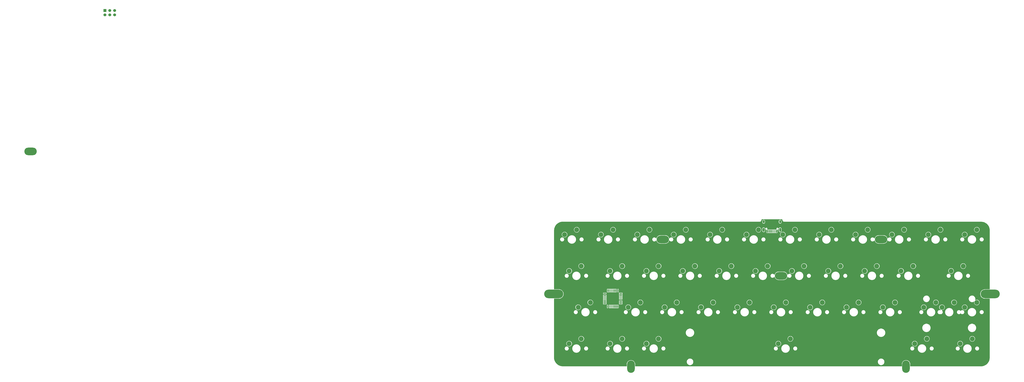
<source format=gbr>
G04 #@! TF.GenerationSoftware,KiCad,Pcbnew,5.1.4*
G04 #@! TF.CreationDate,2019-09-09T01:33:39-03:00*
G04 #@! TF.ProjectId,hammerhead,68616d6d-6572-4686-9561-642e6b696361,rev?*
G04 #@! TF.SameCoordinates,Original*
G04 #@! TF.FileFunction,Copper,L2,Bot*
G04 #@! TF.FilePolarity,Positive*
%FSLAX46Y46*%
G04 Gerber Fmt 4.6, Leading zero omitted, Abs format (unit mm)*
G04 Created by KiCad (PCBNEW 5.1.4) date 2019-09-09 01:33:39*
%MOMM*%
%LPD*%
G04 APERTURE LIST*
%ADD10C,2.540000*%
%ADD11C,0.254000*%
%ADD12C,0.300000*%
%ADD13R,1.475000X0.300000*%
%ADD14O,1.000000X2.100000*%
%ADD15O,1.000000X1.600000*%
%ADD16C,0.600000*%
%ADD17C,1.524000*%
%ADD18R,1.524000X1.524000*%
%ADD19O,6.500000X4.000000*%
%ADD20O,10.000000X4.500000*%
%ADD21O,4.000000X6.500000*%
%ADD22C,0.800000*%
%ADD23C,0.152400*%
G04 APERTURE END LIST*
D10*
X161131250Y-83820000D03*
X167481250Y-81280000D03*
X131762500Y-100330000D03*
X125412500Y-102870000D03*
X236537500Y-119380000D03*
X230187500Y-121920000D03*
X322262500Y-100330000D03*
X315912500Y-102870000D03*
X312737500Y-100330000D03*
X306387500Y-102870000D03*
X208756250Y-102870000D03*
X215106250Y-100330000D03*
X189706250Y-102870000D03*
X196056250Y-100330000D03*
X327025000Y-81280000D03*
X320675000Y-83820000D03*
X127000000Y-81280000D03*
X120650000Y-83820000D03*
D11*
G36*
X146274704Y-93366972D02*
G01*
X146289265Y-93369132D01*
X146303544Y-93372709D01*
X146317404Y-93377668D01*
X146330711Y-93383962D01*
X146343337Y-93391530D01*
X146355160Y-93400298D01*
X146366067Y-93410184D01*
X146375953Y-93421091D01*
X146384721Y-93432914D01*
X146392289Y-93445540D01*
X146398583Y-93458847D01*
X146403542Y-93472707D01*
X146407119Y-93486986D01*
X146409279Y-93501547D01*
X146410001Y-93516250D01*
X146410001Y-94691250D01*
X146409279Y-94705953D01*
X146407119Y-94720514D01*
X146403542Y-94734793D01*
X146398583Y-94748653D01*
X146392289Y-94761960D01*
X146384721Y-94774586D01*
X146375953Y-94786409D01*
X146366067Y-94797316D01*
X146355160Y-94807202D01*
X146343337Y-94815970D01*
X146330711Y-94823538D01*
X146317404Y-94829832D01*
X146303544Y-94834791D01*
X146289265Y-94838368D01*
X146274704Y-94840528D01*
X146260001Y-94841250D01*
X146259999Y-94841250D01*
X146245296Y-94840528D01*
X146230735Y-94838368D01*
X146216456Y-94834791D01*
X146202596Y-94829832D01*
X146189289Y-94823538D01*
X146176663Y-94815970D01*
X146164840Y-94807202D01*
X146153933Y-94797316D01*
X146144047Y-94786409D01*
X146135279Y-94774586D01*
X146127711Y-94761960D01*
X146121417Y-94748653D01*
X146116458Y-94734793D01*
X146112881Y-94720514D01*
X146110721Y-94705953D01*
X146109999Y-94691250D01*
X146109999Y-93516250D01*
X146110721Y-93501547D01*
X146112881Y-93486986D01*
X146116458Y-93472707D01*
X146121417Y-93458847D01*
X146127711Y-93445540D01*
X146135279Y-93432914D01*
X146144047Y-93421091D01*
X146153933Y-93410184D01*
X146164840Y-93400298D01*
X146176663Y-93391530D01*
X146189289Y-93383962D01*
X146202596Y-93377668D01*
X146216456Y-93372709D01*
X146230735Y-93369132D01*
X146245296Y-93366972D01*
X146259999Y-93366250D01*
X146260001Y-93366250D01*
X146274704Y-93366972D01*
X146274704Y-93366972D01*
G37*
D12*
X146260000Y-94103750D03*
D11*
G36*
X145774704Y-93366972D02*
G01*
X145789265Y-93369132D01*
X145803544Y-93372709D01*
X145817404Y-93377668D01*
X145830711Y-93383962D01*
X145843337Y-93391530D01*
X145855160Y-93400298D01*
X145866067Y-93410184D01*
X145875953Y-93421091D01*
X145884721Y-93432914D01*
X145892289Y-93445540D01*
X145898583Y-93458847D01*
X145903542Y-93472707D01*
X145907119Y-93486986D01*
X145909279Y-93501547D01*
X145910001Y-93516250D01*
X145910001Y-94691250D01*
X145909279Y-94705953D01*
X145907119Y-94720514D01*
X145903542Y-94734793D01*
X145898583Y-94748653D01*
X145892289Y-94761960D01*
X145884721Y-94774586D01*
X145875953Y-94786409D01*
X145866067Y-94797316D01*
X145855160Y-94807202D01*
X145843337Y-94815970D01*
X145830711Y-94823538D01*
X145817404Y-94829832D01*
X145803544Y-94834791D01*
X145789265Y-94838368D01*
X145774704Y-94840528D01*
X145760001Y-94841250D01*
X145759999Y-94841250D01*
X145745296Y-94840528D01*
X145730735Y-94838368D01*
X145716456Y-94834791D01*
X145702596Y-94829832D01*
X145689289Y-94823538D01*
X145676663Y-94815970D01*
X145664840Y-94807202D01*
X145653933Y-94797316D01*
X145644047Y-94786409D01*
X145635279Y-94774586D01*
X145627711Y-94761960D01*
X145621417Y-94748653D01*
X145616458Y-94734793D01*
X145612881Y-94720514D01*
X145610721Y-94705953D01*
X145609999Y-94691250D01*
X145609999Y-93516250D01*
X145610721Y-93501547D01*
X145612881Y-93486986D01*
X145616458Y-93472707D01*
X145621417Y-93458847D01*
X145627711Y-93445540D01*
X145635279Y-93432914D01*
X145644047Y-93421091D01*
X145653933Y-93410184D01*
X145664840Y-93400298D01*
X145676663Y-93391530D01*
X145689289Y-93383962D01*
X145702596Y-93377668D01*
X145716456Y-93372709D01*
X145730735Y-93369132D01*
X145745296Y-93366972D01*
X145759999Y-93366250D01*
X145760001Y-93366250D01*
X145774704Y-93366972D01*
X145774704Y-93366972D01*
G37*
D12*
X145760000Y-94103750D03*
D11*
G36*
X145274704Y-93366972D02*
G01*
X145289265Y-93369132D01*
X145303544Y-93372709D01*
X145317404Y-93377668D01*
X145330711Y-93383962D01*
X145343337Y-93391530D01*
X145355160Y-93400298D01*
X145366067Y-93410184D01*
X145375953Y-93421091D01*
X145384721Y-93432914D01*
X145392289Y-93445540D01*
X145398583Y-93458847D01*
X145403542Y-93472707D01*
X145407119Y-93486986D01*
X145409279Y-93501547D01*
X145410001Y-93516250D01*
X145410001Y-94691250D01*
X145409279Y-94705953D01*
X145407119Y-94720514D01*
X145403542Y-94734793D01*
X145398583Y-94748653D01*
X145392289Y-94761960D01*
X145384721Y-94774586D01*
X145375953Y-94786409D01*
X145366067Y-94797316D01*
X145355160Y-94807202D01*
X145343337Y-94815970D01*
X145330711Y-94823538D01*
X145317404Y-94829832D01*
X145303544Y-94834791D01*
X145289265Y-94838368D01*
X145274704Y-94840528D01*
X145260001Y-94841250D01*
X145259999Y-94841250D01*
X145245296Y-94840528D01*
X145230735Y-94838368D01*
X145216456Y-94834791D01*
X145202596Y-94829832D01*
X145189289Y-94823538D01*
X145176663Y-94815970D01*
X145164840Y-94807202D01*
X145153933Y-94797316D01*
X145144047Y-94786409D01*
X145135279Y-94774586D01*
X145127711Y-94761960D01*
X145121417Y-94748653D01*
X145116458Y-94734793D01*
X145112881Y-94720514D01*
X145110721Y-94705953D01*
X145109999Y-94691250D01*
X145109999Y-93516250D01*
X145110721Y-93501547D01*
X145112881Y-93486986D01*
X145116458Y-93472707D01*
X145121417Y-93458847D01*
X145127711Y-93445540D01*
X145135279Y-93432914D01*
X145144047Y-93421091D01*
X145153933Y-93410184D01*
X145164840Y-93400298D01*
X145176663Y-93391530D01*
X145189289Y-93383962D01*
X145202596Y-93377668D01*
X145216456Y-93372709D01*
X145230735Y-93369132D01*
X145245296Y-93366972D01*
X145259999Y-93366250D01*
X145260001Y-93366250D01*
X145274704Y-93366972D01*
X145274704Y-93366972D01*
G37*
D12*
X145260000Y-94103750D03*
D11*
G36*
X144774704Y-93366972D02*
G01*
X144789265Y-93369132D01*
X144803544Y-93372709D01*
X144817404Y-93377668D01*
X144830711Y-93383962D01*
X144843337Y-93391530D01*
X144855160Y-93400298D01*
X144866067Y-93410184D01*
X144875953Y-93421091D01*
X144884721Y-93432914D01*
X144892289Y-93445540D01*
X144898583Y-93458847D01*
X144903542Y-93472707D01*
X144907119Y-93486986D01*
X144909279Y-93501547D01*
X144910001Y-93516250D01*
X144910001Y-94691250D01*
X144909279Y-94705953D01*
X144907119Y-94720514D01*
X144903542Y-94734793D01*
X144898583Y-94748653D01*
X144892289Y-94761960D01*
X144884721Y-94774586D01*
X144875953Y-94786409D01*
X144866067Y-94797316D01*
X144855160Y-94807202D01*
X144843337Y-94815970D01*
X144830711Y-94823538D01*
X144817404Y-94829832D01*
X144803544Y-94834791D01*
X144789265Y-94838368D01*
X144774704Y-94840528D01*
X144760001Y-94841250D01*
X144759999Y-94841250D01*
X144745296Y-94840528D01*
X144730735Y-94838368D01*
X144716456Y-94834791D01*
X144702596Y-94829832D01*
X144689289Y-94823538D01*
X144676663Y-94815970D01*
X144664840Y-94807202D01*
X144653933Y-94797316D01*
X144644047Y-94786409D01*
X144635279Y-94774586D01*
X144627711Y-94761960D01*
X144621417Y-94748653D01*
X144616458Y-94734793D01*
X144612881Y-94720514D01*
X144610721Y-94705953D01*
X144609999Y-94691250D01*
X144609999Y-93516250D01*
X144610721Y-93501547D01*
X144612881Y-93486986D01*
X144616458Y-93472707D01*
X144621417Y-93458847D01*
X144627711Y-93445540D01*
X144635279Y-93432914D01*
X144644047Y-93421091D01*
X144653933Y-93410184D01*
X144664840Y-93400298D01*
X144676663Y-93391530D01*
X144689289Y-93383962D01*
X144702596Y-93377668D01*
X144716456Y-93372709D01*
X144730735Y-93369132D01*
X144745296Y-93366972D01*
X144759999Y-93366250D01*
X144760001Y-93366250D01*
X144774704Y-93366972D01*
X144774704Y-93366972D01*
G37*
D12*
X144760000Y-94103750D03*
D11*
G36*
X144274704Y-93366972D02*
G01*
X144289265Y-93369132D01*
X144303544Y-93372709D01*
X144317404Y-93377668D01*
X144330711Y-93383962D01*
X144343337Y-93391530D01*
X144355160Y-93400298D01*
X144366067Y-93410184D01*
X144375953Y-93421091D01*
X144384721Y-93432914D01*
X144392289Y-93445540D01*
X144398583Y-93458847D01*
X144403542Y-93472707D01*
X144407119Y-93486986D01*
X144409279Y-93501547D01*
X144410001Y-93516250D01*
X144410001Y-94691250D01*
X144409279Y-94705953D01*
X144407119Y-94720514D01*
X144403542Y-94734793D01*
X144398583Y-94748653D01*
X144392289Y-94761960D01*
X144384721Y-94774586D01*
X144375953Y-94786409D01*
X144366067Y-94797316D01*
X144355160Y-94807202D01*
X144343337Y-94815970D01*
X144330711Y-94823538D01*
X144317404Y-94829832D01*
X144303544Y-94834791D01*
X144289265Y-94838368D01*
X144274704Y-94840528D01*
X144260001Y-94841250D01*
X144259999Y-94841250D01*
X144245296Y-94840528D01*
X144230735Y-94838368D01*
X144216456Y-94834791D01*
X144202596Y-94829832D01*
X144189289Y-94823538D01*
X144176663Y-94815970D01*
X144164840Y-94807202D01*
X144153933Y-94797316D01*
X144144047Y-94786409D01*
X144135279Y-94774586D01*
X144127711Y-94761960D01*
X144121417Y-94748653D01*
X144116458Y-94734793D01*
X144112881Y-94720514D01*
X144110721Y-94705953D01*
X144109999Y-94691250D01*
X144109999Y-93516250D01*
X144110721Y-93501547D01*
X144112881Y-93486986D01*
X144116458Y-93472707D01*
X144121417Y-93458847D01*
X144127711Y-93445540D01*
X144135279Y-93432914D01*
X144144047Y-93421091D01*
X144153933Y-93410184D01*
X144164840Y-93400298D01*
X144176663Y-93391530D01*
X144189289Y-93383962D01*
X144202596Y-93377668D01*
X144216456Y-93372709D01*
X144230735Y-93369132D01*
X144245296Y-93366972D01*
X144259999Y-93366250D01*
X144260001Y-93366250D01*
X144274704Y-93366972D01*
X144274704Y-93366972D01*
G37*
D12*
X144260000Y-94103750D03*
D11*
G36*
X143774704Y-93366972D02*
G01*
X143789265Y-93369132D01*
X143803544Y-93372709D01*
X143817404Y-93377668D01*
X143830711Y-93383962D01*
X143843337Y-93391530D01*
X143855160Y-93400298D01*
X143866067Y-93410184D01*
X143875953Y-93421091D01*
X143884721Y-93432914D01*
X143892289Y-93445540D01*
X143898583Y-93458847D01*
X143903542Y-93472707D01*
X143907119Y-93486986D01*
X143909279Y-93501547D01*
X143910001Y-93516250D01*
X143910001Y-94691250D01*
X143909279Y-94705953D01*
X143907119Y-94720514D01*
X143903542Y-94734793D01*
X143898583Y-94748653D01*
X143892289Y-94761960D01*
X143884721Y-94774586D01*
X143875953Y-94786409D01*
X143866067Y-94797316D01*
X143855160Y-94807202D01*
X143843337Y-94815970D01*
X143830711Y-94823538D01*
X143817404Y-94829832D01*
X143803544Y-94834791D01*
X143789265Y-94838368D01*
X143774704Y-94840528D01*
X143760001Y-94841250D01*
X143759999Y-94841250D01*
X143745296Y-94840528D01*
X143730735Y-94838368D01*
X143716456Y-94834791D01*
X143702596Y-94829832D01*
X143689289Y-94823538D01*
X143676663Y-94815970D01*
X143664840Y-94807202D01*
X143653933Y-94797316D01*
X143644047Y-94786409D01*
X143635279Y-94774586D01*
X143627711Y-94761960D01*
X143621417Y-94748653D01*
X143616458Y-94734793D01*
X143612881Y-94720514D01*
X143610721Y-94705953D01*
X143609999Y-94691250D01*
X143609999Y-93516250D01*
X143610721Y-93501547D01*
X143612881Y-93486986D01*
X143616458Y-93472707D01*
X143621417Y-93458847D01*
X143627711Y-93445540D01*
X143635279Y-93432914D01*
X143644047Y-93421091D01*
X143653933Y-93410184D01*
X143664840Y-93400298D01*
X143676663Y-93391530D01*
X143689289Y-93383962D01*
X143702596Y-93377668D01*
X143716456Y-93372709D01*
X143730735Y-93369132D01*
X143745296Y-93366972D01*
X143759999Y-93366250D01*
X143760001Y-93366250D01*
X143774704Y-93366972D01*
X143774704Y-93366972D01*
G37*
D12*
X143760000Y-94103750D03*
D11*
G36*
X143274704Y-93366972D02*
G01*
X143289265Y-93369132D01*
X143303544Y-93372709D01*
X143317404Y-93377668D01*
X143330711Y-93383962D01*
X143343337Y-93391530D01*
X143355160Y-93400298D01*
X143366067Y-93410184D01*
X143375953Y-93421091D01*
X143384721Y-93432914D01*
X143392289Y-93445540D01*
X143398583Y-93458847D01*
X143403542Y-93472707D01*
X143407119Y-93486986D01*
X143409279Y-93501547D01*
X143410001Y-93516250D01*
X143410001Y-94691250D01*
X143409279Y-94705953D01*
X143407119Y-94720514D01*
X143403542Y-94734793D01*
X143398583Y-94748653D01*
X143392289Y-94761960D01*
X143384721Y-94774586D01*
X143375953Y-94786409D01*
X143366067Y-94797316D01*
X143355160Y-94807202D01*
X143343337Y-94815970D01*
X143330711Y-94823538D01*
X143317404Y-94829832D01*
X143303544Y-94834791D01*
X143289265Y-94838368D01*
X143274704Y-94840528D01*
X143260001Y-94841250D01*
X143259999Y-94841250D01*
X143245296Y-94840528D01*
X143230735Y-94838368D01*
X143216456Y-94834791D01*
X143202596Y-94829832D01*
X143189289Y-94823538D01*
X143176663Y-94815970D01*
X143164840Y-94807202D01*
X143153933Y-94797316D01*
X143144047Y-94786409D01*
X143135279Y-94774586D01*
X143127711Y-94761960D01*
X143121417Y-94748653D01*
X143116458Y-94734793D01*
X143112881Y-94720514D01*
X143110721Y-94705953D01*
X143109999Y-94691250D01*
X143109999Y-93516250D01*
X143110721Y-93501547D01*
X143112881Y-93486986D01*
X143116458Y-93472707D01*
X143121417Y-93458847D01*
X143127711Y-93445540D01*
X143135279Y-93432914D01*
X143144047Y-93421091D01*
X143153933Y-93410184D01*
X143164840Y-93400298D01*
X143176663Y-93391530D01*
X143189289Y-93383962D01*
X143202596Y-93377668D01*
X143216456Y-93372709D01*
X143230735Y-93369132D01*
X143245296Y-93366972D01*
X143259999Y-93366250D01*
X143260001Y-93366250D01*
X143274704Y-93366972D01*
X143274704Y-93366972D01*
G37*
D12*
X143260000Y-94103750D03*
D11*
G36*
X142774704Y-93366972D02*
G01*
X142789265Y-93369132D01*
X142803544Y-93372709D01*
X142817404Y-93377668D01*
X142830711Y-93383962D01*
X142843337Y-93391530D01*
X142855160Y-93400298D01*
X142866067Y-93410184D01*
X142875953Y-93421091D01*
X142884721Y-93432914D01*
X142892289Y-93445540D01*
X142898583Y-93458847D01*
X142903542Y-93472707D01*
X142907119Y-93486986D01*
X142909279Y-93501547D01*
X142910001Y-93516250D01*
X142910001Y-94691250D01*
X142909279Y-94705953D01*
X142907119Y-94720514D01*
X142903542Y-94734793D01*
X142898583Y-94748653D01*
X142892289Y-94761960D01*
X142884721Y-94774586D01*
X142875953Y-94786409D01*
X142866067Y-94797316D01*
X142855160Y-94807202D01*
X142843337Y-94815970D01*
X142830711Y-94823538D01*
X142817404Y-94829832D01*
X142803544Y-94834791D01*
X142789265Y-94838368D01*
X142774704Y-94840528D01*
X142760001Y-94841250D01*
X142759999Y-94841250D01*
X142745296Y-94840528D01*
X142730735Y-94838368D01*
X142716456Y-94834791D01*
X142702596Y-94829832D01*
X142689289Y-94823538D01*
X142676663Y-94815970D01*
X142664840Y-94807202D01*
X142653933Y-94797316D01*
X142644047Y-94786409D01*
X142635279Y-94774586D01*
X142627711Y-94761960D01*
X142621417Y-94748653D01*
X142616458Y-94734793D01*
X142612881Y-94720514D01*
X142610721Y-94705953D01*
X142609999Y-94691250D01*
X142609999Y-93516250D01*
X142610721Y-93501547D01*
X142612881Y-93486986D01*
X142616458Y-93472707D01*
X142621417Y-93458847D01*
X142627711Y-93445540D01*
X142635279Y-93432914D01*
X142644047Y-93421091D01*
X142653933Y-93410184D01*
X142664840Y-93400298D01*
X142676663Y-93391530D01*
X142689289Y-93383962D01*
X142702596Y-93377668D01*
X142716456Y-93372709D01*
X142730735Y-93369132D01*
X142745296Y-93366972D01*
X142759999Y-93366250D01*
X142760001Y-93366250D01*
X142774704Y-93366972D01*
X142774704Y-93366972D01*
G37*
D12*
X142760000Y-94103750D03*
D11*
G36*
X142274704Y-93366972D02*
G01*
X142289265Y-93369132D01*
X142303544Y-93372709D01*
X142317404Y-93377668D01*
X142330711Y-93383962D01*
X142343337Y-93391530D01*
X142355160Y-93400298D01*
X142366067Y-93410184D01*
X142375953Y-93421091D01*
X142384721Y-93432914D01*
X142392289Y-93445540D01*
X142398583Y-93458847D01*
X142403542Y-93472707D01*
X142407119Y-93486986D01*
X142409279Y-93501547D01*
X142410001Y-93516250D01*
X142410001Y-94691250D01*
X142409279Y-94705953D01*
X142407119Y-94720514D01*
X142403542Y-94734793D01*
X142398583Y-94748653D01*
X142392289Y-94761960D01*
X142384721Y-94774586D01*
X142375953Y-94786409D01*
X142366067Y-94797316D01*
X142355160Y-94807202D01*
X142343337Y-94815970D01*
X142330711Y-94823538D01*
X142317404Y-94829832D01*
X142303544Y-94834791D01*
X142289265Y-94838368D01*
X142274704Y-94840528D01*
X142260001Y-94841250D01*
X142259999Y-94841250D01*
X142245296Y-94840528D01*
X142230735Y-94838368D01*
X142216456Y-94834791D01*
X142202596Y-94829832D01*
X142189289Y-94823538D01*
X142176663Y-94815970D01*
X142164840Y-94807202D01*
X142153933Y-94797316D01*
X142144047Y-94786409D01*
X142135279Y-94774586D01*
X142127711Y-94761960D01*
X142121417Y-94748653D01*
X142116458Y-94734793D01*
X142112881Y-94720514D01*
X142110721Y-94705953D01*
X142109999Y-94691250D01*
X142109999Y-93516250D01*
X142110721Y-93501547D01*
X142112881Y-93486986D01*
X142116458Y-93472707D01*
X142121417Y-93458847D01*
X142127711Y-93445540D01*
X142135279Y-93432914D01*
X142144047Y-93421091D01*
X142153933Y-93410184D01*
X142164840Y-93400298D01*
X142176663Y-93391530D01*
X142189289Y-93383962D01*
X142202596Y-93377668D01*
X142216456Y-93372709D01*
X142230735Y-93369132D01*
X142245296Y-93366972D01*
X142259999Y-93366250D01*
X142260001Y-93366250D01*
X142274704Y-93366972D01*
X142274704Y-93366972D01*
G37*
D12*
X142260000Y-94103750D03*
D11*
G36*
X141774704Y-93366972D02*
G01*
X141789265Y-93369132D01*
X141803544Y-93372709D01*
X141817404Y-93377668D01*
X141830711Y-93383962D01*
X141843337Y-93391530D01*
X141855160Y-93400298D01*
X141866067Y-93410184D01*
X141875953Y-93421091D01*
X141884721Y-93432914D01*
X141892289Y-93445540D01*
X141898583Y-93458847D01*
X141903542Y-93472707D01*
X141907119Y-93486986D01*
X141909279Y-93501547D01*
X141910001Y-93516250D01*
X141910001Y-94691250D01*
X141909279Y-94705953D01*
X141907119Y-94720514D01*
X141903542Y-94734793D01*
X141898583Y-94748653D01*
X141892289Y-94761960D01*
X141884721Y-94774586D01*
X141875953Y-94786409D01*
X141866067Y-94797316D01*
X141855160Y-94807202D01*
X141843337Y-94815970D01*
X141830711Y-94823538D01*
X141817404Y-94829832D01*
X141803544Y-94834791D01*
X141789265Y-94838368D01*
X141774704Y-94840528D01*
X141760001Y-94841250D01*
X141759999Y-94841250D01*
X141745296Y-94840528D01*
X141730735Y-94838368D01*
X141716456Y-94834791D01*
X141702596Y-94829832D01*
X141689289Y-94823538D01*
X141676663Y-94815970D01*
X141664840Y-94807202D01*
X141653933Y-94797316D01*
X141644047Y-94786409D01*
X141635279Y-94774586D01*
X141627711Y-94761960D01*
X141621417Y-94748653D01*
X141616458Y-94734793D01*
X141612881Y-94720514D01*
X141610721Y-94705953D01*
X141609999Y-94691250D01*
X141609999Y-93516250D01*
X141610721Y-93501547D01*
X141612881Y-93486986D01*
X141616458Y-93472707D01*
X141621417Y-93458847D01*
X141627711Y-93445540D01*
X141635279Y-93432914D01*
X141644047Y-93421091D01*
X141653933Y-93410184D01*
X141664840Y-93400298D01*
X141676663Y-93391530D01*
X141689289Y-93383962D01*
X141702596Y-93377668D01*
X141716456Y-93372709D01*
X141730735Y-93369132D01*
X141745296Y-93366972D01*
X141759999Y-93366250D01*
X141760001Y-93366250D01*
X141774704Y-93366972D01*
X141774704Y-93366972D01*
G37*
D12*
X141760000Y-94103750D03*
D11*
G36*
X141274704Y-93366972D02*
G01*
X141289265Y-93369132D01*
X141303544Y-93372709D01*
X141317404Y-93377668D01*
X141330711Y-93383962D01*
X141343337Y-93391530D01*
X141355160Y-93400298D01*
X141366067Y-93410184D01*
X141375953Y-93421091D01*
X141384721Y-93432914D01*
X141392289Y-93445540D01*
X141398583Y-93458847D01*
X141403542Y-93472707D01*
X141407119Y-93486986D01*
X141409279Y-93501547D01*
X141410001Y-93516250D01*
X141410001Y-94691250D01*
X141409279Y-94705953D01*
X141407119Y-94720514D01*
X141403542Y-94734793D01*
X141398583Y-94748653D01*
X141392289Y-94761960D01*
X141384721Y-94774586D01*
X141375953Y-94786409D01*
X141366067Y-94797316D01*
X141355160Y-94807202D01*
X141343337Y-94815970D01*
X141330711Y-94823538D01*
X141317404Y-94829832D01*
X141303544Y-94834791D01*
X141289265Y-94838368D01*
X141274704Y-94840528D01*
X141260001Y-94841250D01*
X141259999Y-94841250D01*
X141245296Y-94840528D01*
X141230735Y-94838368D01*
X141216456Y-94834791D01*
X141202596Y-94829832D01*
X141189289Y-94823538D01*
X141176663Y-94815970D01*
X141164840Y-94807202D01*
X141153933Y-94797316D01*
X141144047Y-94786409D01*
X141135279Y-94774586D01*
X141127711Y-94761960D01*
X141121417Y-94748653D01*
X141116458Y-94734793D01*
X141112881Y-94720514D01*
X141110721Y-94705953D01*
X141109999Y-94691250D01*
X141109999Y-93516250D01*
X141110721Y-93501547D01*
X141112881Y-93486986D01*
X141116458Y-93472707D01*
X141121417Y-93458847D01*
X141127711Y-93445540D01*
X141135279Y-93432914D01*
X141144047Y-93421091D01*
X141153933Y-93410184D01*
X141164840Y-93400298D01*
X141176663Y-93391530D01*
X141189289Y-93383962D01*
X141202596Y-93377668D01*
X141216456Y-93372709D01*
X141230735Y-93369132D01*
X141245296Y-93366972D01*
X141259999Y-93366250D01*
X141260001Y-93366250D01*
X141274704Y-93366972D01*
X141274704Y-93366972D01*
G37*
D12*
X141260000Y-94103750D03*
D11*
G36*
X140774704Y-93366972D02*
G01*
X140789265Y-93369132D01*
X140803544Y-93372709D01*
X140817404Y-93377668D01*
X140830711Y-93383962D01*
X140843337Y-93391530D01*
X140855160Y-93400298D01*
X140866067Y-93410184D01*
X140875953Y-93421091D01*
X140884721Y-93432914D01*
X140892289Y-93445540D01*
X140898583Y-93458847D01*
X140903542Y-93472707D01*
X140907119Y-93486986D01*
X140909279Y-93501547D01*
X140910001Y-93516250D01*
X140910001Y-94691250D01*
X140909279Y-94705953D01*
X140907119Y-94720514D01*
X140903542Y-94734793D01*
X140898583Y-94748653D01*
X140892289Y-94761960D01*
X140884721Y-94774586D01*
X140875953Y-94786409D01*
X140866067Y-94797316D01*
X140855160Y-94807202D01*
X140843337Y-94815970D01*
X140830711Y-94823538D01*
X140817404Y-94829832D01*
X140803544Y-94834791D01*
X140789265Y-94838368D01*
X140774704Y-94840528D01*
X140760001Y-94841250D01*
X140759999Y-94841250D01*
X140745296Y-94840528D01*
X140730735Y-94838368D01*
X140716456Y-94834791D01*
X140702596Y-94829832D01*
X140689289Y-94823538D01*
X140676663Y-94815970D01*
X140664840Y-94807202D01*
X140653933Y-94797316D01*
X140644047Y-94786409D01*
X140635279Y-94774586D01*
X140627711Y-94761960D01*
X140621417Y-94748653D01*
X140616458Y-94734793D01*
X140612881Y-94720514D01*
X140610721Y-94705953D01*
X140609999Y-94691250D01*
X140609999Y-93516250D01*
X140610721Y-93501547D01*
X140612881Y-93486986D01*
X140616458Y-93472707D01*
X140621417Y-93458847D01*
X140627711Y-93445540D01*
X140635279Y-93432914D01*
X140644047Y-93421091D01*
X140653933Y-93410184D01*
X140664840Y-93400298D01*
X140676663Y-93391530D01*
X140689289Y-93383962D01*
X140702596Y-93377668D01*
X140716456Y-93372709D01*
X140730735Y-93369132D01*
X140745296Y-93366972D01*
X140759999Y-93366250D01*
X140760001Y-93366250D01*
X140774704Y-93366972D01*
X140774704Y-93366972D01*
G37*
D12*
X140760000Y-94103750D03*
D11*
G36*
X139949703Y-95366971D02*
G01*
X139964264Y-95369131D01*
X139978543Y-95372708D01*
X139992403Y-95377667D01*
X140005710Y-95383961D01*
X140018336Y-95391529D01*
X140030159Y-95400297D01*
X140041066Y-95410183D01*
X140050952Y-95421090D01*
X140059720Y-95432913D01*
X140067288Y-95445539D01*
X140073582Y-95458846D01*
X140078541Y-95472706D01*
X140082118Y-95486985D01*
X140084278Y-95501546D01*
X140085000Y-95516249D01*
X140085000Y-95516251D01*
X140084278Y-95530954D01*
X140082118Y-95545515D01*
X140078541Y-95559794D01*
X140073582Y-95573654D01*
X140067288Y-95586961D01*
X140059720Y-95599587D01*
X140050952Y-95611410D01*
X140041066Y-95622317D01*
X140030159Y-95632203D01*
X140018336Y-95640971D01*
X140005710Y-95648539D01*
X139992403Y-95654833D01*
X139978543Y-95659792D01*
X139964264Y-95663369D01*
X139949703Y-95665529D01*
X139935000Y-95666251D01*
X138760000Y-95666251D01*
X138745297Y-95665529D01*
X138730736Y-95663369D01*
X138716457Y-95659792D01*
X138702597Y-95654833D01*
X138689290Y-95648539D01*
X138676664Y-95640971D01*
X138664841Y-95632203D01*
X138653934Y-95622317D01*
X138644048Y-95611410D01*
X138635280Y-95599587D01*
X138627712Y-95586961D01*
X138621418Y-95573654D01*
X138616459Y-95559794D01*
X138612882Y-95545515D01*
X138610722Y-95530954D01*
X138610000Y-95516251D01*
X138610000Y-95516249D01*
X138610722Y-95501546D01*
X138612882Y-95486985D01*
X138616459Y-95472706D01*
X138621418Y-95458846D01*
X138627712Y-95445539D01*
X138635280Y-95432913D01*
X138644048Y-95421090D01*
X138653934Y-95410183D01*
X138664841Y-95400297D01*
X138676664Y-95391529D01*
X138689290Y-95383961D01*
X138702597Y-95377667D01*
X138716457Y-95372708D01*
X138730736Y-95369131D01*
X138745297Y-95366971D01*
X138760000Y-95366249D01*
X139935000Y-95366249D01*
X139949703Y-95366971D01*
X139949703Y-95366971D01*
G37*
D12*
X139347500Y-95516250D03*
D11*
G36*
X139949703Y-95866971D02*
G01*
X139964264Y-95869131D01*
X139978543Y-95872708D01*
X139992403Y-95877667D01*
X140005710Y-95883961D01*
X140018336Y-95891529D01*
X140030159Y-95900297D01*
X140041066Y-95910183D01*
X140050952Y-95921090D01*
X140059720Y-95932913D01*
X140067288Y-95945539D01*
X140073582Y-95958846D01*
X140078541Y-95972706D01*
X140082118Y-95986985D01*
X140084278Y-96001546D01*
X140085000Y-96016249D01*
X140085000Y-96016251D01*
X140084278Y-96030954D01*
X140082118Y-96045515D01*
X140078541Y-96059794D01*
X140073582Y-96073654D01*
X140067288Y-96086961D01*
X140059720Y-96099587D01*
X140050952Y-96111410D01*
X140041066Y-96122317D01*
X140030159Y-96132203D01*
X140018336Y-96140971D01*
X140005710Y-96148539D01*
X139992403Y-96154833D01*
X139978543Y-96159792D01*
X139964264Y-96163369D01*
X139949703Y-96165529D01*
X139935000Y-96166251D01*
X138760000Y-96166251D01*
X138745297Y-96165529D01*
X138730736Y-96163369D01*
X138716457Y-96159792D01*
X138702597Y-96154833D01*
X138689290Y-96148539D01*
X138676664Y-96140971D01*
X138664841Y-96132203D01*
X138653934Y-96122317D01*
X138644048Y-96111410D01*
X138635280Y-96099587D01*
X138627712Y-96086961D01*
X138621418Y-96073654D01*
X138616459Y-96059794D01*
X138612882Y-96045515D01*
X138610722Y-96030954D01*
X138610000Y-96016251D01*
X138610000Y-96016249D01*
X138610722Y-96001546D01*
X138612882Y-95986985D01*
X138616459Y-95972706D01*
X138621418Y-95958846D01*
X138627712Y-95945539D01*
X138635280Y-95932913D01*
X138644048Y-95921090D01*
X138653934Y-95910183D01*
X138664841Y-95900297D01*
X138676664Y-95891529D01*
X138689290Y-95883961D01*
X138702597Y-95877667D01*
X138716457Y-95872708D01*
X138730736Y-95869131D01*
X138745297Y-95866971D01*
X138760000Y-95866249D01*
X139935000Y-95866249D01*
X139949703Y-95866971D01*
X139949703Y-95866971D01*
G37*
D12*
X139347500Y-96016250D03*
D11*
G36*
X139949703Y-96366971D02*
G01*
X139964264Y-96369131D01*
X139978543Y-96372708D01*
X139992403Y-96377667D01*
X140005710Y-96383961D01*
X140018336Y-96391529D01*
X140030159Y-96400297D01*
X140041066Y-96410183D01*
X140050952Y-96421090D01*
X140059720Y-96432913D01*
X140067288Y-96445539D01*
X140073582Y-96458846D01*
X140078541Y-96472706D01*
X140082118Y-96486985D01*
X140084278Y-96501546D01*
X140085000Y-96516249D01*
X140085000Y-96516251D01*
X140084278Y-96530954D01*
X140082118Y-96545515D01*
X140078541Y-96559794D01*
X140073582Y-96573654D01*
X140067288Y-96586961D01*
X140059720Y-96599587D01*
X140050952Y-96611410D01*
X140041066Y-96622317D01*
X140030159Y-96632203D01*
X140018336Y-96640971D01*
X140005710Y-96648539D01*
X139992403Y-96654833D01*
X139978543Y-96659792D01*
X139964264Y-96663369D01*
X139949703Y-96665529D01*
X139935000Y-96666251D01*
X138760000Y-96666251D01*
X138745297Y-96665529D01*
X138730736Y-96663369D01*
X138716457Y-96659792D01*
X138702597Y-96654833D01*
X138689290Y-96648539D01*
X138676664Y-96640971D01*
X138664841Y-96632203D01*
X138653934Y-96622317D01*
X138644048Y-96611410D01*
X138635280Y-96599587D01*
X138627712Y-96586961D01*
X138621418Y-96573654D01*
X138616459Y-96559794D01*
X138612882Y-96545515D01*
X138610722Y-96530954D01*
X138610000Y-96516251D01*
X138610000Y-96516249D01*
X138610722Y-96501546D01*
X138612882Y-96486985D01*
X138616459Y-96472706D01*
X138621418Y-96458846D01*
X138627712Y-96445539D01*
X138635280Y-96432913D01*
X138644048Y-96421090D01*
X138653934Y-96410183D01*
X138664841Y-96400297D01*
X138676664Y-96391529D01*
X138689290Y-96383961D01*
X138702597Y-96377667D01*
X138716457Y-96372708D01*
X138730736Y-96369131D01*
X138745297Y-96366971D01*
X138760000Y-96366249D01*
X139935000Y-96366249D01*
X139949703Y-96366971D01*
X139949703Y-96366971D01*
G37*
D12*
X139347500Y-96516250D03*
D11*
G36*
X139949703Y-96866971D02*
G01*
X139964264Y-96869131D01*
X139978543Y-96872708D01*
X139992403Y-96877667D01*
X140005710Y-96883961D01*
X140018336Y-96891529D01*
X140030159Y-96900297D01*
X140041066Y-96910183D01*
X140050952Y-96921090D01*
X140059720Y-96932913D01*
X140067288Y-96945539D01*
X140073582Y-96958846D01*
X140078541Y-96972706D01*
X140082118Y-96986985D01*
X140084278Y-97001546D01*
X140085000Y-97016249D01*
X140085000Y-97016251D01*
X140084278Y-97030954D01*
X140082118Y-97045515D01*
X140078541Y-97059794D01*
X140073582Y-97073654D01*
X140067288Y-97086961D01*
X140059720Y-97099587D01*
X140050952Y-97111410D01*
X140041066Y-97122317D01*
X140030159Y-97132203D01*
X140018336Y-97140971D01*
X140005710Y-97148539D01*
X139992403Y-97154833D01*
X139978543Y-97159792D01*
X139964264Y-97163369D01*
X139949703Y-97165529D01*
X139935000Y-97166251D01*
X138760000Y-97166251D01*
X138745297Y-97165529D01*
X138730736Y-97163369D01*
X138716457Y-97159792D01*
X138702597Y-97154833D01*
X138689290Y-97148539D01*
X138676664Y-97140971D01*
X138664841Y-97132203D01*
X138653934Y-97122317D01*
X138644048Y-97111410D01*
X138635280Y-97099587D01*
X138627712Y-97086961D01*
X138621418Y-97073654D01*
X138616459Y-97059794D01*
X138612882Y-97045515D01*
X138610722Y-97030954D01*
X138610000Y-97016251D01*
X138610000Y-97016249D01*
X138610722Y-97001546D01*
X138612882Y-96986985D01*
X138616459Y-96972706D01*
X138621418Y-96958846D01*
X138627712Y-96945539D01*
X138635280Y-96932913D01*
X138644048Y-96921090D01*
X138653934Y-96910183D01*
X138664841Y-96900297D01*
X138676664Y-96891529D01*
X138689290Y-96883961D01*
X138702597Y-96877667D01*
X138716457Y-96872708D01*
X138730736Y-96869131D01*
X138745297Y-96866971D01*
X138760000Y-96866249D01*
X139935000Y-96866249D01*
X139949703Y-96866971D01*
X139949703Y-96866971D01*
G37*
D12*
X139347500Y-97016250D03*
D11*
G36*
X139949703Y-97366971D02*
G01*
X139964264Y-97369131D01*
X139978543Y-97372708D01*
X139992403Y-97377667D01*
X140005710Y-97383961D01*
X140018336Y-97391529D01*
X140030159Y-97400297D01*
X140041066Y-97410183D01*
X140050952Y-97421090D01*
X140059720Y-97432913D01*
X140067288Y-97445539D01*
X140073582Y-97458846D01*
X140078541Y-97472706D01*
X140082118Y-97486985D01*
X140084278Y-97501546D01*
X140085000Y-97516249D01*
X140085000Y-97516251D01*
X140084278Y-97530954D01*
X140082118Y-97545515D01*
X140078541Y-97559794D01*
X140073582Y-97573654D01*
X140067288Y-97586961D01*
X140059720Y-97599587D01*
X140050952Y-97611410D01*
X140041066Y-97622317D01*
X140030159Y-97632203D01*
X140018336Y-97640971D01*
X140005710Y-97648539D01*
X139992403Y-97654833D01*
X139978543Y-97659792D01*
X139964264Y-97663369D01*
X139949703Y-97665529D01*
X139935000Y-97666251D01*
X138760000Y-97666251D01*
X138745297Y-97665529D01*
X138730736Y-97663369D01*
X138716457Y-97659792D01*
X138702597Y-97654833D01*
X138689290Y-97648539D01*
X138676664Y-97640971D01*
X138664841Y-97632203D01*
X138653934Y-97622317D01*
X138644048Y-97611410D01*
X138635280Y-97599587D01*
X138627712Y-97586961D01*
X138621418Y-97573654D01*
X138616459Y-97559794D01*
X138612882Y-97545515D01*
X138610722Y-97530954D01*
X138610000Y-97516251D01*
X138610000Y-97516249D01*
X138610722Y-97501546D01*
X138612882Y-97486985D01*
X138616459Y-97472706D01*
X138621418Y-97458846D01*
X138627712Y-97445539D01*
X138635280Y-97432913D01*
X138644048Y-97421090D01*
X138653934Y-97410183D01*
X138664841Y-97400297D01*
X138676664Y-97391529D01*
X138689290Y-97383961D01*
X138702597Y-97377667D01*
X138716457Y-97372708D01*
X138730736Y-97369131D01*
X138745297Y-97366971D01*
X138760000Y-97366249D01*
X139935000Y-97366249D01*
X139949703Y-97366971D01*
X139949703Y-97366971D01*
G37*
D12*
X139347500Y-97516250D03*
D11*
G36*
X139949703Y-97866971D02*
G01*
X139964264Y-97869131D01*
X139978543Y-97872708D01*
X139992403Y-97877667D01*
X140005710Y-97883961D01*
X140018336Y-97891529D01*
X140030159Y-97900297D01*
X140041066Y-97910183D01*
X140050952Y-97921090D01*
X140059720Y-97932913D01*
X140067288Y-97945539D01*
X140073582Y-97958846D01*
X140078541Y-97972706D01*
X140082118Y-97986985D01*
X140084278Y-98001546D01*
X140085000Y-98016249D01*
X140085000Y-98016251D01*
X140084278Y-98030954D01*
X140082118Y-98045515D01*
X140078541Y-98059794D01*
X140073582Y-98073654D01*
X140067288Y-98086961D01*
X140059720Y-98099587D01*
X140050952Y-98111410D01*
X140041066Y-98122317D01*
X140030159Y-98132203D01*
X140018336Y-98140971D01*
X140005710Y-98148539D01*
X139992403Y-98154833D01*
X139978543Y-98159792D01*
X139964264Y-98163369D01*
X139949703Y-98165529D01*
X139935000Y-98166251D01*
X138760000Y-98166251D01*
X138745297Y-98165529D01*
X138730736Y-98163369D01*
X138716457Y-98159792D01*
X138702597Y-98154833D01*
X138689290Y-98148539D01*
X138676664Y-98140971D01*
X138664841Y-98132203D01*
X138653934Y-98122317D01*
X138644048Y-98111410D01*
X138635280Y-98099587D01*
X138627712Y-98086961D01*
X138621418Y-98073654D01*
X138616459Y-98059794D01*
X138612882Y-98045515D01*
X138610722Y-98030954D01*
X138610000Y-98016251D01*
X138610000Y-98016249D01*
X138610722Y-98001546D01*
X138612882Y-97986985D01*
X138616459Y-97972706D01*
X138621418Y-97958846D01*
X138627712Y-97945539D01*
X138635280Y-97932913D01*
X138644048Y-97921090D01*
X138653934Y-97910183D01*
X138664841Y-97900297D01*
X138676664Y-97891529D01*
X138689290Y-97883961D01*
X138702597Y-97877667D01*
X138716457Y-97872708D01*
X138730736Y-97869131D01*
X138745297Y-97866971D01*
X138760000Y-97866249D01*
X139935000Y-97866249D01*
X139949703Y-97866971D01*
X139949703Y-97866971D01*
G37*
D12*
X139347500Y-98016250D03*
D11*
G36*
X139949703Y-98366971D02*
G01*
X139964264Y-98369131D01*
X139978543Y-98372708D01*
X139992403Y-98377667D01*
X140005710Y-98383961D01*
X140018336Y-98391529D01*
X140030159Y-98400297D01*
X140041066Y-98410183D01*
X140050952Y-98421090D01*
X140059720Y-98432913D01*
X140067288Y-98445539D01*
X140073582Y-98458846D01*
X140078541Y-98472706D01*
X140082118Y-98486985D01*
X140084278Y-98501546D01*
X140085000Y-98516249D01*
X140085000Y-98516251D01*
X140084278Y-98530954D01*
X140082118Y-98545515D01*
X140078541Y-98559794D01*
X140073582Y-98573654D01*
X140067288Y-98586961D01*
X140059720Y-98599587D01*
X140050952Y-98611410D01*
X140041066Y-98622317D01*
X140030159Y-98632203D01*
X140018336Y-98640971D01*
X140005710Y-98648539D01*
X139992403Y-98654833D01*
X139978543Y-98659792D01*
X139964264Y-98663369D01*
X139949703Y-98665529D01*
X139935000Y-98666251D01*
X138760000Y-98666251D01*
X138745297Y-98665529D01*
X138730736Y-98663369D01*
X138716457Y-98659792D01*
X138702597Y-98654833D01*
X138689290Y-98648539D01*
X138676664Y-98640971D01*
X138664841Y-98632203D01*
X138653934Y-98622317D01*
X138644048Y-98611410D01*
X138635280Y-98599587D01*
X138627712Y-98586961D01*
X138621418Y-98573654D01*
X138616459Y-98559794D01*
X138612882Y-98545515D01*
X138610722Y-98530954D01*
X138610000Y-98516251D01*
X138610000Y-98516249D01*
X138610722Y-98501546D01*
X138612882Y-98486985D01*
X138616459Y-98472706D01*
X138621418Y-98458846D01*
X138627712Y-98445539D01*
X138635280Y-98432913D01*
X138644048Y-98421090D01*
X138653934Y-98410183D01*
X138664841Y-98400297D01*
X138676664Y-98391529D01*
X138689290Y-98383961D01*
X138702597Y-98377667D01*
X138716457Y-98372708D01*
X138730736Y-98369131D01*
X138745297Y-98366971D01*
X138760000Y-98366249D01*
X139935000Y-98366249D01*
X139949703Y-98366971D01*
X139949703Y-98366971D01*
G37*
D12*
X139347500Y-98516250D03*
D11*
G36*
X139949703Y-98866971D02*
G01*
X139964264Y-98869131D01*
X139978543Y-98872708D01*
X139992403Y-98877667D01*
X140005710Y-98883961D01*
X140018336Y-98891529D01*
X140030159Y-98900297D01*
X140041066Y-98910183D01*
X140050952Y-98921090D01*
X140059720Y-98932913D01*
X140067288Y-98945539D01*
X140073582Y-98958846D01*
X140078541Y-98972706D01*
X140082118Y-98986985D01*
X140084278Y-99001546D01*
X140085000Y-99016249D01*
X140085000Y-99016251D01*
X140084278Y-99030954D01*
X140082118Y-99045515D01*
X140078541Y-99059794D01*
X140073582Y-99073654D01*
X140067288Y-99086961D01*
X140059720Y-99099587D01*
X140050952Y-99111410D01*
X140041066Y-99122317D01*
X140030159Y-99132203D01*
X140018336Y-99140971D01*
X140005710Y-99148539D01*
X139992403Y-99154833D01*
X139978543Y-99159792D01*
X139964264Y-99163369D01*
X139949703Y-99165529D01*
X139935000Y-99166251D01*
X138760000Y-99166251D01*
X138745297Y-99165529D01*
X138730736Y-99163369D01*
X138716457Y-99159792D01*
X138702597Y-99154833D01*
X138689290Y-99148539D01*
X138676664Y-99140971D01*
X138664841Y-99132203D01*
X138653934Y-99122317D01*
X138644048Y-99111410D01*
X138635280Y-99099587D01*
X138627712Y-99086961D01*
X138621418Y-99073654D01*
X138616459Y-99059794D01*
X138612882Y-99045515D01*
X138610722Y-99030954D01*
X138610000Y-99016251D01*
X138610000Y-99016249D01*
X138610722Y-99001546D01*
X138612882Y-98986985D01*
X138616459Y-98972706D01*
X138621418Y-98958846D01*
X138627712Y-98945539D01*
X138635280Y-98932913D01*
X138644048Y-98921090D01*
X138653934Y-98910183D01*
X138664841Y-98900297D01*
X138676664Y-98891529D01*
X138689290Y-98883961D01*
X138702597Y-98877667D01*
X138716457Y-98872708D01*
X138730736Y-98869131D01*
X138745297Y-98866971D01*
X138760000Y-98866249D01*
X139935000Y-98866249D01*
X139949703Y-98866971D01*
X139949703Y-98866971D01*
G37*
D12*
X139347500Y-99016250D03*
D11*
G36*
X139949703Y-99366971D02*
G01*
X139964264Y-99369131D01*
X139978543Y-99372708D01*
X139992403Y-99377667D01*
X140005710Y-99383961D01*
X140018336Y-99391529D01*
X140030159Y-99400297D01*
X140041066Y-99410183D01*
X140050952Y-99421090D01*
X140059720Y-99432913D01*
X140067288Y-99445539D01*
X140073582Y-99458846D01*
X140078541Y-99472706D01*
X140082118Y-99486985D01*
X140084278Y-99501546D01*
X140085000Y-99516249D01*
X140085000Y-99516251D01*
X140084278Y-99530954D01*
X140082118Y-99545515D01*
X140078541Y-99559794D01*
X140073582Y-99573654D01*
X140067288Y-99586961D01*
X140059720Y-99599587D01*
X140050952Y-99611410D01*
X140041066Y-99622317D01*
X140030159Y-99632203D01*
X140018336Y-99640971D01*
X140005710Y-99648539D01*
X139992403Y-99654833D01*
X139978543Y-99659792D01*
X139964264Y-99663369D01*
X139949703Y-99665529D01*
X139935000Y-99666251D01*
X138760000Y-99666251D01*
X138745297Y-99665529D01*
X138730736Y-99663369D01*
X138716457Y-99659792D01*
X138702597Y-99654833D01*
X138689290Y-99648539D01*
X138676664Y-99640971D01*
X138664841Y-99632203D01*
X138653934Y-99622317D01*
X138644048Y-99611410D01*
X138635280Y-99599587D01*
X138627712Y-99586961D01*
X138621418Y-99573654D01*
X138616459Y-99559794D01*
X138612882Y-99545515D01*
X138610722Y-99530954D01*
X138610000Y-99516251D01*
X138610000Y-99516249D01*
X138610722Y-99501546D01*
X138612882Y-99486985D01*
X138616459Y-99472706D01*
X138621418Y-99458846D01*
X138627712Y-99445539D01*
X138635280Y-99432913D01*
X138644048Y-99421090D01*
X138653934Y-99410183D01*
X138664841Y-99400297D01*
X138676664Y-99391529D01*
X138689290Y-99383961D01*
X138702597Y-99377667D01*
X138716457Y-99372708D01*
X138730736Y-99369131D01*
X138745297Y-99366971D01*
X138760000Y-99366249D01*
X139935000Y-99366249D01*
X139949703Y-99366971D01*
X139949703Y-99366971D01*
G37*
D12*
X139347500Y-99516250D03*
D11*
G36*
X139949703Y-99866971D02*
G01*
X139964264Y-99869131D01*
X139978543Y-99872708D01*
X139992403Y-99877667D01*
X140005710Y-99883961D01*
X140018336Y-99891529D01*
X140030159Y-99900297D01*
X140041066Y-99910183D01*
X140050952Y-99921090D01*
X140059720Y-99932913D01*
X140067288Y-99945539D01*
X140073582Y-99958846D01*
X140078541Y-99972706D01*
X140082118Y-99986985D01*
X140084278Y-100001546D01*
X140085000Y-100016249D01*
X140085000Y-100016251D01*
X140084278Y-100030954D01*
X140082118Y-100045515D01*
X140078541Y-100059794D01*
X140073582Y-100073654D01*
X140067288Y-100086961D01*
X140059720Y-100099587D01*
X140050952Y-100111410D01*
X140041066Y-100122317D01*
X140030159Y-100132203D01*
X140018336Y-100140971D01*
X140005710Y-100148539D01*
X139992403Y-100154833D01*
X139978543Y-100159792D01*
X139964264Y-100163369D01*
X139949703Y-100165529D01*
X139935000Y-100166251D01*
X138760000Y-100166251D01*
X138745297Y-100165529D01*
X138730736Y-100163369D01*
X138716457Y-100159792D01*
X138702597Y-100154833D01*
X138689290Y-100148539D01*
X138676664Y-100140971D01*
X138664841Y-100132203D01*
X138653934Y-100122317D01*
X138644048Y-100111410D01*
X138635280Y-100099587D01*
X138627712Y-100086961D01*
X138621418Y-100073654D01*
X138616459Y-100059794D01*
X138612882Y-100045515D01*
X138610722Y-100030954D01*
X138610000Y-100016251D01*
X138610000Y-100016249D01*
X138610722Y-100001546D01*
X138612882Y-99986985D01*
X138616459Y-99972706D01*
X138621418Y-99958846D01*
X138627712Y-99945539D01*
X138635280Y-99932913D01*
X138644048Y-99921090D01*
X138653934Y-99910183D01*
X138664841Y-99900297D01*
X138676664Y-99891529D01*
X138689290Y-99883961D01*
X138702597Y-99877667D01*
X138716457Y-99872708D01*
X138730736Y-99869131D01*
X138745297Y-99866971D01*
X138760000Y-99866249D01*
X139935000Y-99866249D01*
X139949703Y-99866971D01*
X139949703Y-99866971D01*
G37*
D12*
X139347500Y-100016250D03*
D11*
G36*
X139949703Y-100366971D02*
G01*
X139964264Y-100369131D01*
X139978543Y-100372708D01*
X139992403Y-100377667D01*
X140005710Y-100383961D01*
X140018336Y-100391529D01*
X140030159Y-100400297D01*
X140041066Y-100410183D01*
X140050952Y-100421090D01*
X140059720Y-100432913D01*
X140067288Y-100445539D01*
X140073582Y-100458846D01*
X140078541Y-100472706D01*
X140082118Y-100486985D01*
X140084278Y-100501546D01*
X140085000Y-100516249D01*
X140085000Y-100516251D01*
X140084278Y-100530954D01*
X140082118Y-100545515D01*
X140078541Y-100559794D01*
X140073582Y-100573654D01*
X140067288Y-100586961D01*
X140059720Y-100599587D01*
X140050952Y-100611410D01*
X140041066Y-100622317D01*
X140030159Y-100632203D01*
X140018336Y-100640971D01*
X140005710Y-100648539D01*
X139992403Y-100654833D01*
X139978543Y-100659792D01*
X139964264Y-100663369D01*
X139949703Y-100665529D01*
X139935000Y-100666251D01*
X138760000Y-100666251D01*
X138745297Y-100665529D01*
X138730736Y-100663369D01*
X138716457Y-100659792D01*
X138702597Y-100654833D01*
X138689290Y-100648539D01*
X138676664Y-100640971D01*
X138664841Y-100632203D01*
X138653934Y-100622317D01*
X138644048Y-100611410D01*
X138635280Y-100599587D01*
X138627712Y-100586961D01*
X138621418Y-100573654D01*
X138616459Y-100559794D01*
X138612882Y-100545515D01*
X138610722Y-100530954D01*
X138610000Y-100516251D01*
X138610000Y-100516249D01*
X138610722Y-100501546D01*
X138612882Y-100486985D01*
X138616459Y-100472706D01*
X138621418Y-100458846D01*
X138627712Y-100445539D01*
X138635280Y-100432913D01*
X138644048Y-100421090D01*
X138653934Y-100410183D01*
X138664841Y-100400297D01*
X138676664Y-100391529D01*
X138689290Y-100383961D01*
X138702597Y-100377667D01*
X138716457Y-100372708D01*
X138730736Y-100369131D01*
X138745297Y-100366971D01*
X138760000Y-100366249D01*
X139935000Y-100366249D01*
X139949703Y-100366971D01*
X139949703Y-100366971D01*
G37*
D12*
X139347500Y-100516250D03*
D11*
G36*
X139949703Y-100866971D02*
G01*
X139964264Y-100869131D01*
X139978543Y-100872708D01*
X139992403Y-100877667D01*
X140005710Y-100883961D01*
X140018336Y-100891529D01*
X140030159Y-100900297D01*
X140041066Y-100910183D01*
X140050952Y-100921090D01*
X140059720Y-100932913D01*
X140067288Y-100945539D01*
X140073582Y-100958846D01*
X140078541Y-100972706D01*
X140082118Y-100986985D01*
X140084278Y-101001546D01*
X140085000Y-101016249D01*
X140085000Y-101016251D01*
X140084278Y-101030954D01*
X140082118Y-101045515D01*
X140078541Y-101059794D01*
X140073582Y-101073654D01*
X140067288Y-101086961D01*
X140059720Y-101099587D01*
X140050952Y-101111410D01*
X140041066Y-101122317D01*
X140030159Y-101132203D01*
X140018336Y-101140971D01*
X140005710Y-101148539D01*
X139992403Y-101154833D01*
X139978543Y-101159792D01*
X139964264Y-101163369D01*
X139949703Y-101165529D01*
X139935000Y-101166251D01*
X138760000Y-101166251D01*
X138745297Y-101165529D01*
X138730736Y-101163369D01*
X138716457Y-101159792D01*
X138702597Y-101154833D01*
X138689290Y-101148539D01*
X138676664Y-101140971D01*
X138664841Y-101132203D01*
X138653934Y-101122317D01*
X138644048Y-101111410D01*
X138635280Y-101099587D01*
X138627712Y-101086961D01*
X138621418Y-101073654D01*
X138616459Y-101059794D01*
X138612882Y-101045515D01*
X138610722Y-101030954D01*
X138610000Y-101016251D01*
X138610000Y-101016249D01*
X138610722Y-101001546D01*
X138612882Y-100986985D01*
X138616459Y-100972706D01*
X138621418Y-100958846D01*
X138627712Y-100945539D01*
X138635280Y-100932913D01*
X138644048Y-100921090D01*
X138653934Y-100910183D01*
X138664841Y-100900297D01*
X138676664Y-100891529D01*
X138689290Y-100883961D01*
X138702597Y-100877667D01*
X138716457Y-100872708D01*
X138730736Y-100869131D01*
X138745297Y-100866971D01*
X138760000Y-100866249D01*
X139935000Y-100866249D01*
X139949703Y-100866971D01*
X139949703Y-100866971D01*
G37*
D12*
X139347500Y-101016250D03*
D11*
G36*
X140774704Y-101691972D02*
G01*
X140789265Y-101694132D01*
X140803544Y-101697709D01*
X140817404Y-101702668D01*
X140830711Y-101708962D01*
X140843337Y-101716530D01*
X140855160Y-101725298D01*
X140866067Y-101735184D01*
X140875953Y-101746091D01*
X140884721Y-101757914D01*
X140892289Y-101770540D01*
X140898583Y-101783847D01*
X140903542Y-101797707D01*
X140907119Y-101811986D01*
X140909279Y-101826547D01*
X140910001Y-101841250D01*
X140910001Y-103016250D01*
X140909279Y-103030953D01*
X140907119Y-103045514D01*
X140903542Y-103059793D01*
X140898583Y-103073653D01*
X140892289Y-103086960D01*
X140884721Y-103099586D01*
X140875953Y-103111409D01*
X140866067Y-103122316D01*
X140855160Y-103132202D01*
X140843337Y-103140970D01*
X140830711Y-103148538D01*
X140817404Y-103154832D01*
X140803544Y-103159791D01*
X140789265Y-103163368D01*
X140774704Y-103165528D01*
X140760001Y-103166250D01*
X140759999Y-103166250D01*
X140745296Y-103165528D01*
X140730735Y-103163368D01*
X140716456Y-103159791D01*
X140702596Y-103154832D01*
X140689289Y-103148538D01*
X140676663Y-103140970D01*
X140664840Y-103132202D01*
X140653933Y-103122316D01*
X140644047Y-103111409D01*
X140635279Y-103099586D01*
X140627711Y-103086960D01*
X140621417Y-103073653D01*
X140616458Y-103059793D01*
X140612881Y-103045514D01*
X140610721Y-103030953D01*
X140609999Y-103016250D01*
X140609999Y-101841250D01*
X140610721Y-101826547D01*
X140612881Y-101811986D01*
X140616458Y-101797707D01*
X140621417Y-101783847D01*
X140627711Y-101770540D01*
X140635279Y-101757914D01*
X140644047Y-101746091D01*
X140653933Y-101735184D01*
X140664840Y-101725298D01*
X140676663Y-101716530D01*
X140689289Y-101708962D01*
X140702596Y-101702668D01*
X140716456Y-101697709D01*
X140730735Y-101694132D01*
X140745296Y-101691972D01*
X140759999Y-101691250D01*
X140760001Y-101691250D01*
X140774704Y-101691972D01*
X140774704Y-101691972D01*
G37*
D12*
X140760000Y-102428750D03*
D11*
G36*
X141274704Y-101691972D02*
G01*
X141289265Y-101694132D01*
X141303544Y-101697709D01*
X141317404Y-101702668D01*
X141330711Y-101708962D01*
X141343337Y-101716530D01*
X141355160Y-101725298D01*
X141366067Y-101735184D01*
X141375953Y-101746091D01*
X141384721Y-101757914D01*
X141392289Y-101770540D01*
X141398583Y-101783847D01*
X141403542Y-101797707D01*
X141407119Y-101811986D01*
X141409279Y-101826547D01*
X141410001Y-101841250D01*
X141410001Y-103016250D01*
X141409279Y-103030953D01*
X141407119Y-103045514D01*
X141403542Y-103059793D01*
X141398583Y-103073653D01*
X141392289Y-103086960D01*
X141384721Y-103099586D01*
X141375953Y-103111409D01*
X141366067Y-103122316D01*
X141355160Y-103132202D01*
X141343337Y-103140970D01*
X141330711Y-103148538D01*
X141317404Y-103154832D01*
X141303544Y-103159791D01*
X141289265Y-103163368D01*
X141274704Y-103165528D01*
X141260001Y-103166250D01*
X141259999Y-103166250D01*
X141245296Y-103165528D01*
X141230735Y-103163368D01*
X141216456Y-103159791D01*
X141202596Y-103154832D01*
X141189289Y-103148538D01*
X141176663Y-103140970D01*
X141164840Y-103132202D01*
X141153933Y-103122316D01*
X141144047Y-103111409D01*
X141135279Y-103099586D01*
X141127711Y-103086960D01*
X141121417Y-103073653D01*
X141116458Y-103059793D01*
X141112881Y-103045514D01*
X141110721Y-103030953D01*
X141109999Y-103016250D01*
X141109999Y-101841250D01*
X141110721Y-101826547D01*
X141112881Y-101811986D01*
X141116458Y-101797707D01*
X141121417Y-101783847D01*
X141127711Y-101770540D01*
X141135279Y-101757914D01*
X141144047Y-101746091D01*
X141153933Y-101735184D01*
X141164840Y-101725298D01*
X141176663Y-101716530D01*
X141189289Y-101708962D01*
X141202596Y-101702668D01*
X141216456Y-101697709D01*
X141230735Y-101694132D01*
X141245296Y-101691972D01*
X141259999Y-101691250D01*
X141260001Y-101691250D01*
X141274704Y-101691972D01*
X141274704Y-101691972D01*
G37*
D12*
X141260000Y-102428750D03*
D11*
G36*
X141774704Y-101691972D02*
G01*
X141789265Y-101694132D01*
X141803544Y-101697709D01*
X141817404Y-101702668D01*
X141830711Y-101708962D01*
X141843337Y-101716530D01*
X141855160Y-101725298D01*
X141866067Y-101735184D01*
X141875953Y-101746091D01*
X141884721Y-101757914D01*
X141892289Y-101770540D01*
X141898583Y-101783847D01*
X141903542Y-101797707D01*
X141907119Y-101811986D01*
X141909279Y-101826547D01*
X141910001Y-101841250D01*
X141910001Y-103016250D01*
X141909279Y-103030953D01*
X141907119Y-103045514D01*
X141903542Y-103059793D01*
X141898583Y-103073653D01*
X141892289Y-103086960D01*
X141884721Y-103099586D01*
X141875953Y-103111409D01*
X141866067Y-103122316D01*
X141855160Y-103132202D01*
X141843337Y-103140970D01*
X141830711Y-103148538D01*
X141817404Y-103154832D01*
X141803544Y-103159791D01*
X141789265Y-103163368D01*
X141774704Y-103165528D01*
X141760001Y-103166250D01*
X141759999Y-103166250D01*
X141745296Y-103165528D01*
X141730735Y-103163368D01*
X141716456Y-103159791D01*
X141702596Y-103154832D01*
X141689289Y-103148538D01*
X141676663Y-103140970D01*
X141664840Y-103132202D01*
X141653933Y-103122316D01*
X141644047Y-103111409D01*
X141635279Y-103099586D01*
X141627711Y-103086960D01*
X141621417Y-103073653D01*
X141616458Y-103059793D01*
X141612881Y-103045514D01*
X141610721Y-103030953D01*
X141609999Y-103016250D01*
X141609999Y-101841250D01*
X141610721Y-101826547D01*
X141612881Y-101811986D01*
X141616458Y-101797707D01*
X141621417Y-101783847D01*
X141627711Y-101770540D01*
X141635279Y-101757914D01*
X141644047Y-101746091D01*
X141653933Y-101735184D01*
X141664840Y-101725298D01*
X141676663Y-101716530D01*
X141689289Y-101708962D01*
X141702596Y-101702668D01*
X141716456Y-101697709D01*
X141730735Y-101694132D01*
X141745296Y-101691972D01*
X141759999Y-101691250D01*
X141760001Y-101691250D01*
X141774704Y-101691972D01*
X141774704Y-101691972D01*
G37*
D12*
X141760000Y-102428750D03*
D11*
G36*
X142274704Y-101691972D02*
G01*
X142289265Y-101694132D01*
X142303544Y-101697709D01*
X142317404Y-101702668D01*
X142330711Y-101708962D01*
X142343337Y-101716530D01*
X142355160Y-101725298D01*
X142366067Y-101735184D01*
X142375953Y-101746091D01*
X142384721Y-101757914D01*
X142392289Y-101770540D01*
X142398583Y-101783847D01*
X142403542Y-101797707D01*
X142407119Y-101811986D01*
X142409279Y-101826547D01*
X142410001Y-101841250D01*
X142410001Y-103016250D01*
X142409279Y-103030953D01*
X142407119Y-103045514D01*
X142403542Y-103059793D01*
X142398583Y-103073653D01*
X142392289Y-103086960D01*
X142384721Y-103099586D01*
X142375953Y-103111409D01*
X142366067Y-103122316D01*
X142355160Y-103132202D01*
X142343337Y-103140970D01*
X142330711Y-103148538D01*
X142317404Y-103154832D01*
X142303544Y-103159791D01*
X142289265Y-103163368D01*
X142274704Y-103165528D01*
X142260001Y-103166250D01*
X142259999Y-103166250D01*
X142245296Y-103165528D01*
X142230735Y-103163368D01*
X142216456Y-103159791D01*
X142202596Y-103154832D01*
X142189289Y-103148538D01*
X142176663Y-103140970D01*
X142164840Y-103132202D01*
X142153933Y-103122316D01*
X142144047Y-103111409D01*
X142135279Y-103099586D01*
X142127711Y-103086960D01*
X142121417Y-103073653D01*
X142116458Y-103059793D01*
X142112881Y-103045514D01*
X142110721Y-103030953D01*
X142109999Y-103016250D01*
X142109999Y-101841250D01*
X142110721Y-101826547D01*
X142112881Y-101811986D01*
X142116458Y-101797707D01*
X142121417Y-101783847D01*
X142127711Y-101770540D01*
X142135279Y-101757914D01*
X142144047Y-101746091D01*
X142153933Y-101735184D01*
X142164840Y-101725298D01*
X142176663Y-101716530D01*
X142189289Y-101708962D01*
X142202596Y-101702668D01*
X142216456Y-101697709D01*
X142230735Y-101694132D01*
X142245296Y-101691972D01*
X142259999Y-101691250D01*
X142260001Y-101691250D01*
X142274704Y-101691972D01*
X142274704Y-101691972D01*
G37*
D12*
X142260000Y-102428750D03*
D11*
G36*
X142774704Y-101691972D02*
G01*
X142789265Y-101694132D01*
X142803544Y-101697709D01*
X142817404Y-101702668D01*
X142830711Y-101708962D01*
X142843337Y-101716530D01*
X142855160Y-101725298D01*
X142866067Y-101735184D01*
X142875953Y-101746091D01*
X142884721Y-101757914D01*
X142892289Y-101770540D01*
X142898583Y-101783847D01*
X142903542Y-101797707D01*
X142907119Y-101811986D01*
X142909279Y-101826547D01*
X142910001Y-101841250D01*
X142910001Y-103016250D01*
X142909279Y-103030953D01*
X142907119Y-103045514D01*
X142903542Y-103059793D01*
X142898583Y-103073653D01*
X142892289Y-103086960D01*
X142884721Y-103099586D01*
X142875953Y-103111409D01*
X142866067Y-103122316D01*
X142855160Y-103132202D01*
X142843337Y-103140970D01*
X142830711Y-103148538D01*
X142817404Y-103154832D01*
X142803544Y-103159791D01*
X142789265Y-103163368D01*
X142774704Y-103165528D01*
X142760001Y-103166250D01*
X142759999Y-103166250D01*
X142745296Y-103165528D01*
X142730735Y-103163368D01*
X142716456Y-103159791D01*
X142702596Y-103154832D01*
X142689289Y-103148538D01*
X142676663Y-103140970D01*
X142664840Y-103132202D01*
X142653933Y-103122316D01*
X142644047Y-103111409D01*
X142635279Y-103099586D01*
X142627711Y-103086960D01*
X142621417Y-103073653D01*
X142616458Y-103059793D01*
X142612881Y-103045514D01*
X142610721Y-103030953D01*
X142609999Y-103016250D01*
X142609999Y-101841250D01*
X142610721Y-101826547D01*
X142612881Y-101811986D01*
X142616458Y-101797707D01*
X142621417Y-101783847D01*
X142627711Y-101770540D01*
X142635279Y-101757914D01*
X142644047Y-101746091D01*
X142653933Y-101735184D01*
X142664840Y-101725298D01*
X142676663Y-101716530D01*
X142689289Y-101708962D01*
X142702596Y-101702668D01*
X142716456Y-101697709D01*
X142730735Y-101694132D01*
X142745296Y-101691972D01*
X142759999Y-101691250D01*
X142760001Y-101691250D01*
X142774704Y-101691972D01*
X142774704Y-101691972D01*
G37*
D12*
X142760000Y-102428750D03*
D11*
G36*
X143274704Y-101691972D02*
G01*
X143289265Y-101694132D01*
X143303544Y-101697709D01*
X143317404Y-101702668D01*
X143330711Y-101708962D01*
X143343337Y-101716530D01*
X143355160Y-101725298D01*
X143366067Y-101735184D01*
X143375953Y-101746091D01*
X143384721Y-101757914D01*
X143392289Y-101770540D01*
X143398583Y-101783847D01*
X143403542Y-101797707D01*
X143407119Y-101811986D01*
X143409279Y-101826547D01*
X143410001Y-101841250D01*
X143410001Y-103016250D01*
X143409279Y-103030953D01*
X143407119Y-103045514D01*
X143403542Y-103059793D01*
X143398583Y-103073653D01*
X143392289Y-103086960D01*
X143384721Y-103099586D01*
X143375953Y-103111409D01*
X143366067Y-103122316D01*
X143355160Y-103132202D01*
X143343337Y-103140970D01*
X143330711Y-103148538D01*
X143317404Y-103154832D01*
X143303544Y-103159791D01*
X143289265Y-103163368D01*
X143274704Y-103165528D01*
X143260001Y-103166250D01*
X143259999Y-103166250D01*
X143245296Y-103165528D01*
X143230735Y-103163368D01*
X143216456Y-103159791D01*
X143202596Y-103154832D01*
X143189289Y-103148538D01*
X143176663Y-103140970D01*
X143164840Y-103132202D01*
X143153933Y-103122316D01*
X143144047Y-103111409D01*
X143135279Y-103099586D01*
X143127711Y-103086960D01*
X143121417Y-103073653D01*
X143116458Y-103059793D01*
X143112881Y-103045514D01*
X143110721Y-103030953D01*
X143109999Y-103016250D01*
X143109999Y-101841250D01*
X143110721Y-101826547D01*
X143112881Y-101811986D01*
X143116458Y-101797707D01*
X143121417Y-101783847D01*
X143127711Y-101770540D01*
X143135279Y-101757914D01*
X143144047Y-101746091D01*
X143153933Y-101735184D01*
X143164840Y-101725298D01*
X143176663Y-101716530D01*
X143189289Y-101708962D01*
X143202596Y-101702668D01*
X143216456Y-101697709D01*
X143230735Y-101694132D01*
X143245296Y-101691972D01*
X143259999Y-101691250D01*
X143260001Y-101691250D01*
X143274704Y-101691972D01*
X143274704Y-101691972D01*
G37*
D12*
X143260000Y-102428750D03*
D11*
G36*
X143774704Y-101691972D02*
G01*
X143789265Y-101694132D01*
X143803544Y-101697709D01*
X143817404Y-101702668D01*
X143830711Y-101708962D01*
X143843337Y-101716530D01*
X143855160Y-101725298D01*
X143866067Y-101735184D01*
X143875953Y-101746091D01*
X143884721Y-101757914D01*
X143892289Y-101770540D01*
X143898583Y-101783847D01*
X143903542Y-101797707D01*
X143907119Y-101811986D01*
X143909279Y-101826547D01*
X143910001Y-101841250D01*
X143910001Y-103016250D01*
X143909279Y-103030953D01*
X143907119Y-103045514D01*
X143903542Y-103059793D01*
X143898583Y-103073653D01*
X143892289Y-103086960D01*
X143884721Y-103099586D01*
X143875953Y-103111409D01*
X143866067Y-103122316D01*
X143855160Y-103132202D01*
X143843337Y-103140970D01*
X143830711Y-103148538D01*
X143817404Y-103154832D01*
X143803544Y-103159791D01*
X143789265Y-103163368D01*
X143774704Y-103165528D01*
X143760001Y-103166250D01*
X143759999Y-103166250D01*
X143745296Y-103165528D01*
X143730735Y-103163368D01*
X143716456Y-103159791D01*
X143702596Y-103154832D01*
X143689289Y-103148538D01*
X143676663Y-103140970D01*
X143664840Y-103132202D01*
X143653933Y-103122316D01*
X143644047Y-103111409D01*
X143635279Y-103099586D01*
X143627711Y-103086960D01*
X143621417Y-103073653D01*
X143616458Y-103059793D01*
X143612881Y-103045514D01*
X143610721Y-103030953D01*
X143609999Y-103016250D01*
X143609999Y-101841250D01*
X143610721Y-101826547D01*
X143612881Y-101811986D01*
X143616458Y-101797707D01*
X143621417Y-101783847D01*
X143627711Y-101770540D01*
X143635279Y-101757914D01*
X143644047Y-101746091D01*
X143653933Y-101735184D01*
X143664840Y-101725298D01*
X143676663Y-101716530D01*
X143689289Y-101708962D01*
X143702596Y-101702668D01*
X143716456Y-101697709D01*
X143730735Y-101694132D01*
X143745296Y-101691972D01*
X143759999Y-101691250D01*
X143760001Y-101691250D01*
X143774704Y-101691972D01*
X143774704Y-101691972D01*
G37*
D12*
X143760000Y-102428750D03*
D11*
G36*
X144274704Y-101691972D02*
G01*
X144289265Y-101694132D01*
X144303544Y-101697709D01*
X144317404Y-101702668D01*
X144330711Y-101708962D01*
X144343337Y-101716530D01*
X144355160Y-101725298D01*
X144366067Y-101735184D01*
X144375953Y-101746091D01*
X144384721Y-101757914D01*
X144392289Y-101770540D01*
X144398583Y-101783847D01*
X144403542Y-101797707D01*
X144407119Y-101811986D01*
X144409279Y-101826547D01*
X144410001Y-101841250D01*
X144410001Y-103016250D01*
X144409279Y-103030953D01*
X144407119Y-103045514D01*
X144403542Y-103059793D01*
X144398583Y-103073653D01*
X144392289Y-103086960D01*
X144384721Y-103099586D01*
X144375953Y-103111409D01*
X144366067Y-103122316D01*
X144355160Y-103132202D01*
X144343337Y-103140970D01*
X144330711Y-103148538D01*
X144317404Y-103154832D01*
X144303544Y-103159791D01*
X144289265Y-103163368D01*
X144274704Y-103165528D01*
X144260001Y-103166250D01*
X144259999Y-103166250D01*
X144245296Y-103165528D01*
X144230735Y-103163368D01*
X144216456Y-103159791D01*
X144202596Y-103154832D01*
X144189289Y-103148538D01*
X144176663Y-103140970D01*
X144164840Y-103132202D01*
X144153933Y-103122316D01*
X144144047Y-103111409D01*
X144135279Y-103099586D01*
X144127711Y-103086960D01*
X144121417Y-103073653D01*
X144116458Y-103059793D01*
X144112881Y-103045514D01*
X144110721Y-103030953D01*
X144109999Y-103016250D01*
X144109999Y-101841250D01*
X144110721Y-101826547D01*
X144112881Y-101811986D01*
X144116458Y-101797707D01*
X144121417Y-101783847D01*
X144127711Y-101770540D01*
X144135279Y-101757914D01*
X144144047Y-101746091D01*
X144153933Y-101735184D01*
X144164840Y-101725298D01*
X144176663Y-101716530D01*
X144189289Y-101708962D01*
X144202596Y-101702668D01*
X144216456Y-101697709D01*
X144230735Y-101694132D01*
X144245296Y-101691972D01*
X144259999Y-101691250D01*
X144260001Y-101691250D01*
X144274704Y-101691972D01*
X144274704Y-101691972D01*
G37*
D12*
X144260000Y-102428750D03*
D11*
G36*
X144774704Y-101691972D02*
G01*
X144789265Y-101694132D01*
X144803544Y-101697709D01*
X144817404Y-101702668D01*
X144830711Y-101708962D01*
X144843337Y-101716530D01*
X144855160Y-101725298D01*
X144866067Y-101735184D01*
X144875953Y-101746091D01*
X144884721Y-101757914D01*
X144892289Y-101770540D01*
X144898583Y-101783847D01*
X144903542Y-101797707D01*
X144907119Y-101811986D01*
X144909279Y-101826547D01*
X144910001Y-101841250D01*
X144910001Y-103016250D01*
X144909279Y-103030953D01*
X144907119Y-103045514D01*
X144903542Y-103059793D01*
X144898583Y-103073653D01*
X144892289Y-103086960D01*
X144884721Y-103099586D01*
X144875953Y-103111409D01*
X144866067Y-103122316D01*
X144855160Y-103132202D01*
X144843337Y-103140970D01*
X144830711Y-103148538D01*
X144817404Y-103154832D01*
X144803544Y-103159791D01*
X144789265Y-103163368D01*
X144774704Y-103165528D01*
X144760001Y-103166250D01*
X144759999Y-103166250D01*
X144745296Y-103165528D01*
X144730735Y-103163368D01*
X144716456Y-103159791D01*
X144702596Y-103154832D01*
X144689289Y-103148538D01*
X144676663Y-103140970D01*
X144664840Y-103132202D01*
X144653933Y-103122316D01*
X144644047Y-103111409D01*
X144635279Y-103099586D01*
X144627711Y-103086960D01*
X144621417Y-103073653D01*
X144616458Y-103059793D01*
X144612881Y-103045514D01*
X144610721Y-103030953D01*
X144609999Y-103016250D01*
X144609999Y-101841250D01*
X144610721Y-101826547D01*
X144612881Y-101811986D01*
X144616458Y-101797707D01*
X144621417Y-101783847D01*
X144627711Y-101770540D01*
X144635279Y-101757914D01*
X144644047Y-101746091D01*
X144653933Y-101735184D01*
X144664840Y-101725298D01*
X144676663Y-101716530D01*
X144689289Y-101708962D01*
X144702596Y-101702668D01*
X144716456Y-101697709D01*
X144730735Y-101694132D01*
X144745296Y-101691972D01*
X144759999Y-101691250D01*
X144760001Y-101691250D01*
X144774704Y-101691972D01*
X144774704Y-101691972D01*
G37*
D12*
X144760000Y-102428750D03*
D11*
G36*
X145274704Y-101691972D02*
G01*
X145289265Y-101694132D01*
X145303544Y-101697709D01*
X145317404Y-101702668D01*
X145330711Y-101708962D01*
X145343337Y-101716530D01*
X145355160Y-101725298D01*
X145366067Y-101735184D01*
X145375953Y-101746091D01*
X145384721Y-101757914D01*
X145392289Y-101770540D01*
X145398583Y-101783847D01*
X145403542Y-101797707D01*
X145407119Y-101811986D01*
X145409279Y-101826547D01*
X145410001Y-101841250D01*
X145410001Y-103016250D01*
X145409279Y-103030953D01*
X145407119Y-103045514D01*
X145403542Y-103059793D01*
X145398583Y-103073653D01*
X145392289Y-103086960D01*
X145384721Y-103099586D01*
X145375953Y-103111409D01*
X145366067Y-103122316D01*
X145355160Y-103132202D01*
X145343337Y-103140970D01*
X145330711Y-103148538D01*
X145317404Y-103154832D01*
X145303544Y-103159791D01*
X145289265Y-103163368D01*
X145274704Y-103165528D01*
X145260001Y-103166250D01*
X145259999Y-103166250D01*
X145245296Y-103165528D01*
X145230735Y-103163368D01*
X145216456Y-103159791D01*
X145202596Y-103154832D01*
X145189289Y-103148538D01*
X145176663Y-103140970D01*
X145164840Y-103132202D01*
X145153933Y-103122316D01*
X145144047Y-103111409D01*
X145135279Y-103099586D01*
X145127711Y-103086960D01*
X145121417Y-103073653D01*
X145116458Y-103059793D01*
X145112881Y-103045514D01*
X145110721Y-103030953D01*
X145109999Y-103016250D01*
X145109999Y-101841250D01*
X145110721Y-101826547D01*
X145112881Y-101811986D01*
X145116458Y-101797707D01*
X145121417Y-101783847D01*
X145127711Y-101770540D01*
X145135279Y-101757914D01*
X145144047Y-101746091D01*
X145153933Y-101735184D01*
X145164840Y-101725298D01*
X145176663Y-101716530D01*
X145189289Y-101708962D01*
X145202596Y-101702668D01*
X145216456Y-101697709D01*
X145230735Y-101694132D01*
X145245296Y-101691972D01*
X145259999Y-101691250D01*
X145260001Y-101691250D01*
X145274704Y-101691972D01*
X145274704Y-101691972D01*
G37*
D12*
X145260000Y-102428750D03*
D11*
G36*
X145774704Y-101691972D02*
G01*
X145789265Y-101694132D01*
X145803544Y-101697709D01*
X145817404Y-101702668D01*
X145830711Y-101708962D01*
X145843337Y-101716530D01*
X145855160Y-101725298D01*
X145866067Y-101735184D01*
X145875953Y-101746091D01*
X145884721Y-101757914D01*
X145892289Y-101770540D01*
X145898583Y-101783847D01*
X145903542Y-101797707D01*
X145907119Y-101811986D01*
X145909279Y-101826547D01*
X145910001Y-101841250D01*
X145910001Y-103016250D01*
X145909279Y-103030953D01*
X145907119Y-103045514D01*
X145903542Y-103059793D01*
X145898583Y-103073653D01*
X145892289Y-103086960D01*
X145884721Y-103099586D01*
X145875953Y-103111409D01*
X145866067Y-103122316D01*
X145855160Y-103132202D01*
X145843337Y-103140970D01*
X145830711Y-103148538D01*
X145817404Y-103154832D01*
X145803544Y-103159791D01*
X145789265Y-103163368D01*
X145774704Y-103165528D01*
X145760001Y-103166250D01*
X145759999Y-103166250D01*
X145745296Y-103165528D01*
X145730735Y-103163368D01*
X145716456Y-103159791D01*
X145702596Y-103154832D01*
X145689289Y-103148538D01*
X145676663Y-103140970D01*
X145664840Y-103132202D01*
X145653933Y-103122316D01*
X145644047Y-103111409D01*
X145635279Y-103099586D01*
X145627711Y-103086960D01*
X145621417Y-103073653D01*
X145616458Y-103059793D01*
X145612881Y-103045514D01*
X145610721Y-103030953D01*
X145609999Y-103016250D01*
X145609999Y-101841250D01*
X145610721Y-101826547D01*
X145612881Y-101811986D01*
X145616458Y-101797707D01*
X145621417Y-101783847D01*
X145627711Y-101770540D01*
X145635279Y-101757914D01*
X145644047Y-101746091D01*
X145653933Y-101735184D01*
X145664840Y-101725298D01*
X145676663Y-101716530D01*
X145689289Y-101708962D01*
X145702596Y-101702668D01*
X145716456Y-101697709D01*
X145730735Y-101694132D01*
X145745296Y-101691972D01*
X145759999Y-101691250D01*
X145760001Y-101691250D01*
X145774704Y-101691972D01*
X145774704Y-101691972D01*
G37*
D12*
X145760000Y-102428750D03*
D11*
G36*
X146274704Y-101691972D02*
G01*
X146289265Y-101694132D01*
X146303544Y-101697709D01*
X146317404Y-101702668D01*
X146330711Y-101708962D01*
X146343337Y-101716530D01*
X146355160Y-101725298D01*
X146366067Y-101735184D01*
X146375953Y-101746091D01*
X146384721Y-101757914D01*
X146392289Y-101770540D01*
X146398583Y-101783847D01*
X146403542Y-101797707D01*
X146407119Y-101811986D01*
X146409279Y-101826547D01*
X146410001Y-101841250D01*
X146410001Y-103016250D01*
X146409279Y-103030953D01*
X146407119Y-103045514D01*
X146403542Y-103059793D01*
X146398583Y-103073653D01*
X146392289Y-103086960D01*
X146384721Y-103099586D01*
X146375953Y-103111409D01*
X146366067Y-103122316D01*
X146355160Y-103132202D01*
X146343337Y-103140970D01*
X146330711Y-103148538D01*
X146317404Y-103154832D01*
X146303544Y-103159791D01*
X146289265Y-103163368D01*
X146274704Y-103165528D01*
X146260001Y-103166250D01*
X146259999Y-103166250D01*
X146245296Y-103165528D01*
X146230735Y-103163368D01*
X146216456Y-103159791D01*
X146202596Y-103154832D01*
X146189289Y-103148538D01*
X146176663Y-103140970D01*
X146164840Y-103132202D01*
X146153933Y-103122316D01*
X146144047Y-103111409D01*
X146135279Y-103099586D01*
X146127711Y-103086960D01*
X146121417Y-103073653D01*
X146116458Y-103059793D01*
X146112881Y-103045514D01*
X146110721Y-103030953D01*
X146109999Y-103016250D01*
X146109999Y-101841250D01*
X146110721Y-101826547D01*
X146112881Y-101811986D01*
X146116458Y-101797707D01*
X146121417Y-101783847D01*
X146127711Y-101770540D01*
X146135279Y-101757914D01*
X146144047Y-101746091D01*
X146153933Y-101735184D01*
X146164840Y-101725298D01*
X146176663Y-101716530D01*
X146189289Y-101708962D01*
X146202596Y-101702668D01*
X146216456Y-101697709D01*
X146230735Y-101694132D01*
X146245296Y-101691972D01*
X146259999Y-101691250D01*
X146260001Y-101691250D01*
X146274704Y-101691972D01*
X146274704Y-101691972D01*
G37*
D12*
X146260000Y-102428750D03*
D11*
G36*
X148274703Y-100866971D02*
G01*
X148289264Y-100869131D01*
X148303543Y-100872708D01*
X148317403Y-100877667D01*
X148330710Y-100883961D01*
X148343336Y-100891529D01*
X148355159Y-100900297D01*
X148366066Y-100910183D01*
X148375952Y-100921090D01*
X148384720Y-100932913D01*
X148392288Y-100945539D01*
X148398582Y-100958846D01*
X148403541Y-100972706D01*
X148407118Y-100986985D01*
X148409278Y-101001546D01*
X148410000Y-101016249D01*
X148410000Y-101016251D01*
X148409278Y-101030954D01*
X148407118Y-101045515D01*
X148403541Y-101059794D01*
X148398582Y-101073654D01*
X148392288Y-101086961D01*
X148384720Y-101099587D01*
X148375952Y-101111410D01*
X148366066Y-101122317D01*
X148355159Y-101132203D01*
X148343336Y-101140971D01*
X148330710Y-101148539D01*
X148317403Y-101154833D01*
X148303543Y-101159792D01*
X148289264Y-101163369D01*
X148274703Y-101165529D01*
X148260000Y-101166251D01*
X147085000Y-101166251D01*
X147070297Y-101165529D01*
X147055736Y-101163369D01*
X147041457Y-101159792D01*
X147027597Y-101154833D01*
X147014290Y-101148539D01*
X147001664Y-101140971D01*
X146989841Y-101132203D01*
X146978934Y-101122317D01*
X146969048Y-101111410D01*
X146960280Y-101099587D01*
X146952712Y-101086961D01*
X146946418Y-101073654D01*
X146941459Y-101059794D01*
X146937882Y-101045515D01*
X146935722Y-101030954D01*
X146935000Y-101016251D01*
X146935000Y-101016249D01*
X146935722Y-101001546D01*
X146937882Y-100986985D01*
X146941459Y-100972706D01*
X146946418Y-100958846D01*
X146952712Y-100945539D01*
X146960280Y-100932913D01*
X146969048Y-100921090D01*
X146978934Y-100910183D01*
X146989841Y-100900297D01*
X147001664Y-100891529D01*
X147014290Y-100883961D01*
X147027597Y-100877667D01*
X147041457Y-100872708D01*
X147055736Y-100869131D01*
X147070297Y-100866971D01*
X147085000Y-100866249D01*
X148260000Y-100866249D01*
X148274703Y-100866971D01*
X148274703Y-100866971D01*
G37*
D12*
X147672500Y-101016250D03*
D11*
G36*
X148274703Y-100366971D02*
G01*
X148289264Y-100369131D01*
X148303543Y-100372708D01*
X148317403Y-100377667D01*
X148330710Y-100383961D01*
X148343336Y-100391529D01*
X148355159Y-100400297D01*
X148366066Y-100410183D01*
X148375952Y-100421090D01*
X148384720Y-100432913D01*
X148392288Y-100445539D01*
X148398582Y-100458846D01*
X148403541Y-100472706D01*
X148407118Y-100486985D01*
X148409278Y-100501546D01*
X148410000Y-100516249D01*
X148410000Y-100516251D01*
X148409278Y-100530954D01*
X148407118Y-100545515D01*
X148403541Y-100559794D01*
X148398582Y-100573654D01*
X148392288Y-100586961D01*
X148384720Y-100599587D01*
X148375952Y-100611410D01*
X148366066Y-100622317D01*
X148355159Y-100632203D01*
X148343336Y-100640971D01*
X148330710Y-100648539D01*
X148317403Y-100654833D01*
X148303543Y-100659792D01*
X148289264Y-100663369D01*
X148274703Y-100665529D01*
X148260000Y-100666251D01*
X147085000Y-100666251D01*
X147070297Y-100665529D01*
X147055736Y-100663369D01*
X147041457Y-100659792D01*
X147027597Y-100654833D01*
X147014290Y-100648539D01*
X147001664Y-100640971D01*
X146989841Y-100632203D01*
X146978934Y-100622317D01*
X146969048Y-100611410D01*
X146960280Y-100599587D01*
X146952712Y-100586961D01*
X146946418Y-100573654D01*
X146941459Y-100559794D01*
X146937882Y-100545515D01*
X146935722Y-100530954D01*
X146935000Y-100516251D01*
X146935000Y-100516249D01*
X146935722Y-100501546D01*
X146937882Y-100486985D01*
X146941459Y-100472706D01*
X146946418Y-100458846D01*
X146952712Y-100445539D01*
X146960280Y-100432913D01*
X146969048Y-100421090D01*
X146978934Y-100410183D01*
X146989841Y-100400297D01*
X147001664Y-100391529D01*
X147014290Y-100383961D01*
X147027597Y-100377667D01*
X147041457Y-100372708D01*
X147055736Y-100369131D01*
X147070297Y-100366971D01*
X147085000Y-100366249D01*
X148260000Y-100366249D01*
X148274703Y-100366971D01*
X148274703Y-100366971D01*
G37*
D12*
X147672500Y-100516250D03*
D11*
G36*
X148274703Y-99866971D02*
G01*
X148289264Y-99869131D01*
X148303543Y-99872708D01*
X148317403Y-99877667D01*
X148330710Y-99883961D01*
X148343336Y-99891529D01*
X148355159Y-99900297D01*
X148366066Y-99910183D01*
X148375952Y-99921090D01*
X148384720Y-99932913D01*
X148392288Y-99945539D01*
X148398582Y-99958846D01*
X148403541Y-99972706D01*
X148407118Y-99986985D01*
X148409278Y-100001546D01*
X148410000Y-100016249D01*
X148410000Y-100016251D01*
X148409278Y-100030954D01*
X148407118Y-100045515D01*
X148403541Y-100059794D01*
X148398582Y-100073654D01*
X148392288Y-100086961D01*
X148384720Y-100099587D01*
X148375952Y-100111410D01*
X148366066Y-100122317D01*
X148355159Y-100132203D01*
X148343336Y-100140971D01*
X148330710Y-100148539D01*
X148317403Y-100154833D01*
X148303543Y-100159792D01*
X148289264Y-100163369D01*
X148274703Y-100165529D01*
X148260000Y-100166251D01*
X147085000Y-100166251D01*
X147070297Y-100165529D01*
X147055736Y-100163369D01*
X147041457Y-100159792D01*
X147027597Y-100154833D01*
X147014290Y-100148539D01*
X147001664Y-100140971D01*
X146989841Y-100132203D01*
X146978934Y-100122317D01*
X146969048Y-100111410D01*
X146960280Y-100099587D01*
X146952712Y-100086961D01*
X146946418Y-100073654D01*
X146941459Y-100059794D01*
X146937882Y-100045515D01*
X146935722Y-100030954D01*
X146935000Y-100016251D01*
X146935000Y-100016249D01*
X146935722Y-100001546D01*
X146937882Y-99986985D01*
X146941459Y-99972706D01*
X146946418Y-99958846D01*
X146952712Y-99945539D01*
X146960280Y-99932913D01*
X146969048Y-99921090D01*
X146978934Y-99910183D01*
X146989841Y-99900297D01*
X147001664Y-99891529D01*
X147014290Y-99883961D01*
X147027597Y-99877667D01*
X147041457Y-99872708D01*
X147055736Y-99869131D01*
X147070297Y-99866971D01*
X147085000Y-99866249D01*
X148260000Y-99866249D01*
X148274703Y-99866971D01*
X148274703Y-99866971D01*
G37*
D12*
X147672500Y-100016250D03*
D11*
G36*
X148274703Y-99366971D02*
G01*
X148289264Y-99369131D01*
X148303543Y-99372708D01*
X148317403Y-99377667D01*
X148330710Y-99383961D01*
X148343336Y-99391529D01*
X148355159Y-99400297D01*
X148366066Y-99410183D01*
X148375952Y-99421090D01*
X148384720Y-99432913D01*
X148392288Y-99445539D01*
X148398582Y-99458846D01*
X148403541Y-99472706D01*
X148407118Y-99486985D01*
X148409278Y-99501546D01*
X148410000Y-99516249D01*
X148410000Y-99516251D01*
X148409278Y-99530954D01*
X148407118Y-99545515D01*
X148403541Y-99559794D01*
X148398582Y-99573654D01*
X148392288Y-99586961D01*
X148384720Y-99599587D01*
X148375952Y-99611410D01*
X148366066Y-99622317D01*
X148355159Y-99632203D01*
X148343336Y-99640971D01*
X148330710Y-99648539D01*
X148317403Y-99654833D01*
X148303543Y-99659792D01*
X148289264Y-99663369D01*
X148274703Y-99665529D01*
X148260000Y-99666251D01*
X147085000Y-99666251D01*
X147070297Y-99665529D01*
X147055736Y-99663369D01*
X147041457Y-99659792D01*
X147027597Y-99654833D01*
X147014290Y-99648539D01*
X147001664Y-99640971D01*
X146989841Y-99632203D01*
X146978934Y-99622317D01*
X146969048Y-99611410D01*
X146960280Y-99599587D01*
X146952712Y-99586961D01*
X146946418Y-99573654D01*
X146941459Y-99559794D01*
X146937882Y-99545515D01*
X146935722Y-99530954D01*
X146935000Y-99516251D01*
X146935000Y-99516249D01*
X146935722Y-99501546D01*
X146937882Y-99486985D01*
X146941459Y-99472706D01*
X146946418Y-99458846D01*
X146952712Y-99445539D01*
X146960280Y-99432913D01*
X146969048Y-99421090D01*
X146978934Y-99410183D01*
X146989841Y-99400297D01*
X147001664Y-99391529D01*
X147014290Y-99383961D01*
X147027597Y-99377667D01*
X147041457Y-99372708D01*
X147055736Y-99369131D01*
X147070297Y-99366971D01*
X147085000Y-99366249D01*
X148260000Y-99366249D01*
X148274703Y-99366971D01*
X148274703Y-99366971D01*
G37*
D12*
X147672500Y-99516250D03*
D11*
G36*
X148274703Y-98866971D02*
G01*
X148289264Y-98869131D01*
X148303543Y-98872708D01*
X148317403Y-98877667D01*
X148330710Y-98883961D01*
X148343336Y-98891529D01*
X148355159Y-98900297D01*
X148366066Y-98910183D01*
X148375952Y-98921090D01*
X148384720Y-98932913D01*
X148392288Y-98945539D01*
X148398582Y-98958846D01*
X148403541Y-98972706D01*
X148407118Y-98986985D01*
X148409278Y-99001546D01*
X148410000Y-99016249D01*
X148410000Y-99016251D01*
X148409278Y-99030954D01*
X148407118Y-99045515D01*
X148403541Y-99059794D01*
X148398582Y-99073654D01*
X148392288Y-99086961D01*
X148384720Y-99099587D01*
X148375952Y-99111410D01*
X148366066Y-99122317D01*
X148355159Y-99132203D01*
X148343336Y-99140971D01*
X148330710Y-99148539D01*
X148317403Y-99154833D01*
X148303543Y-99159792D01*
X148289264Y-99163369D01*
X148274703Y-99165529D01*
X148260000Y-99166251D01*
X147085000Y-99166251D01*
X147070297Y-99165529D01*
X147055736Y-99163369D01*
X147041457Y-99159792D01*
X147027597Y-99154833D01*
X147014290Y-99148539D01*
X147001664Y-99140971D01*
X146989841Y-99132203D01*
X146978934Y-99122317D01*
X146969048Y-99111410D01*
X146960280Y-99099587D01*
X146952712Y-99086961D01*
X146946418Y-99073654D01*
X146941459Y-99059794D01*
X146937882Y-99045515D01*
X146935722Y-99030954D01*
X146935000Y-99016251D01*
X146935000Y-99016249D01*
X146935722Y-99001546D01*
X146937882Y-98986985D01*
X146941459Y-98972706D01*
X146946418Y-98958846D01*
X146952712Y-98945539D01*
X146960280Y-98932913D01*
X146969048Y-98921090D01*
X146978934Y-98910183D01*
X146989841Y-98900297D01*
X147001664Y-98891529D01*
X147014290Y-98883961D01*
X147027597Y-98877667D01*
X147041457Y-98872708D01*
X147055736Y-98869131D01*
X147070297Y-98866971D01*
X147085000Y-98866249D01*
X148260000Y-98866249D01*
X148274703Y-98866971D01*
X148274703Y-98866971D01*
G37*
D12*
X147672500Y-99016250D03*
D11*
G36*
X148274703Y-98366971D02*
G01*
X148289264Y-98369131D01*
X148303543Y-98372708D01*
X148317403Y-98377667D01*
X148330710Y-98383961D01*
X148343336Y-98391529D01*
X148355159Y-98400297D01*
X148366066Y-98410183D01*
X148375952Y-98421090D01*
X148384720Y-98432913D01*
X148392288Y-98445539D01*
X148398582Y-98458846D01*
X148403541Y-98472706D01*
X148407118Y-98486985D01*
X148409278Y-98501546D01*
X148410000Y-98516249D01*
X148410000Y-98516251D01*
X148409278Y-98530954D01*
X148407118Y-98545515D01*
X148403541Y-98559794D01*
X148398582Y-98573654D01*
X148392288Y-98586961D01*
X148384720Y-98599587D01*
X148375952Y-98611410D01*
X148366066Y-98622317D01*
X148355159Y-98632203D01*
X148343336Y-98640971D01*
X148330710Y-98648539D01*
X148317403Y-98654833D01*
X148303543Y-98659792D01*
X148289264Y-98663369D01*
X148274703Y-98665529D01*
X148260000Y-98666251D01*
X147085000Y-98666251D01*
X147070297Y-98665529D01*
X147055736Y-98663369D01*
X147041457Y-98659792D01*
X147027597Y-98654833D01*
X147014290Y-98648539D01*
X147001664Y-98640971D01*
X146989841Y-98632203D01*
X146978934Y-98622317D01*
X146969048Y-98611410D01*
X146960280Y-98599587D01*
X146952712Y-98586961D01*
X146946418Y-98573654D01*
X146941459Y-98559794D01*
X146937882Y-98545515D01*
X146935722Y-98530954D01*
X146935000Y-98516251D01*
X146935000Y-98516249D01*
X146935722Y-98501546D01*
X146937882Y-98486985D01*
X146941459Y-98472706D01*
X146946418Y-98458846D01*
X146952712Y-98445539D01*
X146960280Y-98432913D01*
X146969048Y-98421090D01*
X146978934Y-98410183D01*
X146989841Y-98400297D01*
X147001664Y-98391529D01*
X147014290Y-98383961D01*
X147027597Y-98377667D01*
X147041457Y-98372708D01*
X147055736Y-98369131D01*
X147070297Y-98366971D01*
X147085000Y-98366249D01*
X148260000Y-98366249D01*
X148274703Y-98366971D01*
X148274703Y-98366971D01*
G37*
D12*
X147672500Y-98516250D03*
D11*
G36*
X148274703Y-97866971D02*
G01*
X148289264Y-97869131D01*
X148303543Y-97872708D01*
X148317403Y-97877667D01*
X148330710Y-97883961D01*
X148343336Y-97891529D01*
X148355159Y-97900297D01*
X148366066Y-97910183D01*
X148375952Y-97921090D01*
X148384720Y-97932913D01*
X148392288Y-97945539D01*
X148398582Y-97958846D01*
X148403541Y-97972706D01*
X148407118Y-97986985D01*
X148409278Y-98001546D01*
X148410000Y-98016249D01*
X148410000Y-98016251D01*
X148409278Y-98030954D01*
X148407118Y-98045515D01*
X148403541Y-98059794D01*
X148398582Y-98073654D01*
X148392288Y-98086961D01*
X148384720Y-98099587D01*
X148375952Y-98111410D01*
X148366066Y-98122317D01*
X148355159Y-98132203D01*
X148343336Y-98140971D01*
X148330710Y-98148539D01*
X148317403Y-98154833D01*
X148303543Y-98159792D01*
X148289264Y-98163369D01*
X148274703Y-98165529D01*
X148260000Y-98166251D01*
X147085000Y-98166251D01*
X147070297Y-98165529D01*
X147055736Y-98163369D01*
X147041457Y-98159792D01*
X147027597Y-98154833D01*
X147014290Y-98148539D01*
X147001664Y-98140971D01*
X146989841Y-98132203D01*
X146978934Y-98122317D01*
X146969048Y-98111410D01*
X146960280Y-98099587D01*
X146952712Y-98086961D01*
X146946418Y-98073654D01*
X146941459Y-98059794D01*
X146937882Y-98045515D01*
X146935722Y-98030954D01*
X146935000Y-98016251D01*
X146935000Y-98016249D01*
X146935722Y-98001546D01*
X146937882Y-97986985D01*
X146941459Y-97972706D01*
X146946418Y-97958846D01*
X146952712Y-97945539D01*
X146960280Y-97932913D01*
X146969048Y-97921090D01*
X146978934Y-97910183D01*
X146989841Y-97900297D01*
X147001664Y-97891529D01*
X147014290Y-97883961D01*
X147027597Y-97877667D01*
X147041457Y-97872708D01*
X147055736Y-97869131D01*
X147070297Y-97866971D01*
X147085000Y-97866249D01*
X148260000Y-97866249D01*
X148274703Y-97866971D01*
X148274703Y-97866971D01*
G37*
D12*
X147672500Y-98016250D03*
D11*
G36*
X148274703Y-97366971D02*
G01*
X148289264Y-97369131D01*
X148303543Y-97372708D01*
X148317403Y-97377667D01*
X148330710Y-97383961D01*
X148343336Y-97391529D01*
X148355159Y-97400297D01*
X148366066Y-97410183D01*
X148375952Y-97421090D01*
X148384720Y-97432913D01*
X148392288Y-97445539D01*
X148398582Y-97458846D01*
X148403541Y-97472706D01*
X148407118Y-97486985D01*
X148409278Y-97501546D01*
X148410000Y-97516249D01*
X148410000Y-97516251D01*
X148409278Y-97530954D01*
X148407118Y-97545515D01*
X148403541Y-97559794D01*
X148398582Y-97573654D01*
X148392288Y-97586961D01*
X148384720Y-97599587D01*
X148375952Y-97611410D01*
X148366066Y-97622317D01*
X148355159Y-97632203D01*
X148343336Y-97640971D01*
X148330710Y-97648539D01*
X148317403Y-97654833D01*
X148303543Y-97659792D01*
X148289264Y-97663369D01*
X148274703Y-97665529D01*
X148260000Y-97666251D01*
X147085000Y-97666251D01*
X147070297Y-97665529D01*
X147055736Y-97663369D01*
X147041457Y-97659792D01*
X147027597Y-97654833D01*
X147014290Y-97648539D01*
X147001664Y-97640971D01*
X146989841Y-97632203D01*
X146978934Y-97622317D01*
X146969048Y-97611410D01*
X146960280Y-97599587D01*
X146952712Y-97586961D01*
X146946418Y-97573654D01*
X146941459Y-97559794D01*
X146937882Y-97545515D01*
X146935722Y-97530954D01*
X146935000Y-97516251D01*
X146935000Y-97516249D01*
X146935722Y-97501546D01*
X146937882Y-97486985D01*
X146941459Y-97472706D01*
X146946418Y-97458846D01*
X146952712Y-97445539D01*
X146960280Y-97432913D01*
X146969048Y-97421090D01*
X146978934Y-97410183D01*
X146989841Y-97400297D01*
X147001664Y-97391529D01*
X147014290Y-97383961D01*
X147027597Y-97377667D01*
X147041457Y-97372708D01*
X147055736Y-97369131D01*
X147070297Y-97366971D01*
X147085000Y-97366249D01*
X148260000Y-97366249D01*
X148274703Y-97366971D01*
X148274703Y-97366971D01*
G37*
D12*
X147672500Y-97516250D03*
D11*
G36*
X148274703Y-96866971D02*
G01*
X148289264Y-96869131D01*
X148303543Y-96872708D01*
X148317403Y-96877667D01*
X148330710Y-96883961D01*
X148343336Y-96891529D01*
X148355159Y-96900297D01*
X148366066Y-96910183D01*
X148375952Y-96921090D01*
X148384720Y-96932913D01*
X148392288Y-96945539D01*
X148398582Y-96958846D01*
X148403541Y-96972706D01*
X148407118Y-96986985D01*
X148409278Y-97001546D01*
X148410000Y-97016249D01*
X148410000Y-97016251D01*
X148409278Y-97030954D01*
X148407118Y-97045515D01*
X148403541Y-97059794D01*
X148398582Y-97073654D01*
X148392288Y-97086961D01*
X148384720Y-97099587D01*
X148375952Y-97111410D01*
X148366066Y-97122317D01*
X148355159Y-97132203D01*
X148343336Y-97140971D01*
X148330710Y-97148539D01*
X148317403Y-97154833D01*
X148303543Y-97159792D01*
X148289264Y-97163369D01*
X148274703Y-97165529D01*
X148260000Y-97166251D01*
X147085000Y-97166251D01*
X147070297Y-97165529D01*
X147055736Y-97163369D01*
X147041457Y-97159792D01*
X147027597Y-97154833D01*
X147014290Y-97148539D01*
X147001664Y-97140971D01*
X146989841Y-97132203D01*
X146978934Y-97122317D01*
X146969048Y-97111410D01*
X146960280Y-97099587D01*
X146952712Y-97086961D01*
X146946418Y-97073654D01*
X146941459Y-97059794D01*
X146937882Y-97045515D01*
X146935722Y-97030954D01*
X146935000Y-97016251D01*
X146935000Y-97016249D01*
X146935722Y-97001546D01*
X146937882Y-96986985D01*
X146941459Y-96972706D01*
X146946418Y-96958846D01*
X146952712Y-96945539D01*
X146960280Y-96932913D01*
X146969048Y-96921090D01*
X146978934Y-96910183D01*
X146989841Y-96900297D01*
X147001664Y-96891529D01*
X147014290Y-96883961D01*
X147027597Y-96877667D01*
X147041457Y-96872708D01*
X147055736Y-96869131D01*
X147070297Y-96866971D01*
X147085000Y-96866249D01*
X148260000Y-96866249D01*
X148274703Y-96866971D01*
X148274703Y-96866971D01*
G37*
D12*
X147672500Y-97016250D03*
D11*
G36*
X148274703Y-96366971D02*
G01*
X148289264Y-96369131D01*
X148303543Y-96372708D01*
X148317403Y-96377667D01*
X148330710Y-96383961D01*
X148343336Y-96391529D01*
X148355159Y-96400297D01*
X148366066Y-96410183D01*
X148375952Y-96421090D01*
X148384720Y-96432913D01*
X148392288Y-96445539D01*
X148398582Y-96458846D01*
X148403541Y-96472706D01*
X148407118Y-96486985D01*
X148409278Y-96501546D01*
X148410000Y-96516249D01*
X148410000Y-96516251D01*
X148409278Y-96530954D01*
X148407118Y-96545515D01*
X148403541Y-96559794D01*
X148398582Y-96573654D01*
X148392288Y-96586961D01*
X148384720Y-96599587D01*
X148375952Y-96611410D01*
X148366066Y-96622317D01*
X148355159Y-96632203D01*
X148343336Y-96640971D01*
X148330710Y-96648539D01*
X148317403Y-96654833D01*
X148303543Y-96659792D01*
X148289264Y-96663369D01*
X148274703Y-96665529D01*
X148260000Y-96666251D01*
X147085000Y-96666251D01*
X147070297Y-96665529D01*
X147055736Y-96663369D01*
X147041457Y-96659792D01*
X147027597Y-96654833D01*
X147014290Y-96648539D01*
X147001664Y-96640971D01*
X146989841Y-96632203D01*
X146978934Y-96622317D01*
X146969048Y-96611410D01*
X146960280Y-96599587D01*
X146952712Y-96586961D01*
X146946418Y-96573654D01*
X146941459Y-96559794D01*
X146937882Y-96545515D01*
X146935722Y-96530954D01*
X146935000Y-96516251D01*
X146935000Y-96516249D01*
X146935722Y-96501546D01*
X146937882Y-96486985D01*
X146941459Y-96472706D01*
X146946418Y-96458846D01*
X146952712Y-96445539D01*
X146960280Y-96432913D01*
X146969048Y-96421090D01*
X146978934Y-96410183D01*
X146989841Y-96400297D01*
X147001664Y-96391529D01*
X147014290Y-96383961D01*
X147027597Y-96377667D01*
X147041457Y-96372708D01*
X147055736Y-96369131D01*
X147070297Y-96366971D01*
X147085000Y-96366249D01*
X148260000Y-96366249D01*
X148274703Y-96366971D01*
X148274703Y-96366971D01*
G37*
D12*
X147672500Y-96516250D03*
D11*
G36*
X148274703Y-95866971D02*
G01*
X148289264Y-95869131D01*
X148303543Y-95872708D01*
X148317403Y-95877667D01*
X148330710Y-95883961D01*
X148343336Y-95891529D01*
X148355159Y-95900297D01*
X148366066Y-95910183D01*
X148375952Y-95921090D01*
X148384720Y-95932913D01*
X148392288Y-95945539D01*
X148398582Y-95958846D01*
X148403541Y-95972706D01*
X148407118Y-95986985D01*
X148409278Y-96001546D01*
X148410000Y-96016249D01*
X148410000Y-96016251D01*
X148409278Y-96030954D01*
X148407118Y-96045515D01*
X148403541Y-96059794D01*
X148398582Y-96073654D01*
X148392288Y-96086961D01*
X148384720Y-96099587D01*
X148375952Y-96111410D01*
X148366066Y-96122317D01*
X148355159Y-96132203D01*
X148343336Y-96140971D01*
X148330710Y-96148539D01*
X148317403Y-96154833D01*
X148303543Y-96159792D01*
X148289264Y-96163369D01*
X148274703Y-96165529D01*
X148260000Y-96166251D01*
X147085000Y-96166251D01*
X147070297Y-96165529D01*
X147055736Y-96163369D01*
X147041457Y-96159792D01*
X147027597Y-96154833D01*
X147014290Y-96148539D01*
X147001664Y-96140971D01*
X146989841Y-96132203D01*
X146978934Y-96122317D01*
X146969048Y-96111410D01*
X146960280Y-96099587D01*
X146952712Y-96086961D01*
X146946418Y-96073654D01*
X146941459Y-96059794D01*
X146937882Y-96045515D01*
X146935722Y-96030954D01*
X146935000Y-96016251D01*
X146935000Y-96016249D01*
X146935722Y-96001546D01*
X146937882Y-95986985D01*
X146941459Y-95972706D01*
X146946418Y-95958846D01*
X146952712Y-95945539D01*
X146960280Y-95932913D01*
X146969048Y-95921090D01*
X146978934Y-95910183D01*
X146989841Y-95900297D01*
X147001664Y-95891529D01*
X147014290Y-95883961D01*
X147027597Y-95877667D01*
X147041457Y-95872708D01*
X147055736Y-95869131D01*
X147070297Y-95866971D01*
X147085000Y-95866249D01*
X148260000Y-95866249D01*
X148274703Y-95866971D01*
X148274703Y-95866971D01*
G37*
D12*
X147672500Y-96016250D03*
D13*
X147672500Y-95516250D03*
D10*
X331787500Y-119380000D03*
X325437500Y-121920000D03*
X127000000Y-119380000D03*
X120650000Y-121920000D03*
X307975000Y-119380000D03*
X301625000Y-121920000D03*
X161131250Y-121920000D03*
X167481250Y-119380000D03*
X142081250Y-121920000D03*
X148431250Y-119380000D03*
X327818750Y-102870000D03*
X334168750Y-100330000D03*
X284956250Y-102870000D03*
X291306250Y-100330000D03*
X265906250Y-102870000D03*
X272256250Y-100330000D03*
X246856250Y-102870000D03*
X253206250Y-100330000D03*
X227806250Y-102870000D03*
X234156250Y-100330000D03*
X170656250Y-102870000D03*
X177006250Y-100330000D03*
X151606250Y-102870000D03*
X157956250Y-100330000D03*
X294481250Y-83820000D03*
X300831250Y-81280000D03*
X275431250Y-83820000D03*
X281781250Y-81280000D03*
X256381250Y-83820000D03*
X262731250Y-81280000D03*
X237331250Y-83820000D03*
X243681250Y-81280000D03*
X218281250Y-83820000D03*
X224631250Y-81280000D03*
X199231250Y-83820000D03*
X205581250Y-81280000D03*
X180181250Y-83820000D03*
X186531250Y-81280000D03*
X142081250Y-83820000D03*
X148431250Y-81280000D03*
X327818750Y-64770000D03*
X334168750Y-62230000D03*
X308768750Y-64770000D03*
X315118750Y-62230000D03*
X289718750Y-64770000D03*
X296068750Y-62230000D03*
X270668750Y-64770000D03*
X277018750Y-62230000D03*
X251618750Y-64770000D03*
X257968750Y-62230000D03*
X232568750Y-64770000D03*
X238918750Y-62230000D03*
X213518750Y-64770000D03*
X219868750Y-62230000D03*
X194468750Y-64770000D03*
X200818750Y-62230000D03*
X175418750Y-64770000D03*
X181768750Y-62230000D03*
X156368750Y-64770000D03*
X162718750Y-62230000D03*
X137318750Y-64770000D03*
X143668750Y-62230000D03*
X118268750Y-64770000D03*
X124618750Y-62230000D03*
D14*
X231153750Y-62238125D03*
D15*
X231153750Y-58038125D03*
X222553750Y-58038125D03*
D11*
G36*
X223768453Y-62288847D02*
G01*
X223783014Y-62291007D01*
X223797293Y-62294584D01*
X223811153Y-62299543D01*
X223824460Y-62305837D01*
X223837086Y-62313405D01*
X223848909Y-62322173D01*
X223859816Y-62332059D01*
X223869702Y-62342966D01*
X223878470Y-62354789D01*
X223886038Y-62367415D01*
X223892332Y-62380722D01*
X223897291Y-62394582D01*
X223900868Y-62408861D01*
X223903028Y-62423422D01*
X223903750Y-62438125D01*
X223903750Y-63588125D01*
X223903028Y-63602828D01*
X223900868Y-63617389D01*
X223897291Y-63631668D01*
X223892332Y-63645528D01*
X223886038Y-63658835D01*
X223878470Y-63671461D01*
X223869702Y-63683284D01*
X223859816Y-63694191D01*
X223848909Y-63704077D01*
X223837086Y-63712845D01*
X223824460Y-63720413D01*
X223811153Y-63726707D01*
X223797293Y-63731666D01*
X223783014Y-63735243D01*
X223768453Y-63737403D01*
X223753750Y-63738125D01*
X223453750Y-63738125D01*
X223439047Y-63737403D01*
X223424486Y-63735243D01*
X223410207Y-63731666D01*
X223396347Y-63726707D01*
X223383040Y-63720413D01*
X223370414Y-63712845D01*
X223358591Y-63704077D01*
X223347684Y-63694191D01*
X223337798Y-63683284D01*
X223329030Y-63671461D01*
X223321462Y-63658835D01*
X223315168Y-63645528D01*
X223310209Y-63631668D01*
X223306632Y-63617389D01*
X223304472Y-63602828D01*
X223303750Y-63588125D01*
X223303750Y-62438125D01*
X223304472Y-62423422D01*
X223306632Y-62408861D01*
X223310209Y-62394582D01*
X223315168Y-62380722D01*
X223321462Y-62367415D01*
X223329030Y-62354789D01*
X223337798Y-62342966D01*
X223347684Y-62332059D01*
X223358591Y-62322173D01*
X223370414Y-62313405D01*
X223383040Y-62305837D01*
X223396347Y-62299543D01*
X223410207Y-62294584D01*
X223424486Y-62291007D01*
X223439047Y-62288847D01*
X223453750Y-62288125D01*
X223753750Y-62288125D01*
X223768453Y-62288847D01*
X223768453Y-62288847D01*
G37*
D16*
X223603750Y-63013125D03*
D11*
G36*
X225186101Y-62288486D02*
G01*
X225193382Y-62289566D01*
X225200521Y-62291354D01*
X225207451Y-62293834D01*
X225214105Y-62296981D01*
X225220418Y-62300765D01*
X225226329Y-62305149D01*
X225231783Y-62310092D01*
X225236726Y-62315546D01*
X225241110Y-62321457D01*
X225244894Y-62327770D01*
X225248041Y-62334424D01*
X225250521Y-62341354D01*
X225252309Y-62348493D01*
X225253389Y-62355774D01*
X225253750Y-62363125D01*
X225253750Y-63663125D01*
X225253389Y-63670476D01*
X225252309Y-63677757D01*
X225250521Y-63684896D01*
X225248041Y-63691826D01*
X225244894Y-63698480D01*
X225241110Y-63704793D01*
X225236726Y-63710704D01*
X225231783Y-63716158D01*
X225226329Y-63721101D01*
X225220418Y-63725485D01*
X225214105Y-63729269D01*
X225207451Y-63732416D01*
X225200521Y-63734896D01*
X225193382Y-63736684D01*
X225186101Y-63737764D01*
X225178750Y-63738125D01*
X225028750Y-63738125D01*
X225021399Y-63737764D01*
X225014118Y-63736684D01*
X225006979Y-63734896D01*
X225000049Y-63732416D01*
X224993395Y-63729269D01*
X224987082Y-63725485D01*
X224981171Y-63721101D01*
X224975717Y-63716158D01*
X224970774Y-63710704D01*
X224966390Y-63704793D01*
X224962606Y-63698480D01*
X224959459Y-63691826D01*
X224956979Y-63684896D01*
X224955191Y-63677757D01*
X224954111Y-63670476D01*
X224953750Y-63663125D01*
X224953750Y-62363125D01*
X224954111Y-62355774D01*
X224955191Y-62348493D01*
X224956979Y-62341354D01*
X224959459Y-62334424D01*
X224962606Y-62327770D01*
X224966390Y-62321457D01*
X224970774Y-62315546D01*
X224975717Y-62310092D01*
X224981171Y-62305149D01*
X224987082Y-62300765D01*
X224993395Y-62296981D01*
X225000049Y-62293834D01*
X225006979Y-62291354D01*
X225014118Y-62289566D01*
X225021399Y-62288486D01*
X225028750Y-62288125D01*
X225178750Y-62288125D01*
X225186101Y-62288486D01*
X225186101Y-62288486D01*
G37*
D12*
X225103750Y-63013125D03*
D11*
G36*
X225686101Y-62288486D02*
G01*
X225693382Y-62289566D01*
X225700521Y-62291354D01*
X225707451Y-62293834D01*
X225714105Y-62296981D01*
X225720418Y-62300765D01*
X225726329Y-62305149D01*
X225731783Y-62310092D01*
X225736726Y-62315546D01*
X225741110Y-62321457D01*
X225744894Y-62327770D01*
X225748041Y-62334424D01*
X225750521Y-62341354D01*
X225752309Y-62348493D01*
X225753389Y-62355774D01*
X225753750Y-62363125D01*
X225753750Y-63663125D01*
X225753389Y-63670476D01*
X225752309Y-63677757D01*
X225750521Y-63684896D01*
X225748041Y-63691826D01*
X225744894Y-63698480D01*
X225741110Y-63704793D01*
X225736726Y-63710704D01*
X225731783Y-63716158D01*
X225726329Y-63721101D01*
X225720418Y-63725485D01*
X225714105Y-63729269D01*
X225707451Y-63732416D01*
X225700521Y-63734896D01*
X225693382Y-63736684D01*
X225686101Y-63737764D01*
X225678750Y-63738125D01*
X225528750Y-63738125D01*
X225521399Y-63737764D01*
X225514118Y-63736684D01*
X225506979Y-63734896D01*
X225500049Y-63732416D01*
X225493395Y-63729269D01*
X225487082Y-63725485D01*
X225481171Y-63721101D01*
X225475717Y-63716158D01*
X225470774Y-63710704D01*
X225466390Y-63704793D01*
X225462606Y-63698480D01*
X225459459Y-63691826D01*
X225456979Y-63684896D01*
X225455191Y-63677757D01*
X225454111Y-63670476D01*
X225453750Y-63663125D01*
X225453750Y-62363125D01*
X225454111Y-62355774D01*
X225455191Y-62348493D01*
X225456979Y-62341354D01*
X225459459Y-62334424D01*
X225462606Y-62327770D01*
X225466390Y-62321457D01*
X225470774Y-62315546D01*
X225475717Y-62310092D01*
X225481171Y-62305149D01*
X225487082Y-62300765D01*
X225493395Y-62296981D01*
X225500049Y-62293834D01*
X225506979Y-62291354D01*
X225514118Y-62289566D01*
X225521399Y-62288486D01*
X225528750Y-62288125D01*
X225678750Y-62288125D01*
X225686101Y-62288486D01*
X225686101Y-62288486D01*
G37*
D12*
X225603750Y-63013125D03*
D11*
G36*
X226186101Y-62288486D02*
G01*
X226193382Y-62289566D01*
X226200521Y-62291354D01*
X226207451Y-62293834D01*
X226214105Y-62296981D01*
X226220418Y-62300765D01*
X226226329Y-62305149D01*
X226231783Y-62310092D01*
X226236726Y-62315546D01*
X226241110Y-62321457D01*
X226244894Y-62327770D01*
X226248041Y-62334424D01*
X226250521Y-62341354D01*
X226252309Y-62348493D01*
X226253389Y-62355774D01*
X226253750Y-62363125D01*
X226253750Y-63663125D01*
X226253389Y-63670476D01*
X226252309Y-63677757D01*
X226250521Y-63684896D01*
X226248041Y-63691826D01*
X226244894Y-63698480D01*
X226241110Y-63704793D01*
X226236726Y-63710704D01*
X226231783Y-63716158D01*
X226226329Y-63721101D01*
X226220418Y-63725485D01*
X226214105Y-63729269D01*
X226207451Y-63732416D01*
X226200521Y-63734896D01*
X226193382Y-63736684D01*
X226186101Y-63737764D01*
X226178750Y-63738125D01*
X226028750Y-63738125D01*
X226021399Y-63737764D01*
X226014118Y-63736684D01*
X226006979Y-63734896D01*
X226000049Y-63732416D01*
X225993395Y-63729269D01*
X225987082Y-63725485D01*
X225981171Y-63721101D01*
X225975717Y-63716158D01*
X225970774Y-63710704D01*
X225966390Y-63704793D01*
X225962606Y-63698480D01*
X225959459Y-63691826D01*
X225956979Y-63684896D01*
X225955191Y-63677757D01*
X225954111Y-63670476D01*
X225953750Y-63663125D01*
X225953750Y-62363125D01*
X225954111Y-62355774D01*
X225955191Y-62348493D01*
X225956979Y-62341354D01*
X225959459Y-62334424D01*
X225962606Y-62327770D01*
X225966390Y-62321457D01*
X225970774Y-62315546D01*
X225975717Y-62310092D01*
X225981171Y-62305149D01*
X225987082Y-62300765D01*
X225993395Y-62296981D01*
X226000049Y-62293834D01*
X226006979Y-62291354D01*
X226014118Y-62289566D01*
X226021399Y-62288486D01*
X226028750Y-62288125D01*
X226178750Y-62288125D01*
X226186101Y-62288486D01*
X226186101Y-62288486D01*
G37*
D12*
X226103750Y-63013125D03*
D11*
G36*
X226682101Y-62288486D02*
G01*
X226689382Y-62289566D01*
X226696521Y-62291354D01*
X226703451Y-62293834D01*
X226710105Y-62296981D01*
X226716418Y-62300765D01*
X226722329Y-62305149D01*
X226727783Y-62310092D01*
X226732726Y-62315546D01*
X226737110Y-62321457D01*
X226740894Y-62327770D01*
X226744041Y-62334424D01*
X226746521Y-62341354D01*
X226748309Y-62348493D01*
X226749389Y-62355774D01*
X226749750Y-62363125D01*
X226749750Y-63663125D01*
X226749389Y-63670476D01*
X226748309Y-63677757D01*
X226746521Y-63684896D01*
X226744041Y-63691826D01*
X226740894Y-63698480D01*
X226737110Y-63704793D01*
X226732726Y-63710704D01*
X226727783Y-63716158D01*
X226722329Y-63721101D01*
X226716418Y-63725485D01*
X226710105Y-63729269D01*
X226703451Y-63732416D01*
X226696521Y-63734896D01*
X226689382Y-63736684D01*
X226682101Y-63737764D01*
X226674750Y-63738125D01*
X226524750Y-63738125D01*
X226517399Y-63737764D01*
X226510118Y-63736684D01*
X226502979Y-63734896D01*
X226496049Y-63732416D01*
X226489395Y-63729269D01*
X226483082Y-63725485D01*
X226477171Y-63721101D01*
X226471717Y-63716158D01*
X226466774Y-63710704D01*
X226462390Y-63704793D01*
X226458606Y-63698480D01*
X226455459Y-63691826D01*
X226452979Y-63684896D01*
X226451191Y-63677757D01*
X226450111Y-63670476D01*
X226449750Y-63663125D01*
X226449750Y-62363125D01*
X226450111Y-62355774D01*
X226451191Y-62348493D01*
X226452979Y-62341354D01*
X226455459Y-62334424D01*
X226458606Y-62327770D01*
X226462390Y-62321457D01*
X226466774Y-62315546D01*
X226471717Y-62310092D01*
X226477171Y-62305149D01*
X226483082Y-62300765D01*
X226489395Y-62296981D01*
X226496049Y-62293834D01*
X226502979Y-62291354D01*
X226510118Y-62289566D01*
X226517399Y-62288486D01*
X226524750Y-62288125D01*
X226674750Y-62288125D01*
X226682101Y-62288486D01*
X226682101Y-62288486D01*
G37*
D12*
X226599750Y-63013125D03*
D11*
G36*
X228686101Y-62288486D02*
G01*
X228693382Y-62289566D01*
X228700521Y-62291354D01*
X228707451Y-62293834D01*
X228714105Y-62296981D01*
X228720418Y-62300765D01*
X228726329Y-62305149D01*
X228731783Y-62310092D01*
X228736726Y-62315546D01*
X228741110Y-62321457D01*
X228744894Y-62327770D01*
X228748041Y-62334424D01*
X228750521Y-62341354D01*
X228752309Y-62348493D01*
X228753389Y-62355774D01*
X228753750Y-62363125D01*
X228753750Y-63663125D01*
X228753389Y-63670476D01*
X228752309Y-63677757D01*
X228750521Y-63684896D01*
X228748041Y-63691826D01*
X228744894Y-63698480D01*
X228741110Y-63704793D01*
X228736726Y-63710704D01*
X228731783Y-63716158D01*
X228726329Y-63721101D01*
X228720418Y-63725485D01*
X228714105Y-63729269D01*
X228707451Y-63732416D01*
X228700521Y-63734896D01*
X228693382Y-63736684D01*
X228686101Y-63737764D01*
X228678750Y-63738125D01*
X228528750Y-63738125D01*
X228521399Y-63737764D01*
X228514118Y-63736684D01*
X228506979Y-63734896D01*
X228500049Y-63732416D01*
X228493395Y-63729269D01*
X228487082Y-63725485D01*
X228481171Y-63721101D01*
X228475717Y-63716158D01*
X228470774Y-63710704D01*
X228466390Y-63704793D01*
X228462606Y-63698480D01*
X228459459Y-63691826D01*
X228456979Y-63684896D01*
X228455191Y-63677757D01*
X228454111Y-63670476D01*
X228453750Y-63663125D01*
X228453750Y-62363125D01*
X228454111Y-62355774D01*
X228455191Y-62348493D01*
X228456979Y-62341354D01*
X228459459Y-62334424D01*
X228462606Y-62327770D01*
X228466390Y-62321457D01*
X228470774Y-62315546D01*
X228475717Y-62310092D01*
X228481171Y-62305149D01*
X228487082Y-62300765D01*
X228493395Y-62296981D01*
X228500049Y-62293834D01*
X228506979Y-62291354D01*
X228514118Y-62289566D01*
X228521399Y-62288486D01*
X228528750Y-62288125D01*
X228678750Y-62288125D01*
X228686101Y-62288486D01*
X228686101Y-62288486D01*
G37*
D12*
X228603750Y-63013125D03*
D11*
G36*
X228186101Y-62288486D02*
G01*
X228193382Y-62289566D01*
X228200521Y-62291354D01*
X228207451Y-62293834D01*
X228214105Y-62296981D01*
X228220418Y-62300765D01*
X228226329Y-62305149D01*
X228231783Y-62310092D01*
X228236726Y-62315546D01*
X228241110Y-62321457D01*
X228244894Y-62327770D01*
X228248041Y-62334424D01*
X228250521Y-62341354D01*
X228252309Y-62348493D01*
X228253389Y-62355774D01*
X228253750Y-62363125D01*
X228253750Y-63663125D01*
X228253389Y-63670476D01*
X228252309Y-63677757D01*
X228250521Y-63684896D01*
X228248041Y-63691826D01*
X228244894Y-63698480D01*
X228241110Y-63704793D01*
X228236726Y-63710704D01*
X228231783Y-63716158D01*
X228226329Y-63721101D01*
X228220418Y-63725485D01*
X228214105Y-63729269D01*
X228207451Y-63732416D01*
X228200521Y-63734896D01*
X228193382Y-63736684D01*
X228186101Y-63737764D01*
X228178750Y-63738125D01*
X228028750Y-63738125D01*
X228021399Y-63737764D01*
X228014118Y-63736684D01*
X228006979Y-63734896D01*
X228000049Y-63732416D01*
X227993395Y-63729269D01*
X227987082Y-63725485D01*
X227981171Y-63721101D01*
X227975717Y-63716158D01*
X227970774Y-63710704D01*
X227966390Y-63704793D01*
X227962606Y-63698480D01*
X227959459Y-63691826D01*
X227956979Y-63684896D01*
X227955191Y-63677757D01*
X227954111Y-63670476D01*
X227953750Y-63663125D01*
X227953750Y-62363125D01*
X227954111Y-62355774D01*
X227955191Y-62348493D01*
X227956979Y-62341354D01*
X227959459Y-62334424D01*
X227962606Y-62327770D01*
X227966390Y-62321457D01*
X227970774Y-62315546D01*
X227975717Y-62310092D01*
X227981171Y-62305149D01*
X227987082Y-62300765D01*
X227993395Y-62296981D01*
X228000049Y-62293834D01*
X228006979Y-62291354D01*
X228014118Y-62289566D01*
X228021399Y-62288486D01*
X228028750Y-62288125D01*
X228178750Y-62288125D01*
X228186101Y-62288486D01*
X228186101Y-62288486D01*
G37*
D12*
X228103750Y-63013125D03*
D11*
G36*
X227686101Y-62288486D02*
G01*
X227693382Y-62289566D01*
X227700521Y-62291354D01*
X227707451Y-62293834D01*
X227714105Y-62296981D01*
X227720418Y-62300765D01*
X227726329Y-62305149D01*
X227731783Y-62310092D01*
X227736726Y-62315546D01*
X227741110Y-62321457D01*
X227744894Y-62327770D01*
X227748041Y-62334424D01*
X227750521Y-62341354D01*
X227752309Y-62348493D01*
X227753389Y-62355774D01*
X227753750Y-62363125D01*
X227753750Y-63663125D01*
X227753389Y-63670476D01*
X227752309Y-63677757D01*
X227750521Y-63684896D01*
X227748041Y-63691826D01*
X227744894Y-63698480D01*
X227741110Y-63704793D01*
X227736726Y-63710704D01*
X227731783Y-63716158D01*
X227726329Y-63721101D01*
X227720418Y-63725485D01*
X227714105Y-63729269D01*
X227707451Y-63732416D01*
X227700521Y-63734896D01*
X227693382Y-63736684D01*
X227686101Y-63737764D01*
X227678750Y-63738125D01*
X227528750Y-63738125D01*
X227521399Y-63737764D01*
X227514118Y-63736684D01*
X227506979Y-63734896D01*
X227500049Y-63732416D01*
X227493395Y-63729269D01*
X227487082Y-63725485D01*
X227481171Y-63721101D01*
X227475717Y-63716158D01*
X227470774Y-63710704D01*
X227466390Y-63704793D01*
X227462606Y-63698480D01*
X227459459Y-63691826D01*
X227456979Y-63684896D01*
X227455191Y-63677757D01*
X227454111Y-63670476D01*
X227453750Y-63663125D01*
X227453750Y-62363125D01*
X227454111Y-62355774D01*
X227455191Y-62348493D01*
X227456979Y-62341354D01*
X227459459Y-62334424D01*
X227462606Y-62327770D01*
X227466390Y-62321457D01*
X227470774Y-62315546D01*
X227475717Y-62310092D01*
X227481171Y-62305149D01*
X227487082Y-62300765D01*
X227493395Y-62296981D01*
X227500049Y-62293834D01*
X227506979Y-62291354D01*
X227514118Y-62289566D01*
X227521399Y-62288486D01*
X227528750Y-62288125D01*
X227678750Y-62288125D01*
X227686101Y-62288486D01*
X227686101Y-62288486D01*
G37*
D12*
X227603750Y-63013125D03*
D11*
G36*
X227186101Y-62288486D02*
G01*
X227193382Y-62289566D01*
X227200521Y-62291354D01*
X227207451Y-62293834D01*
X227214105Y-62296981D01*
X227220418Y-62300765D01*
X227226329Y-62305149D01*
X227231783Y-62310092D01*
X227236726Y-62315546D01*
X227241110Y-62321457D01*
X227244894Y-62327770D01*
X227248041Y-62334424D01*
X227250521Y-62341354D01*
X227252309Y-62348493D01*
X227253389Y-62355774D01*
X227253750Y-62363125D01*
X227253750Y-63663125D01*
X227253389Y-63670476D01*
X227252309Y-63677757D01*
X227250521Y-63684896D01*
X227248041Y-63691826D01*
X227244894Y-63698480D01*
X227241110Y-63704793D01*
X227236726Y-63710704D01*
X227231783Y-63716158D01*
X227226329Y-63721101D01*
X227220418Y-63725485D01*
X227214105Y-63729269D01*
X227207451Y-63732416D01*
X227200521Y-63734896D01*
X227193382Y-63736684D01*
X227186101Y-63737764D01*
X227178750Y-63738125D01*
X227028750Y-63738125D01*
X227021399Y-63737764D01*
X227014118Y-63736684D01*
X227006979Y-63734896D01*
X227000049Y-63732416D01*
X226993395Y-63729269D01*
X226987082Y-63725485D01*
X226981171Y-63721101D01*
X226975717Y-63716158D01*
X226970774Y-63710704D01*
X226966390Y-63704793D01*
X226962606Y-63698480D01*
X226959459Y-63691826D01*
X226956979Y-63684896D01*
X226955191Y-63677757D01*
X226954111Y-63670476D01*
X226953750Y-63663125D01*
X226953750Y-62363125D01*
X226954111Y-62355774D01*
X226955191Y-62348493D01*
X226956979Y-62341354D01*
X226959459Y-62334424D01*
X226962606Y-62327770D01*
X226966390Y-62321457D01*
X226970774Y-62315546D01*
X226975717Y-62310092D01*
X226981171Y-62305149D01*
X226987082Y-62300765D01*
X226993395Y-62296981D01*
X227000049Y-62293834D01*
X227006979Y-62291354D01*
X227014118Y-62289566D01*
X227021399Y-62288486D01*
X227028750Y-62288125D01*
X227178750Y-62288125D01*
X227186101Y-62288486D01*
X227186101Y-62288486D01*
G37*
D12*
X227103750Y-63013125D03*
D14*
X222553750Y-62238125D03*
D11*
G36*
X224568453Y-62288847D02*
G01*
X224583014Y-62291007D01*
X224597293Y-62294584D01*
X224611153Y-62299543D01*
X224624460Y-62305837D01*
X224637086Y-62313405D01*
X224648909Y-62322173D01*
X224659816Y-62332059D01*
X224669702Y-62342966D01*
X224678470Y-62354789D01*
X224686038Y-62367415D01*
X224692332Y-62380722D01*
X224697291Y-62394582D01*
X224700868Y-62408861D01*
X224703028Y-62423422D01*
X224703750Y-62438125D01*
X224703750Y-63588125D01*
X224703028Y-63602828D01*
X224700868Y-63617389D01*
X224697291Y-63631668D01*
X224692332Y-63645528D01*
X224686038Y-63658835D01*
X224678470Y-63671461D01*
X224669702Y-63683284D01*
X224659816Y-63694191D01*
X224648909Y-63704077D01*
X224637086Y-63712845D01*
X224624460Y-63720413D01*
X224611153Y-63726707D01*
X224597293Y-63731666D01*
X224583014Y-63735243D01*
X224568453Y-63737403D01*
X224553750Y-63738125D01*
X224253750Y-63738125D01*
X224239047Y-63737403D01*
X224224486Y-63735243D01*
X224210207Y-63731666D01*
X224196347Y-63726707D01*
X224183040Y-63720413D01*
X224170414Y-63712845D01*
X224158591Y-63704077D01*
X224147684Y-63694191D01*
X224137798Y-63683284D01*
X224129030Y-63671461D01*
X224121462Y-63658835D01*
X224115168Y-63645528D01*
X224110209Y-63631668D01*
X224106632Y-63617389D01*
X224104472Y-63602828D01*
X224103750Y-63588125D01*
X224103750Y-62438125D01*
X224104472Y-62423422D01*
X224106632Y-62408861D01*
X224110209Y-62394582D01*
X224115168Y-62380722D01*
X224121462Y-62367415D01*
X224129030Y-62354789D01*
X224137798Y-62342966D01*
X224147684Y-62332059D01*
X224158591Y-62322173D01*
X224170414Y-62313405D01*
X224183040Y-62305837D01*
X224196347Y-62299543D01*
X224210207Y-62294584D01*
X224224486Y-62291007D01*
X224239047Y-62288847D01*
X224253750Y-62288125D01*
X224553750Y-62288125D01*
X224568453Y-62288847D01*
X224568453Y-62288847D01*
G37*
D16*
X224403750Y-63013125D03*
D11*
G36*
X230268453Y-62288847D02*
G01*
X230283014Y-62291007D01*
X230297293Y-62294584D01*
X230311153Y-62299543D01*
X230324460Y-62305837D01*
X230337086Y-62313405D01*
X230348909Y-62322173D01*
X230359816Y-62332059D01*
X230369702Y-62342966D01*
X230378470Y-62354789D01*
X230386038Y-62367415D01*
X230392332Y-62380722D01*
X230397291Y-62394582D01*
X230400868Y-62408861D01*
X230403028Y-62423422D01*
X230403750Y-62438125D01*
X230403750Y-63588125D01*
X230403028Y-63602828D01*
X230400868Y-63617389D01*
X230397291Y-63631668D01*
X230392332Y-63645528D01*
X230386038Y-63658835D01*
X230378470Y-63671461D01*
X230369702Y-63683284D01*
X230359816Y-63694191D01*
X230348909Y-63704077D01*
X230337086Y-63712845D01*
X230324460Y-63720413D01*
X230311153Y-63726707D01*
X230297293Y-63731666D01*
X230283014Y-63735243D01*
X230268453Y-63737403D01*
X230253750Y-63738125D01*
X229953750Y-63738125D01*
X229939047Y-63737403D01*
X229924486Y-63735243D01*
X229910207Y-63731666D01*
X229896347Y-63726707D01*
X229883040Y-63720413D01*
X229870414Y-63712845D01*
X229858591Y-63704077D01*
X229847684Y-63694191D01*
X229837798Y-63683284D01*
X229829030Y-63671461D01*
X229821462Y-63658835D01*
X229815168Y-63645528D01*
X229810209Y-63631668D01*
X229806632Y-63617389D01*
X229804472Y-63602828D01*
X229803750Y-63588125D01*
X229803750Y-62438125D01*
X229804472Y-62423422D01*
X229806632Y-62408861D01*
X229810209Y-62394582D01*
X229815168Y-62380722D01*
X229821462Y-62367415D01*
X229829030Y-62354789D01*
X229837798Y-62342966D01*
X229847684Y-62332059D01*
X229858591Y-62322173D01*
X229870414Y-62313405D01*
X229883040Y-62305837D01*
X229896347Y-62299543D01*
X229910207Y-62294584D01*
X229924486Y-62291007D01*
X229939047Y-62288847D01*
X229953750Y-62288125D01*
X230253750Y-62288125D01*
X230268453Y-62288847D01*
X230268453Y-62288847D01*
G37*
D16*
X230103750Y-63013125D03*
D11*
G36*
X229468453Y-62288847D02*
G01*
X229483014Y-62291007D01*
X229497293Y-62294584D01*
X229511153Y-62299543D01*
X229524460Y-62305837D01*
X229537086Y-62313405D01*
X229548909Y-62322173D01*
X229559816Y-62332059D01*
X229569702Y-62342966D01*
X229578470Y-62354789D01*
X229586038Y-62367415D01*
X229592332Y-62380722D01*
X229597291Y-62394582D01*
X229600868Y-62408861D01*
X229603028Y-62423422D01*
X229603750Y-62438125D01*
X229603750Y-63588125D01*
X229603028Y-63602828D01*
X229600868Y-63617389D01*
X229597291Y-63631668D01*
X229592332Y-63645528D01*
X229586038Y-63658835D01*
X229578470Y-63671461D01*
X229569702Y-63683284D01*
X229559816Y-63694191D01*
X229548909Y-63704077D01*
X229537086Y-63712845D01*
X229524460Y-63720413D01*
X229511153Y-63726707D01*
X229497293Y-63731666D01*
X229483014Y-63735243D01*
X229468453Y-63737403D01*
X229453750Y-63738125D01*
X229153750Y-63738125D01*
X229139047Y-63737403D01*
X229124486Y-63735243D01*
X229110207Y-63731666D01*
X229096347Y-63726707D01*
X229083040Y-63720413D01*
X229070414Y-63712845D01*
X229058591Y-63704077D01*
X229047684Y-63694191D01*
X229037798Y-63683284D01*
X229029030Y-63671461D01*
X229021462Y-63658835D01*
X229015168Y-63645528D01*
X229010209Y-63631668D01*
X229006632Y-63617389D01*
X229004472Y-63602828D01*
X229003750Y-63588125D01*
X229003750Y-62438125D01*
X229004472Y-62423422D01*
X229006632Y-62408861D01*
X229010209Y-62394582D01*
X229015168Y-62380722D01*
X229021462Y-62367415D01*
X229029030Y-62354789D01*
X229037798Y-62342966D01*
X229047684Y-62332059D01*
X229058591Y-62322173D01*
X229070414Y-62313405D01*
X229083040Y-62305837D01*
X229096347Y-62299543D01*
X229110207Y-62294584D01*
X229124486Y-62291007D01*
X229139047Y-62288847D01*
X229153750Y-62288125D01*
X229453750Y-62288125D01*
X229468453Y-62288847D01*
X229468453Y-62288847D01*
G37*
D16*
X229303750Y-63013125D03*
D17*
X-122453125Y50373875D03*
X-119913125Y50373875D03*
X-117373125Y50373875D03*
X-117373125Y52659875D03*
X-119913125Y52659875D03*
D18*
X-122453125Y52659875D03*
D19*
X-161386626Y-21152624D03*
X284003750Y-67310000D03*
D20*
X341153750Y-95885000D03*
D19*
X169703750Y-67310000D03*
D21*
X297100625Y-133985000D03*
D19*
X231616250Y-86360000D03*
D21*
X153035000Y-133985000D03*
D20*
X112553750Y-95885000D03*
D22*
X117633750Y-59690000D03*
D23*
G36*
X232000080Y-56815004D02*
G01*
X232063885Y-56834268D01*
X232122734Y-56865558D01*
X232174382Y-56907682D01*
X232216864Y-56959034D01*
X232248565Y-57017664D01*
X232268274Y-57081332D01*
X232277921Y-57173118D01*
X232277867Y-57180909D01*
X232278265Y-57184968D01*
X232291220Y-57308219D01*
X232296542Y-57334143D01*
X232301504Y-57360156D01*
X232302683Y-57364060D01*
X232339330Y-57482448D01*
X232349588Y-57506852D01*
X232359507Y-57531401D01*
X232361421Y-57535001D01*
X232420365Y-57644016D01*
X232435159Y-57665948D01*
X232449666Y-57688118D01*
X232452244Y-57691278D01*
X232531240Y-57786768D01*
X232550003Y-57805401D01*
X232568548Y-57824339D01*
X232571691Y-57826938D01*
X232667729Y-57905265D01*
X232689734Y-57919885D01*
X232711625Y-57934875D01*
X232715213Y-57936814D01*
X232824637Y-57994996D01*
X232849127Y-58005090D01*
X232873448Y-58015514D01*
X232877343Y-58016720D01*
X232995984Y-58052540D01*
X233021971Y-58057686D01*
X233047852Y-58063187D01*
X233051904Y-58063613D01*
X233051908Y-58063613D01*
X233175247Y-58075706D01*
X233175251Y-58075706D01*
X233189404Y-58077100D01*
X336377854Y-58077100D01*
X337205695Y-58153168D01*
X337992853Y-58375170D01*
X338726385Y-58736907D01*
X339381704Y-59226256D01*
X339936880Y-59826841D01*
X340373310Y-60518540D01*
X340676378Y-61278188D01*
X340837063Y-62086003D01*
X340861651Y-62555173D01*
X340861651Y-93358800D01*
X338279648Y-93358800D01*
X337908528Y-93395352D01*
X337432338Y-93539803D01*
X336993478Y-93774378D01*
X336608814Y-94090064D01*
X336293128Y-94474728D01*
X336058553Y-94913588D01*
X335914102Y-95389778D01*
X335865327Y-95885000D01*
X335914102Y-96380222D01*
X336058553Y-96856412D01*
X336293128Y-97295272D01*
X336608814Y-97679936D01*
X336993478Y-97995622D01*
X337432338Y-98230197D01*
X337908528Y-98374648D01*
X338279648Y-98411200D01*
X340861650Y-98411200D01*
X340861650Y-129209103D01*
X340785582Y-130036945D01*
X340563579Y-130824108D01*
X340201842Y-131557637D01*
X339712489Y-132212960D01*
X339111906Y-132768132D01*
X338420210Y-133204560D01*
X337660562Y-133507628D01*
X336852747Y-133668313D01*
X336383596Y-133692900D01*
X299376825Y-133692900D01*
X299376825Y-132623183D01*
X299343890Y-132288787D01*
X299213734Y-131859721D01*
X299002373Y-131464293D01*
X298717929Y-131117696D01*
X298371331Y-130833252D01*
X297975903Y-130621891D01*
X297546837Y-130491735D01*
X297100625Y-130447787D01*
X296654412Y-130491735D01*
X296225346Y-130621891D01*
X295829918Y-130833252D01*
X295483321Y-131117696D01*
X295198877Y-131464294D01*
X294987516Y-131859722D01*
X294857360Y-132288788D01*
X294824425Y-132623184D01*
X294824425Y-133692900D01*
X155311200Y-133692900D01*
X155311200Y-132623183D01*
X155278265Y-132288787D01*
X155148109Y-131859721D01*
X154936748Y-131464293D01*
X154775406Y-131267696D01*
X182159300Y-131267696D01*
X182159300Y-131622304D01*
X182228481Y-131970099D01*
X182364184Y-132297714D01*
X182561194Y-132592560D01*
X182811940Y-132843306D01*
X183106786Y-133040316D01*
X183434401Y-133176019D01*
X183782196Y-133245200D01*
X184136804Y-133245200D01*
X184484599Y-133176019D01*
X184812214Y-133040316D01*
X185107060Y-132843306D01*
X185357806Y-132592560D01*
X185554816Y-132297714D01*
X185690519Y-131970099D01*
X185759700Y-131622304D01*
X185759700Y-131267696D01*
X282235300Y-131267696D01*
X282235300Y-131622304D01*
X282304481Y-131970099D01*
X282440184Y-132297714D01*
X282637194Y-132592560D01*
X282887940Y-132843306D01*
X283182786Y-133040316D01*
X283510401Y-133176019D01*
X283858196Y-133245200D01*
X284212804Y-133245200D01*
X284560599Y-133176019D01*
X284888214Y-133040316D01*
X285183060Y-132843306D01*
X285433806Y-132592560D01*
X285630816Y-132297714D01*
X285766519Y-131970099D01*
X285835700Y-131622304D01*
X285835700Y-131267696D01*
X285766519Y-130919901D01*
X285630816Y-130592286D01*
X285433806Y-130297440D01*
X285183060Y-130046694D01*
X284888214Y-129849684D01*
X284560599Y-129713981D01*
X284212804Y-129644800D01*
X283858196Y-129644800D01*
X283510401Y-129713981D01*
X283182786Y-129849684D01*
X282887940Y-130046694D01*
X282637194Y-130297440D01*
X282440184Y-130592286D01*
X282304481Y-130919901D01*
X282235300Y-131267696D01*
X185759700Y-131267696D01*
X185690519Y-130919901D01*
X185554816Y-130592286D01*
X185357806Y-130297440D01*
X185107060Y-130046694D01*
X184812214Y-129849684D01*
X184484599Y-129713981D01*
X184136804Y-129644800D01*
X183782196Y-129644800D01*
X183434401Y-129713981D01*
X183106786Y-129849684D01*
X182811940Y-130046694D01*
X182561194Y-130297440D01*
X182364184Y-130592286D01*
X182228481Y-130919901D01*
X182159300Y-131267696D01*
X154775406Y-131267696D01*
X154652304Y-131117696D01*
X154305706Y-130833252D01*
X153910278Y-130621891D01*
X153481212Y-130491735D01*
X153035000Y-130447787D01*
X152588787Y-130491735D01*
X152159721Y-130621891D01*
X151764293Y-130833252D01*
X151417696Y-131117696D01*
X151133252Y-131464294D01*
X150921891Y-131859722D01*
X150791735Y-132288788D01*
X150758800Y-132623184D01*
X150758800Y-133692900D01*
X117329646Y-133692900D01*
X116501805Y-133616832D01*
X115714642Y-133394829D01*
X114981113Y-133033092D01*
X114325790Y-132543739D01*
X113770618Y-131943156D01*
X113334190Y-131251460D01*
X113031122Y-130491812D01*
X112870437Y-129683997D01*
X112845850Y-129214846D01*
X112845850Y-124348990D01*
X118252900Y-124348990D01*
X118252900Y-124571010D01*
X118296213Y-124788763D01*
X118381177Y-124993882D01*
X118504524Y-125178485D01*
X118661515Y-125335476D01*
X118846118Y-125458823D01*
X119051237Y-125543787D01*
X119268990Y-125587100D01*
X119491010Y-125587100D01*
X119708763Y-125543787D01*
X119913882Y-125458823D01*
X120098485Y-125335476D01*
X120255476Y-125178485D01*
X120378823Y-124993882D01*
X120463787Y-124788763D01*
X120507100Y-124571010D01*
X120507100Y-124348990D01*
X120484708Y-124236415D01*
X122189900Y-124236415D01*
X122189900Y-124683585D01*
X122277139Y-125122164D01*
X122448264Y-125535296D01*
X122696698Y-125907104D01*
X123012896Y-126223302D01*
X123384704Y-126471736D01*
X123797836Y-126642861D01*
X124236415Y-126730100D01*
X124683585Y-126730100D01*
X125122164Y-126642861D01*
X125535296Y-126471736D01*
X125907104Y-126223302D01*
X126223302Y-125907104D01*
X126471736Y-125535296D01*
X126642861Y-125122164D01*
X126730100Y-124683585D01*
X126730100Y-124348990D01*
X128412900Y-124348990D01*
X128412900Y-124571010D01*
X128456213Y-124788763D01*
X128541177Y-124993882D01*
X128664524Y-125178485D01*
X128821515Y-125335476D01*
X129006118Y-125458823D01*
X129211237Y-125543787D01*
X129428990Y-125587100D01*
X129651010Y-125587100D01*
X129868763Y-125543787D01*
X130073882Y-125458823D01*
X130258485Y-125335476D01*
X130415476Y-125178485D01*
X130538823Y-124993882D01*
X130623787Y-124788763D01*
X130667100Y-124571010D01*
X130667100Y-124348990D01*
X139684150Y-124348990D01*
X139684150Y-124571010D01*
X139727463Y-124788763D01*
X139812427Y-124993882D01*
X139935774Y-125178485D01*
X140092765Y-125335476D01*
X140277368Y-125458823D01*
X140482487Y-125543787D01*
X140700240Y-125587100D01*
X140922260Y-125587100D01*
X141140013Y-125543787D01*
X141345132Y-125458823D01*
X141529735Y-125335476D01*
X141686726Y-125178485D01*
X141810073Y-124993882D01*
X141895037Y-124788763D01*
X141938350Y-124571010D01*
X141938350Y-124348990D01*
X141915958Y-124236415D01*
X143621150Y-124236415D01*
X143621150Y-124683585D01*
X143708389Y-125122164D01*
X143879514Y-125535296D01*
X144127948Y-125907104D01*
X144444146Y-126223302D01*
X144815954Y-126471736D01*
X145229086Y-126642861D01*
X145667665Y-126730100D01*
X146114835Y-126730100D01*
X146553414Y-126642861D01*
X146966546Y-126471736D01*
X147338354Y-126223302D01*
X147654552Y-125907104D01*
X147902986Y-125535296D01*
X148074111Y-125122164D01*
X148161350Y-124683585D01*
X148161350Y-124348990D01*
X149844150Y-124348990D01*
X149844150Y-124571010D01*
X149887463Y-124788763D01*
X149972427Y-124993882D01*
X150095774Y-125178485D01*
X150252765Y-125335476D01*
X150437368Y-125458823D01*
X150642487Y-125543787D01*
X150860240Y-125587100D01*
X151082260Y-125587100D01*
X151300013Y-125543787D01*
X151505132Y-125458823D01*
X151689735Y-125335476D01*
X151846726Y-125178485D01*
X151970073Y-124993882D01*
X152055037Y-124788763D01*
X152098350Y-124571010D01*
X152098350Y-124348990D01*
X158734150Y-124348990D01*
X158734150Y-124571010D01*
X158777463Y-124788763D01*
X158862427Y-124993882D01*
X158985774Y-125178485D01*
X159142765Y-125335476D01*
X159327368Y-125458823D01*
X159532487Y-125543787D01*
X159750240Y-125587100D01*
X159972260Y-125587100D01*
X160190013Y-125543787D01*
X160395132Y-125458823D01*
X160579735Y-125335476D01*
X160736726Y-125178485D01*
X160860073Y-124993882D01*
X160945037Y-124788763D01*
X160988350Y-124571010D01*
X160988350Y-124348990D01*
X160965958Y-124236415D01*
X162671150Y-124236415D01*
X162671150Y-124683585D01*
X162758389Y-125122164D01*
X162929514Y-125535296D01*
X163177948Y-125907104D01*
X163494146Y-126223302D01*
X163865954Y-126471736D01*
X164279086Y-126642861D01*
X164717665Y-126730100D01*
X165164835Y-126730100D01*
X165603414Y-126642861D01*
X166016546Y-126471736D01*
X166388354Y-126223302D01*
X166704552Y-125907104D01*
X166952986Y-125535296D01*
X167124111Y-125122164D01*
X167211350Y-124683585D01*
X167211350Y-124348990D01*
X168894150Y-124348990D01*
X168894150Y-124571010D01*
X168937463Y-124788763D01*
X169022427Y-124993882D01*
X169145774Y-125178485D01*
X169302765Y-125335476D01*
X169487368Y-125458823D01*
X169692487Y-125543787D01*
X169910240Y-125587100D01*
X170132260Y-125587100D01*
X170350013Y-125543787D01*
X170555132Y-125458823D01*
X170739735Y-125335476D01*
X170896726Y-125178485D01*
X171020073Y-124993882D01*
X171105037Y-124788763D01*
X171148350Y-124571010D01*
X171148350Y-124348990D01*
X227790400Y-124348990D01*
X227790400Y-124571010D01*
X227833713Y-124788763D01*
X227918677Y-124993882D01*
X228042024Y-125178485D01*
X228199015Y-125335476D01*
X228383618Y-125458823D01*
X228588737Y-125543787D01*
X228806490Y-125587100D01*
X229028510Y-125587100D01*
X229246263Y-125543787D01*
X229451382Y-125458823D01*
X229635985Y-125335476D01*
X229792976Y-125178485D01*
X229916323Y-124993882D01*
X230001287Y-124788763D01*
X230044600Y-124571010D01*
X230044600Y-124348990D01*
X230022208Y-124236415D01*
X231727400Y-124236415D01*
X231727400Y-124683585D01*
X231814639Y-125122164D01*
X231985764Y-125535296D01*
X232234198Y-125907104D01*
X232550396Y-126223302D01*
X232922204Y-126471736D01*
X233335336Y-126642861D01*
X233773915Y-126730100D01*
X234221085Y-126730100D01*
X234659664Y-126642861D01*
X235072796Y-126471736D01*
X235444604Y-126223302D01*
X235760802Y-125907104D01*
X236009236Y-125535296D01*
X236180361Y-125122164D01*
X236267600Y-124683585D01*
X236267600Y-124348990D01*
X237950400Y-124348990D01*
X237950400Y-124571010D01*
X237993713Y-124788763D01*
X238078677Y-124993882D01*
X238202024Y-125178485D01*
X238359015Y-125335476D01*
X238543618Y-125458823D01*
X238748737Y-125543787D01*
X238966490Y-125587100D01*
X239188510Y-125587100D01*
X239406263Y-125543787D01*
X239611382Y-125458823D01*
X239795985Y-125335476D01*
X239952976Y-125178485D01*
X240076323Y-124993882D01*
X240161287Y-124788763D01*
X240204600Y-124571010D01*
X240204600Y-124348990D01*
X299227900Y-124348990D01*
X299227900Y-124571010D01*
X299271213Y-124788763D01*
X299356177Y-124993882D01*
X299479524Y-125178485D01*
X299636515Y-125335476D01*
X299821118Y-125458823D01*
X300026237Y-125543787D01*
X300243990Y-125587100D01*
X300466010Y-125587100D01*
X300683763Y-125543787D01*
X300888882Y-125458823D01*
X301073485Y-125335476D01*
X301230476Y-125178485D01*
X301353823Y-124993882D01*
X301438787Y-124788763D01*
X301482100Y-124571010D01*
X301482100Y-124348990D01*
X301459708Y-124236415D01*
X303164900Y-124236415D01*
X303164900Y-124683585D01*
X303252139Y-125122164D01*
X303423264Y-125535296D01*
X303671698Y-125907104D01*
X303987896Y-126223302D01*
X304359704Y-126471736D01*
X304772836Y-126642861D01*
X305211415Y-126730100D01*
X305658585Y-126730100D01*
X306097164Y-126642861D01*
X306510296Y-126471736D01*
X306882104Y-126223302D01*
X307198302Y-125907104D01*
X307446736Y-125535296D01*
X307617861Y-125122164D01*
X307705100Y-124683585D01*
X307705100Y-124348990D01*
X309387900Y-124348990D01*
X309387900Y-124571010D01*
X309431213Y-124788763D01*
X309516177Y-124993882D01*
X309639524Y-125178485D01*
X309796515Y-125335476D01*
X309981118Y-125458823D01*
X310186237Y-125543787D01*
X310403990Y-125587100D01*
X310626010Y-125587100D01*
X310843763Y-125543787D01*
X311048882Y-125458823D01*
X311233485Y-125335476D01*
X311390476Y-125178485D01*
X311513823Y-124993882D01*
X311598787Y-124788763D01*
X311642100Y-124571010D01*
X311642100Y-124348990D01*
X323040400Y-124348990D01*
X323040400Y-124571010D01*
X323083713Y-124788763D01*
X323168677Y-124993882D01*
X323292024Y-125178485D01*
X323449015Y-125335476D01*
X323633618Y-125458823D01*
X323838737Y-125543787D01*
X324056490Y-125587100D01*
X324278510Y-125587100D01*
X324496263Y-125543787D01*
X324701382Y-125458823D01*
X324885985Y-125335476D01*
X325042976Y-125178485D01*
X325166323Y-124993882D01*
X325251287Y-124788763D01*
X325294600Y-124571010D01*
X325294600Y-124348990D01*
X325272208Y-124236415D01*
X326977400Y-124236415D01*
X326977400Y-124683585D01*
X327064639Y-125122164D01*
X327235764Y-125535296D01*
X327484198Y-125907104D01*
X327800396Y-126223302D01*
X328172204Y-126471736D01*
X328585336Y-126642861D01*
X329023915Y-126730100D01*
X329471085Y-126730100D01*
X329909664Y-126642861D01*
X330322796Y-126471736D01*
X330694604Y-126223302D01*
X331010802Y-125907104D01*
X331259236Y-125535296D01*
X331430361Y-125122164D01*
X331517600Y-124683585D01*
X331517600Y-124348990D01*
X333200400Y-124348990D01*
X333200400Y-124571010D01*
X333243713Y-124788763D01*
X333328677Y-124993882D01*
X333452024Y-125178485D01*
X333609015Y-125335476D01*
X333793618Y-125458823D01*
X333998737Y-125543787D01*
X334216490Y-125587100D01*
X334438510Y-125587100D01*
X334656263Y-125543787D01*
X334861382Y-125458823D01*
X335045985Y-125335476D01*
X335202976Y-125178485D01*
X335326323Y-124993882D01*
X335411287Y-124788763D01*
X335454600Y-124571010D01*
X335454600Y-124348990D01*
X335411287Y-124131237D01*
X335326323Y-123926118D01*
X335202976Y-123741515D01*
X335045985Y-123584524D01*
X334861382Y-123461177D01*
X334656263Y-123376213D01*
X334438510Y-123332900D01*
X334216490Y-123332900D01*
X333998737Y-123376213D01*
X333793618Y-123461177D01*
X333609015Y-123584524D01*
X333452024Y-123741515D01*
X333328677Y-123926118D01*
X333243713Y-124131237D01*
X333200400Y-124348990D01*
X331517600Y-124348990D01*
X331517600Y-124236415D01*
X331430361Y-123797836D01*
X331259236Y-123384704D01*
X331010802Y-123012896D01*
X330694604Y-122696698D01*
X330322796Y-122448264D01*
X329909664Y-122277139D01*
X329471085Y-122189900D01*
X329023915Y-122189900D01*
X328585336Y-122277139D01*
X328172204Y-122448264D01*
X327800396Y-122696698D01*
X327484198Y-123012896D01*
X327235764Y-123384704D01*
X327064639Y-123797836D01*
X326977400Y-124236415D01*
X325272208Y-124236415D01*
X325251287Y-124131237D01*
X325166323Y-123926118D01*
X325042976Y-123741515D01*
X324885985Y-123584524D01*
X324701382Y-123461177D01*
X324496263Y-123376213D01*
X324278510Y-123332900D01*
X324056490Y-123332900D01*
X323838737Y-123376213D01*
X323633618Y-123461177D01*
X323449015Y-123584524D01*
X323292024Y-123741515D01*
X323168677Y-123926118D01*
X323083713Y-124131237D01*
X323040400Y-124348990D01*
X311642100Y-124348990D01*
X311598787Y-124131237D01*
X311513823Y-123926118D01*
X311390476Y-123741515D01*
X311233485Y-123584524D01*
X311048882Y-123461177D01*
X310843763Y-123376213D01*
X310626010Y-123332900D01*
X310403990Y-123332900D01*
X310186237Y-123376213D01*
X309981118Y-123461177D01*
X309796515Y-123584524D01*
X309639524Y-123741515D01*
X309516177Y-123926118D01*
X309431213Y-124131237D01*
X309387900Y-124348990D01*
X307705100Y-124348990D01*
X307705100Y-124236415D01*
X307617861Y-123797836D01*
X307446736Y-123384704D01*
X307198302Y-123012896D01*
X306882104Y-122696698D01*
X306510296Y-122448264D01*
X306097164Y-122277139D01*
X305658585Y-122189900D01*
X305211415Y-122189900D01*
X304772836Y-122277139D01*
X304359704Y-122448264D01*
X303987896Y-122696698D01*
X303671698Y-123012896D01*
X303423264Y-123384704D01*
X303252139Y-123797836D01*
X303164900Y-124236415D01*
X301459708Y-124236415D01*
X301438787Y-124131237D01*
X301353823Y-123926118D01*
X301230476Y-123741515D01*
X301073485Y-123584524D01*
X300888882Y-123461177D01*
X300683763Y-123376213D01*
X300466010Y-123332900D01*
X300243990Y-123332900D01*
X300026237Y-123376213D01*
X299821118Y-123461177D01*
X299636515Y-123584524D01*
X299479524Y-123741515D01*
X299356177Y-123926118D01*
X299271213Y-124131237D01*
X299227900Y-124348990D01*
X240204600Y-124348990D01*
X240161287Y-124131237D01*
X240076323Y-123926118D01*
X239952976Y-123741515D01*
X239795985Y-123584524D01*
X239611382Y-123461177D01*
X239406263Y-123376213D01*
X239188510Y-123332900D01*
X238966490Y-123332900D01*
X238748737Y-123376213D01*
X238543618Y-123461177D01*
X238359015Y-123584524D01*
X238202024Y-123741515D01*
X238078677Y-123926118D01*
X237993713Y-124131237D01*
X237950400Y-124348990D01*
X236267600Y-124348990D01*
X236267600Y-124236415D01*
X236180361Y-123797836D01*
X236009236Y-123384704D01*
X235760802Y-123012896D01*
X235444604Y-122696698D01*
X235072796Y-122448264D01*
X234659664Y-122277139D01*
X234221085Y-122189900D01*
X233773915Y-122189900D01*
X233335336Y-122277139D01*
X232922204Y-122448264D01*
X232550396Y-122696698D01*
X232234198Y-123012896D01*
X231985764Y-123384704D01*
X231814639Y-123797836D01*
X231727400Y-124236415D01*
X230022208Y-124236415D01*
X230001287Y-124131237D01*
X229916323Y-123926118D01*
X229792976Y-123741515D01*
X229635985Y-123584524D01*
X229451382Y-123461177D01*
X229246263Y-123376213D01*
X229028510Y-123332900D01*
X228806490Y-123332900D01*
X228588737Y-123376213D01*
X228383618Y-123461177D01*
X228199015Y-123584524D01*
X228042024Y-123741515D01*
X227918677Y-123926118D01*
X227833713Y-124131237D01*
X227790400Y-124348990D01*
X171148350Y-124348990D01*
X171105037Y-124131237D01*
X171020073Y-123926118D01*
X170896726Y-123741515D01*
X170739735Y-123584524D01*
X170555132Y-123461177D01*
X170350013Y-123376213D01*
X170132260Y-123332900D01*
X169910240Y-123332900D01*
X169692487Y-123376213D01*
X169487368Y-123461177D01*
X169302765Y-123584524D01*
X169145774Y-123741515D01*
X169022427Y-123926118D01*
X168937463Y-124131237D01*
X168894150Y-124348990D01*
X167211350Y-124348990D01*
X167211350Y-124236415D01*
X167124111Y-123797836D01*
X166952986Y-123384704D01*
X166704552Y-123012896D01*
X166388354Y-122696698D01*
X166016546Y-122448264D01*
X165603414Y-122277139D01*
X165164835Y-122189900D01*
X164717665Y-122189900D01*
X164279086Y-122277139D01*
X163865954Y-122448264D01*
X163494146Y-122696698D01*
X163177948Y-123012896D01*
X162929514Y-123384704D01*
X162758389Y-123797836D01*
X162671150Y-124236415D01*
X160965958Y-124236415D01*
X160945037Y-124131237D01*
X160860073Y-123926118D01*
X160736726Y-123741515D01*
X160579735Y-123584524D01*
X160395132Y-123461177D01*
X160190013Y-123376213D01*
X159972260Y-123332900D01*
X159750240Y-123332900D01*
X159532487Y-123376213D01*
X159327368Y-123461177D01*
X159142765Y-123584524D01*
X158985774Y-123741515D01*
X158862427Y-123926118D01*
X158777463Y-124131237D01*
X158734150Y-124348990D01*
X152098350Y-124348990D01*
X152055037Y-124131237D01*
X151970073Y-123926118D01*
X151846726Y-123741515D01*
X151689735Y-123584524D01*
X151505132Y-123461177D01*
X151300013Y-123376213D01*
X151082260Y-123332900D01*
X150860240Y-123332900D01*
X150642487Y-123376213D01*
X150437368Y-123461177D01*
X150252765Y-123584524D01*
X150095774Y-123741515D01*
X149972427Y-123926118D01*
X149887463Y-124131237D01*
X149844150Y-124348990D01*
X148161350Y-124348990D01*
X148161350Y-124236415D01*
X148074111Y-123797836D01*
X147902986Y-123384704D01*
X147654552Y-123012896D01*
X147338354Y-122696698D01*
X146966546Y-122448264D01*
X146553414Y-122277139D01*
X146114835Y-122189900D01*
X145667665Y-122189900D01*
X145229086Y-122277139D01*
X144815954Y-122448264D01*
X144444146Y-122696698D01*
X144127948Y-123012896D01*
X143879514Y-123384704D01*
X143708389Y-123797836D01*
X143621150Y-124236415D01*
X141915958Y-124236415D01*
X141895037Y-124131237D01*
X141810073Y-123926118D01*
X141686726Y-123741515D01*
X141529735Y-123584524D01*
X141345132Y-123461177D01*
X141140013Y-123376213D01*
X140922260Y-123332900D01*
X140700240Y-123332900D01*
X140482487Y-123376213D01*
X140277368Y-123461177D01*
X140092765Y-123584524D01*
X139935774Y-123741515D01*
X139812427Y-123926118D01*
X139727463Y-124131237D01*
X139684150Y-124348990D01*
X130667100Y-124348990D01*
X130623787Y-124131237D01*
X130538823Y-123926118D01*
X130415476Y-123741515D01*
X130258485Y-123584524D01*
X130073882Y-123461177D01*
X129868763Y-123376213D01*
X129651010Y-123332900D01*
X129428990Y-123332900D01*
X129211237Y-123376213D01*
X129006118Y-123461177D01*
X128821515Y-123584524D01*
X128664524Y-123741515D01*
X128541177Y-123926118D01*
X128456213Y-124131237D01*
X128412900Y-124348990D01*
X126730100Y-124348990D01*
X126730100Y-124236415D01*
X126642861Y-123797836D01*
X126471736Y-123384704D01*
X126223302Y-123012896D01*
X125907104Y-122696698D01*
X125535296Y-122448264D01*
X125122164Y-122277139D01*
X124683585Y-122189900D01*
X124236415Y-122189900D01*
X123797836Y-122277139D01*
X123384704Y-122448264D01*
X123012896Y-122696698D01*
X122696698Y-123012896D01*
X122448264Y-123384704D01*
X122277139Y-123797836D01*
X122189900Y-124236415D01*
X120484708Y-124236415D01*
X120463787Y-124131237D01*
X120378823Y-123926118D01*
X120255476Y-123741515D01*
X120098485Y-123584524D01*
X119913882Y-123461177D01*
X119708763Y-123376213D01*
X119491010Y-123332900D01*
X119268990Y-123332900D01*
X119051237Y-123376213D01*
X118846118Y-123461177D01*
X118661515Y-123584524D01*
X118504524Y-123741515D01*
X118381177Y-123926118D01*
X118296213Y-124131237D01*
X118252900Y-124348990D01*
X112845850Y-124348990D01*
X112845850Y-121767713D01*
X119103800Y-121767713D01*
X119103800Y-122072287D01*
X119163220Y-122371010D01*
X119279776Y-122652400D01*
X119448988Y-122905645D01*
X119664355Y-123121012D01*
X119917600Y-123290224D01*
X120198990Y-123406780D01*
X120497713Y-123466200D01*
X120802287Y-123466200D01*
X121101010Y-123406780D01*
X121382400Y-123290224D01*
X121635645Y-123121012D01*
X121851012Y-122905645D01*
X122020224Y-122652400D01*
X122136780Y-122371010D01*
X122196200Y-122072287D01*
X122196200Y-121767713D01*
X140535050Y-121767713D01*
X140535050Y-122072287D01*
X140594470Y-122371010D01*
X140711026Y-122652400D01*
X140880238Y-122905645D01*
X141095605Y-123121012D01*
X141348850Y-123290224D01*
X141630240Y-123406780D01*
X141928963Y-123466200D01*
X142233537Y-123466200D01*
X142532260Y-123406780D01*
X142813650Y-123290224D01*
X143066895Y-123121012D01*
X143282262Y-122905645D01*
X143451474Y-122652400D01*
X143568030Y-122371010D01*
X143627450Y-122072287D01*
X143627450Y-121767713D01*
X159585050Y-121767713D01*
X159585050Y-122072287D01*
X159644470Y-122371010D01*
X159761026Y-122652400D01*
X159930238Y-122905645D01*
X160145605Y-123121012D01*
X160398850Y-123290224D01*
X160680240Y-123406780D01*
X160978963Y-123466200D01*
X161283537Y-123466200D01*
X161582260Y-123406780D01*
X161863650Y-123290224D01*
X162116895Y-123121012D01*
X162332262Y-122905645D01*
X162501474Y-122652400D01*
X162618030Y-122371010D01*
X162677450Y-122072287D01*
X162677450Y-121767713D01*
X228641300Y-121767713D01*
X228641300Y-122072287D01*
X228700720Y-122371010D01*
X228817276Y-122652400D01*
X228986488Y-122905645D01*
X229201855Y-123121012D01*
X229455100Y-123290224D01*
X229736490Y-123406780D01*
X230035213Y-123466200D01*
X230339787Y-123466200D01*
X230638510Y-123406780D01*
X230919900Y-123290224D01*
X231173145Y-123121012D01*
X231388512Y-122905645D01*
X231557724Y-122652400D01*
X231674280Y-122371010D01*
X231733700Y-122072287D01*
X231733700Y-121767713D01*
X300078800Y-121767713D01*
X300078800Y-122072287D01*
X300138220Y-122371010D01*
X300254776Y-122652400D01*
X300423988Y-122905645D01*
X300639355Y-123121012D01*
X300892600Y-123290224D01*
X301173990Y-123406780D01*
X301472713Y-123466200D01*
X301777287Y-123466200D01*
X302076010Y-123406780D01*
X302357400Y-123290224D01*
X302610645Y-123121012D01*
X302826012Y-122905645D01*
X302995224Y-122652400D01*
X303111780Y-122371010D01*
X303171200Y-122072287D01*
X303171200Y-121767713D01*
X323891300Y-121767713D01*
X323891300Y-122072287D01*
X323950720Y-122371010D01*
X324067276Y-122652400D01*
X324236488Y-122905645D01*
X324451855Y-123121012D01*
X324705100Y-123290224D01*
X324986490Y-123406780D01*
X325285213Y-123466200D01*
X325589787Y-123466200D01*
X325888510Y-123406780D01*
X326169900Y-123290224D01*
X326423145Y-123121012D01*
X326638512Y-122905645D01*
X326807724Y-122652400D01*
X326924280Y-122371010D01*
X326983700Y-122072287D01*
X326983700Y-121767713D01*
X326924280Y-121468990D01*
X326807724Y-121187600D01*
X326638512Y-120934355D01*
X326423145Y-120718988D01*
X326169900Y-120549776D01*
X325888510Y-120433220D01*
X325589787Y-120373800D01*
X325285213Y-120373800D01*
X324986490Y-120433220D01*
X324705100Y-120549776D01*
X324451855Y-120718988D01*
X324236488Y-120934355D01*
X324067276Y-121187600D01*
X323950720Y-121468990D01*
X323891300Y-121767713D01*
X303171200Y-121767713D01*
X303111780Y-121468990D01*
X302995224Y-121187600D01*
X302826012Y-120934355D01*
X302610645Y-120718988D01*
X302357400Y-120549776D01*
X302076010Y-120433220D01*
X301777287Y-120373800D01*
X301472713Y-120373800D01*
X301173990Y-120433220D01*
X300892600Y-120549776D01*
X300639355Y-120718988D01*
X300423988Y-120934355D01*
X300254776Y-121187600D01*
X300138220Y-121468990D01*
X300078800Y-121767713D01*
X231733700Y-121767713D01*
X231674280Y-121468990D01*
X231557724Y-121187600D01*
X231388512Y-120934355D01*
X231173145Y-120718988D01*
X230919900Y-120549776D01*
X230638510Y-120433220D01*
X230339787Y-120373800D01*
X230035213Y-120373800D01*
X229736490Y-120433220D01*
X229455100Y-120549776D01*
X229201855Y-120718988D01*
X228986488Y-120934355D01*
X228817276Y-121187600D01*
X228700720Y-121468990D01*
X228641300Y-121767713D01*
X162677450Y-121767713D01*
X162618030Y-121468990D01*
X162501474Y-121187600D01*
X162332262Y-120934355D01*
X162116895Y-120718988D01*
X161863650Y-120549776D01*
X161582260Y-120433220D01*
X161283537Y-120373800D01*
X160978963Y-120373800D01*
X160680240Y-120433220D01*
X160398850Y-120549776D01*
X160145605Y-120718988D01*
X159930238Y-120934355D01*
X159761026Y-121187600D01*
X159644470Y-121468990D01*
X159585050Y-121767713D01*
X143627450Y-121767713D01*
X143568030Y-121468990D01*
X143451474Y-121187600D01*
X143282262Y-120934355D01*
X143066895Y-120718988D01*
X142813650Y-120549776D01*
X142532260Y-120433220D01*
X142233537Y-120373800D01*
X141928963Y-120373800D01*
X141630240Y-120433220D01*
X141348850Y-120549776D01*
X141095605Y-120718988D01*
X140880238Y-120934355D01*
X140711026Y-121187600D01*
X140594470Y-121468990D01*
X140535050Y-121767713D01*
X122196200Y-121767713D01*
X122136780Y-121468990D01*
X122020224Y-121187600D01*
X121851012Y-120934355D01*
X121635645Y-120718988D01*
X121382400Y-120549776D01*
X121101010Y-120433220D01*
X120802287Y-120373800D01*
X120497713Y-120373800D01*
X120198990Y-120433220D01*
X119917600Y-120549776D01*
X119664355Y-120718988D01*
X119448988Y-120934355D01*
X119279776Y-121187600D01*
X119163220Y-121468990D01*
X119103800Y-121767713D01*
X112845850Y-121767713D01*
X112845850Y-119227713D01*
X125453800Y-119227713D01*
X125453800Y-119532287D01*
X125513220Y-119831010D01*
X125629776Y-120112400D01*
X125798988Y-120365645D01*
X126014355Y-120581012D01*
X126267600Y-120750224D01*
X126548990Y-120866780D01*
X126847713Y-120926200D01*
X127152287Y-120926200D01*
X127451010Y-120866780D01*
X127732400Y-120750224D01*
X127985645Y-120581012D01*
X128201012Y-120365645D01*
X128370224Y-120112400D01*
X128486780Y-119831010D01*
X128546200Y-119532287D01*
X128546200Y-119227713D01*
X146885050Y-119227713D01*
X146885050Y-119532287D01*
X146944470Y-119831010D01*
X147061026Y-120112400D01*
X147230238Y-120365645D01*
X147445605Y-120581012D01*
X147698850Y-120750224D01*
X147980240Y-120866780D01*
X148278963Y-120926200D01*
X148583537Y-120926200D01*
X148882260Y-120866780D01*
X149163650Y-120750224D01*
X149416895Y-120581012D01*
X149632262Y-120365645D01*
X149801474Y-120112400D01*
X149918030Y-119831010D01*
X149977450Y-119532287D01*
X149977450Y-119227713D01*
X165935050Y-119227713D01*
X165935050Y-119532287D01*
X165994470Y-119831010D01*
X166111026Y-120112400D01*
X166280238Y-120365645D01*
X166495605Y-120581012D01*
X166748850Y-120750224D01*
X167030240Y-120866780D01*
X167328963Y-120926200D01*
X167633537Y-120926200D01*
X167932260Y-120866780D01*
X168213650Y-120750224D01*
X168466895Y-120581012D01*
X168682262Y-120365645D01*
X168851474Y-120112400D01*
X168968030Y-119831010D01*
X169027450Y-119532287D01*
X169027450Y-119227713D01*
X234991300Y-119227713D01*
X234991300Y-119532287D01*
X235050720Y-119831010D01*
X235167276Y-120112400D01*
X235336488Y-120365645D01*
X235551855Y-120581012D01*
X235805100Y-120750224D01*
X236086490Y-120866780D01*
X236385213Y-120926200D01*
X236689787Y-120926200D01*
X236988510Y-120866780D01*
X237269900Y-120750224D01*
X237523145Y-120581012D01*
X237738512Y-120365645D01*
X237907724Y-120112400D01*
X238024280Y-119831010D01*
X238083700Y-119532287D01*
X238083700Y-119227713D01*
X306428800Y-119227713D01*
X306428800Y-119532287D01*
X306488220Y-119831010D01*
X306604776Y-120112400D01*
X306773988Y-120365645D01*
X306989355Y-120581012D01*
X307242600Y-120750224D01*
X307523990Y-120866780D01*
X307822713Y-120926200D01*
X308127287Y-120926200D01*
X308426010Y-120866780D01*
X308707400Y-120750224D01*
X308960645Y-120581012D01*
X309176012Y-120365645D01*
X309345224Y-120112400D01*
X309461780Y-119831010D01*
X309521200Y-119532287D01*
X309521200Y-119227713D01*
X330241300Y-119227713D01*
X330241300Y-119532287D01*
X330300720Y-119831010D01*
X330417276Y-120112400D01*
X330586488Y-120365645D01*
X330801855Y-120581012D01*
X331055100Y-120750224D01*
X331336490Y-120866780D01*
X331635213Y-120926200D01*
X331939787Y-120926200D01*
X332238510Y-120866780D01*
X332519900Y-120750224D01*
X332773145Y-120581012D01*
X332988512Y-120365645D01*
X333157724Y-120112400D01*
X333274280Y-119831010D01*
X333333700Y-119532287D01*
X333333700Y-119227713D01*
X333274280Y-118928990D01*
X333157724Y-118647600D01*
X332988512Y-118394355D01*
X332773145Y-118178988D01*
X332519900Y-118009776D01*
X332238510Y-117893220D01*
X331939787Y-117833800D01*
X331635213Y-117833800D01*
X331336490Y-117893220D01*
X331055100Y-118009776D01*
X330801855Y-118178988D01*
X330586488Y-118394355D01*
X330417276Y-118647600D01*
X330300720Y-118928990D01*
X330241300Y-119227713D01*
X309521200Y-119227713D01*
X309461780Y-118928990D01*
X309345224Y-118647600D01*
X309176012Y-118394355D01*
X308960645Y-118178988D01*
X308707400Y-118009776D01*
X308426010Y-117893220D01*
X308127287Y-117833800D01*
X307822713Y-117833800D01*
X307523990Y-117893220D01*
X307242600Y-118009776D01*
X306989355Y-118178988D01*
X306773988Y-118394355D01*
X306604776Y-118647600D01*
X306488220Y-118928990D01*
X306428800Y-119227713D01*
X238083700Y-119227713D01*
X238024280Y-118928990D01*
X237907724Y-118647600D01*
X237738512Y-118394355D01*
X237523145Y-118178988D01*
X237269900Y-118009776D01*
X236988510Y-117893220D01*
X236689787Y-117833800D01*
X236385213Y-117833800D01*
X236086490Y-117893220D01*
X235805100Y-118009776D01*
X235551855Y-118178988D01*
X235336488Y-118394355D01*
X235167276Y-118647600D01*
X235050720Y-118928990D01*
X234991300Y-119227713D01*
X169027450Y-119227713D01*
X168968030Y-118928990D01*
X168851474Y-118647600D01*
X168682262Y-118394355D01*
X168466895Y-118178988D01*
X168213650Y-118009776D01*
X167932260Y-117893220D01*
X167633537Y-117833800D01*
X167328963Y-117833800D01*
X167030240Y-117893220D01*
X166748850Y-118009776D01*
X166495605Y-118178988D01*
X166280238Y-118394355D01*
X166111026Y-118647600D01*
X165994470Y-118928990D01*
X165935050Y-119227713D01*
X149977450Y-119227713D01*
X149918030Y-118928990D01*
X149801474Y-118647600D01*
X149632262Y-118394355D01*
X149416895Y-118178988D01*
X149163650Y-118009776D01*
X148882260Y-117893220D01*
X148583537Y-117833800D01*
X148278963Y-117833800D01*
X147980240Y-117893220D01*
X147698850Y-118009776D01*
X147445605Y-118178988D01*
X147230238Y-118394355D01*
X147061026Y-118647600D01*
X146944470Y-118928990D01*
X146885050Y-119227713D01*
X128546200Y-119227713D01*
X128486780Y-118928990D01*
X128370224Y-118647600D01*
X128201012Y-118394355D01*
X127985645Y-118178988D01*
X127732400Y-118009776D01*
X127451010Y-117893220D01*
X127152287Y-117833800D01*
X126847713Y-117833800D01*
X126548990Y-117893220D01*
X126267600Y-118009776D01*
X126014355Y-118178988D01*
X125798988Y-118394355D01*
X125629776Y-118647600D01*
X125513220Y-118928990D01*
X125453800Y-119227713D01*
X112845850Y-119227713D01*
X112845850Y-115981415D01*
X181689400Y-115981415D01*
X181689400Y-116428585D01*
X181776639Y-116867164D01*
X181947764Y-117280296D01*
X182196198Y-117652104D01*
X182512396Y-117968302D01*
X182884204Y-118216736D01*
X183297336Y-118387861D01*
X183735915Y-118475100D01*
X184183085Y-118475100D01*
X184621664Y-118387861D01*
X185034796Y-118216736D01*
X185406604Y-117968302D01*
X185722802Y-117652104D01*
X185971236Y-117280296D01*
X186142361Y-116867164D01*
X186229600Y-116428585D01*
X186229600Y-115981415D01*
X281765400Y-115981415D01*
X281765400Y-116428585D01*
X281852639Y-116867164D01*
X282023764Y-117280296D01*
X282272198Y-117652104D01*
X282588396Y-117968302D01*
X282960204Y-118216736D01*
X283373336Y-118387861D01*
X283811915Y-118475100D01*
X284259085Y-118475100D01*
X284697664Y-118387861D01*
X285110796Y-118216736D01*
X285482604Y-117968302D01*
X285798802Y-117652104D01*
X286047236Y-117280296D01*
X286218361Y-116867164D01*
X286305600Y-116428585D01*
X286305600Y-115981415D01*
X286218361Y-115542836D01*
X286047236Y-115129704D01*
X285798802Y-114757896D01*
X285482604Y-114441698D01*
X285110796Y-114193264D01*
X284697664Y-114022139D01*
X284259085Y-113934900D01*
X283811915Y-113934900D01*
X283373336Y-114022139D01*
X282960204Y-114193264D01*
X282588396Y-114441698D01*
X282272198Y-114757896D01*
X282023764Y-115129704D01*
X281852639Y-115542836D01*
X281765400Y-115981415D01*
X186229600Y-115981415D01*
X186142361Y-115542836D01*
X185971236Y-115129704D01*
X185722802Y-114757896D01*
X185406604Y-114441698D01*
X185034796Y-114193264D01*
X184621664Y-114022139D01*
X184183085Y-113934900D01*
X183735915Y-113934900D01*
X183297336Y-114022139D01*
X182884204Y-114193264D01*
X182512396Y-114441698D01*
X182196198Y-114757896D01*
X181947764Y-115129704D01*
X181776639Y-115542836D01*
X181689400Y-115981415D01*
X112845850Y-115981415D01*
X112845850Y-113441415D01*
X305514400Y-113441415D01*
X305514400Y-113888585D01*
X305601639Y-114327164D01*
X305772764Y-114740296D01*
X306021198Y-115112104D01*
X306337396Y-115428302D01*
X306709204Y-115676736D01*
X307122336Y-115847861D01*
X307560915Y-115935100D01*
X308008085Y-115935100D01*
X308446664Y-115847861D01*
X308859796Y-115676736D01*
X309231604Y-115428302D01*
X309547802Y-115112104D01*
X309796236Y-114740296D01*
X309967361Y-114327164D01*
X310054600Y-113888585D01*
X310054600Y-113441415D01*
X329390400Y-113441415D01*
X329390400Y-113888585D01*
X329477639Y-114327164D01*
X329648764Y-114740296D01*
X329897198Y-115112104D01*
X330213396Y-115428302D01*
X330585204Y-115676736D01*
X330998336Y-115847861D01*
X331436915Y-115935100D01*
X331884085Y-115935100D01*
X332322664Y-115847861D01*
X332735796Y-115676736D01*
X333107604Y-115428302D01*
X333423802Y-115112104D01*
X333672236Y-114740296D01*
X333843361Y-114327164D01*
X333930600Y-113888585D01*
X333930600Y-113441415D01*
X333843361Y-113002836D01*
X333672236Y-112589704D01*
X333423802Y-112217896D01*
X333107604Y-111901698D01*
X332735796Y-111653264D01*
X332322664Y-111482139D01*
X331884085Y-111394900D01*
X331436915Y-111394900D01*
X330998336Y-111482139D01*
X330585204Y-111653264D01*
X330213396Y-111901698D01*
X329897198Y-112217896D01*
X329648764Y-112589704D01*
X329477639Y-113002836D01*
X329390400Y-113441415D01*
X310054600Y-113441415D01*
X309967361Y-113002836D01*
X309796236Y-112589704D01*
X309547802Y-112217896D01*
X309231604Y-111901698D01*
X308859796Y-111653264D01*
X308446664Y-111482139D01*
X308008085Y-111394900D01*
X307560915Y-111394900D01*
X307122336Y-111482139D01*
X306709204Y-111653264D01*
X306337396Y-111901698D01*
X306021198Y-112217896D01*
X305772764Y-112589704D01*
X305601639Y-113002836D01*
X305514400Y-113441415D01*
X112845850Y-113441415D01*
X112845850Y-105298990D01*
X123015400Y-105298990D01*
X123015400Y-105521010D01*
X123058713Y-105738763D01*
X123143677Y-105943882D01*
X123267024Y-106128485D01*
X123424015Y-106285476D01*
X123608618Y-106408823D01*
X123813737Y-106493787D01*
X124031490Y-106537100D01*
X124253510Y-106537100D01*
X124471263Y-106493787D01*
X124676382Y-106408823D01*
X124860985Y-106285476D01*
X125017976Y-106128485D01*
X125141323Y-105943882D01*
X125226287Y-105738763D01*
X125269600Y-105521010D01*
X125269600Y-105298990D01*
X125247208Y-105186415D01*
X126952400Y-105186415D01*
X126952400Y-105633585D01*
X127039639Y-106072164D01*
X127210764Y-106485296D01*
X127459198Y-106857104D01*
X127775396Y-107173302D01*
X128147204Y-107421736D01*
X128560336Y-107592861D01*
X128998915Y-107680100D01*
X129446085Y-107680100D01*
X129884664Y-107592861D01*
X130297796Y-107421736D01*
X130669604Y-107173302D01*
X130985802Y-106857104D01*
X131234236Y-106485296D01*
X131405361Y-106072164D01*
X131492600Y-105633585D01*
X131492600Y-105298990D01*
X133175400Y-105298990D01*
X133175400Y-105521010D01*
X133218713Y-105738763D01*
X133303677Y-105943882D01*
X133427024Y-106128485D01*
X133584015Y-106285476D01*
X133768618Y-106408823D01*
X133973737Y-106493787D01*
X134191490Y-106537100D01*
X134413510Y-106537100D01*
X134631263Y-106493787D01*
X134836382Y-106408823D01*
X135020985Y-106285476D01*
X135177976Y-106128485D01*
X135301323Y-105943882D01*
X135386287Y-105738763D01*
X135429600Y-105521010D01*
X135429600Y-105298990D01*
X149209150Y-105298990D01*
X149209150Y-105521010D01*
X149252463Y-105738763D01*
X149337427Y-105943882D01*
X149460774Y-106128485D01*
X149617765Y-106285476D01*
X149802368Y-106408823D01*
X150007487Y-106493787D01*
X150225240Y-106537100D01*
X150447260Y-106537100D01*
X150665013Y-106493787D01*
X150870132Y-106408823D01*
X151054735Y-106285476D01*
X151211726Y-106128485D01*
X151335073Y-105943882D01*
X151420037Y-105738763D01*
X151463350Y-105521010D01*
X151463350Y-105298990D01*
X151440958Y-105186415D01*
X153146150Y-105186415D01*
X153146150Y-105633585D01*
X153233389Y-106072164D01*
X153404514Y-106485296D01*
X153652948Y-106857104D01*
X153969146Y-107173302D01*
X154340954Y-107421736D01*
X154754086Y-107592861D01*
X155192665Y-107680100D01*
X155639835Y-107680100D01*
X156078414Y-107592861D01*
X156491546Y-107421736D01*
X156863354Y-107173302D01*
X157179552Y-106857104D01*
X157427986Y-106485296D01*
X157599111Y-106072164D01*
X157686350Y-105633585D01*
X157686350Y-105298990D01*
X159369150Y-105298990D01*
X159369150Y-105521010D01*
X159412463Y-105738763D01*
X159497427Y-105943882D01*
X159620774Y-106128485D01*
X159777765Y-106285476D01*
X159962368Y-106408823D01*
X160167487Y-106493787D01*
X160385240Y-106537100D01*
X160607260Y-106537100D01*
X160825013Y-106493787D01*
X161030132Y-106408823D01*
X161214735Y-106285476D01*
X161371726Y-106128485D01*
X161495073Y-105943882D01*
X161580037Y-105738763D01*
X161623350Y-105521010D01*
X161623350Y-105298990D01*
X168259150Y-105298990D01*
X168259150Y-105521010D01*
X168302463Y-105738763D01*
X168387427Y-105943882D01*
X168510774Y-106128485D01*
X168667765Y-106285476D01*
X168852368Y-106408823D01*
X169057487Y-106493787D01*
X169275240Y-106537100D01*
X169497260Y-106537100D01*
X169715013Y-106493787D01*
X169920132Y-106408823D01*
X170104735Y-106285476D01*
X170261726Y-106128485D01*
X170385073Y-105943882D01*
X170470037Y-105738763D01*
X170513350Y-105521010D01*
X170513350Y-105298990D01*
X170490958Y-105186415D01*
X172196150Y-105186415D01*
X172196150Y-105633585D01*
X172283389Y-106072164D01*
X172454514Y-106485296D01*
X172702948Y-106857104D01*
X173019146Y-107173302D01*
X173390954Y-107421736D01*
X173804086Y-107592861D01*
X174242665Y-107680100D01*
X174689835Y-107680100D01*
X175128414Y-107592861D01*
X175541546Y-107421736D01*
X175913354Y-107173302D01*
X176229552Y-106857104D01*
X176477986Y-106485296D01*
X176649111Y-106072164D01*
X176736350Y-105633585D01*
X176736350Y-105298990D01*
X178419150Y-105298990D01*
X178419150Y-105521010D01*
X178462463Y-105738763D01*
X178547427Y-105943882D01*
X178670774Y-106128485D01*
X178827765Y-106285476D01*
X179012368Y-106408823D01*
X179217487Y-106493787D01*
X179435240Y-106537100D01*
X179657260Y-106537100D01*
X179875013Y-106493787D01*
X180080132Y-106408823D01*
X180264735Y-106285476D01*
X180421726Y-106128485D01*
X180545073Y-105943882D01*
X180630037Y-105738763D01*
X180673350Y-105521010D01*
X180673350Y-105298990D01*
X187309150Y-105298990D01*
X187309150Y-105521010D01*
X187352463Y-105738763D01*
X187437427Y-105943882D01*
X187560774Y-106128485D01*
X187717765Y-106285476D01*
X187902368Y-106408823D01*
X188107487Y-106493787D01*
X188325240Y-106537100D01*
X188547260Y-106537100D01*
X188765013Y-106493787D01*
X188970132Y-106408823D01*
X189154735Y-106285476D01*
X189311726Y-106128485D01*
X189435073Y-105943882D01*
X189520037Y-105738763D01*
X189563350Y-105521010D01*
X189563350Y-105298990D01*
X189540958Y-105186415D01*
X191246150Y-105186415D01*
X191246150Y-105633585D01*
X191333389Y-106072164D01*
X191504514Y-106485296D01*
X191752948Y-106857104D01*
X192069146Y-107173302D01*
X192440954Y-107421736D01*
X192854086Y-107592861D01*
X193292665Y-107680100D01*
X193739835Y-107680100D01*
X194178414Y-107592861D01*
X194591546Y-107421736D01*
X194963354Y-107173302D01*
X195279552Y-106857104D01*
X195527986Y-106485296D01*
X195699111Y-106072164D01*
X195786350Y-105633585D01*
X195786350Y-105298990D01*
X197469150Y-105298990D01*
X197469150Y-105521010D01*
X197512463Y-105738763D01*
X197597427Y-105943882D01*
X197720774Y-106128485D01*
X197877765Y-106285476D01*
X198062368Y-106408823D01*
X198267487Y-106493787D01*
X198485240Y-106537100D01*
X198707260Y-106537100D01*
X198925013Y-106493787D01*
X199130132Y-106408823D01*
X199314735Y-106285476D01*
X199471726Y-106128485D01*
X199595073Y-105943882D01*
X199680037Y-105738763D01*
X199723350Y-105521010D01*
X199723350Y-105298990D01*
X206359150Y-105298990D01*
X206359150Y-105521010D01*
X206402463Y-105738763D01*
X206487427Y-105943882D01*
X206610774Y-106128485D01*
X206767765Y-106285476D01*
X206952368Y-106408823D01*
X207157487Y-106493787D01*
X207375240Y-106537100D01*
X207597260Y-106537100D01*
X207815013Y-106493787D01*
X208020132Y-106408823D01*
X208204735Y-106285476D01*
X208361726Y-106128485D01*
X208485073Y-105943882D01*
X208570037Y-105738763D01*
X208613350Y-105521010D01*
X208613350Y-105298990D01*
X208590958Y-105186415D01*
X210296150Y-105186415D01*
X210296150Y-105633585D01*
X210383389Y-106072164D01*
X210554514Y-106485296D01*
X210802948Y-106857104D01*
X211119146Y-107173302D01*
X211490954Y-107421736D01*
X211904086Y-107592861D01*
X212342665Y-107680100D01*
X212789835Y-107680100D01*
X213228414Y-107592861D01*
X213641546Y-107421736D01*
X214013354Y-107173302D01*
X214329552Y-106857104D01*
X214577986Y-106485296D01*
X214749111Y-106072164D01*
X214836350Y-105633585D01*
X214836350Y-105298990D01*
X216519150Y-105298990D01*
X216519150Y-105521010D01*
X216562463Y-105738763D01*
X216647427Y-105943882D01*
X216770774Y-106128485D01*
X216927765Y-106285476D01*
X217112368Y-106408823D01*
X217317487Y-106493787D01*
X217535240Y-106537100D01*
X217757260Y-106537100D01*
X217975013Y-106493787D01*
X218180132Y-106408823D01*
X218364735Y-106285476D01*
X218521726Y-106128485D01*
X218645073Y-105943882D01*
X218730037Y-105738763D01*
X218773350Y-105521010D01*
X218773350Y-105298990D01*
X225409150Y-105298990D01*
X225409150Y-105521010D01*
X225452463Y-105738763D01*
X225537427Y-105943882D01*
X225660774Y-106128485D01*
X225817765Y-106285476D01*
X226002368Y-106408823D01*
X226207487Y-106493787D01*
X226425240Y-106537100D01*
X226647260Y-106537100D01*
X226865013Y-106493787D01*
X227070132Y-106408823D01*
X227254735Y-106285476D01*
X227411726Y-106128485D01*
X227535073Y-105943882D01*
X227620037Y-105738763D01*
X227663350Y-105521010D01*
X227663350Y-105298990D01*
X227640958Y-105186415D01*
X229346150Y-105186415D01*
X229346150Y-105633585D01*
X229433389Y-106072164D01*
X229604514Y-106485296D01*
X229852948Y-106857104D01*
X230169146Y-107173302D01*
X230540954Y-107421736D01*
X230954086Y-107592861D01*
X231392665Y-107680100D01*
X231839835Y-107680100D01*
X232278414Y-107592861D01*
X232691546Y-107421736D01*
X233063354Y-107173302D01*
X233379552Y-106857104D01*
X233627986Y-106485296D01*
X233799111Y-106072164D01*
X233886350Y-105633585D01*
X233886350Y-105298990D01*
X235569150Y-105298990D01*
X235569150Y-105521010D01*
X235612463Y-105738763D01*
X235697427Y-105943882D01*
X235820774Y-106128485D01*
X235977765Y-106285476D01*
X236162368Y-106408823D01*
X236367487Y-106493787D01*
X236585240Y-106537100D01*
X236807260Y-106537100D01*
X237025013Y-106493787D01*
X237230132Y-106408823D01*
X237414735Y-106285476D01*
X237571726Y-106128485D01*
X237695073Y-105943882D01*
X237780037Y-105738763D01*
X237823350Y-105521010D01*
X237823350Y-105298990D01*
X244459150Y-105298990D01*
X244459150Y-105521010D01*
X244502463Y-105738763D01*
X244587427Y-105943882D01*
X244710774Y-106128485D01*
X244867765Y-106285476D01*
X245052368Y-106408823D01*
X245257487Y-106493787D01*
X245475240Y-106537100D01*
X245697260Y-106537100D01*
X245915013Y-106493787D01*
X246120132Y-106408823D01*
X246304735Y-106285476D01*
X246461726Y-106128485D01*
X246585073Y-105943882D01*
X246670037Y-105738763D01*
X246713350Y-105521010D01*
X246713350Y-105298990D01*
X246690958Y-105186415D01*
X248396150Y-105186415D01*
X248396150Y-105633585D01*
X248483389Y-106072164D01*
X248654514Y-106485296D01*
X248902948Y-106857104D01*
X249219146Y-107173302D01*
X249590954Y-107421736D01*
X250004086Y-107592861D01*
X250442665Y-107680100D01*
X250889835Y-107680100D01*
X251328414Y-107592861D01*
X251741546Y-107421736D01*
X252113354Y-107173302D01*
X252429552Y-106857104D01*
X252677986Y-106485296D01*
X252849111Y-106072164D01*
X252936350Y-105633585D01*
X252936350Y-105298990D01*
X254619150Y-105298990D01*
X254619150Y-105521010D01*
X254662463Y-105738763D01*
X254747427Y-105943882D01*
X254870774Y-106128485D01*
X255027765Y-106285476D01*
X255212368Y-106408823D01*
X255417487Y-106493787D01*
X255635240Y-106537100D01*
X255857260Y-106537100D01*
X256075013Y-106493787D01*
X256280132Y-106408823D01*
X256464735Y-106285476D01*
X256621726Y-106128485D01*
X256745073Y-105943882D01*
X256830037Y-105738763D01*
X256873350Y-105521010D01*
X256873350Y-105298990D01*
X263509150Y-105298990D01*
X263509150Y-105521010D01*
X263552463Y-105738763D01*
X263637427Y-105943882D01*
X263760774Y-106128485D01*
X263917765Y-106285476D01*
X264102368Y-106408823D01*
X264307487Y-106493787D01*
X264525240Y-106537100D01*
X264747260Y-106537100D01*
X264965013Y-106493787D01*
X265170132Y-106408823D01*
X265354735Y-106285476D01*
X265511726Y-106128485D01*
X265635073Y-105943882D01*
X265720037Y-105738763D01*
X265763350Y-105521010D01*
X265763350Y-105298990D01*
X265740958Y-105186415D01*
X267446150Y-105186415D01*
X267446150Y-105633585D01*
X267533389Y-106072164D01*
X267704514Y-106485296D01*
X267952948Y-106857104D01*
X268269146Y-107173302D01*
X268640954Y-107421736D01*
X269054086Y-107592861D01*
X269492665Y-107680100D01*
X269939835Y-107680100D01*
X270378414Y-107592861D01*
X270791546Y-107421736D01*
X271163354Y-107173302D01*
X271479552Y-106857104D01*
X271727986Y-106485296D01*
X271899111Y-106072164D01*
X271986350Y-105633585D01*
X271986350Y-105298990D01*
X273669150Y-105298990D01*
X273669150Y-105521010D01*
X273712463Y-105738763D01*
X273797427Y-105943882D01*
X273920774Y-106128485D01*
X274077765Y-106285476D01*
X274262368Y-106408823D01*
X274467487Y-106493787D01*
X274685240Y-106537100D01*
X274907260Y-106537100D01*
X275125013Y-106493787D01*
X275330132Y-106408823D01*
X275514735Y-106285476D01*
X275671726Y-106128485D01*
X275795073Y-105943882D01*
X275880037Y-105738763D01*
X275923350Y-105521010D01*
X275923350Y-105298990D01*
X282559150Y-105298990D01*
X282559150Y-105521010D01*
X282602463Y-105738763D01*
X282687427Y-105943882D01*
X282810774Y-106128485D01*
X282967765Y-106285476D01*
X283152368Y-106408823D01*
X283357487Y-106493787D01*
X283575240Y-106537100D01*
X283797260Y-106537100D01*
X284015013Y-106493787D01*
X284220132Y-106408823D01*
X284404735Y-106285476D01*
X284561726Y-106128485D01*
X284685073Y-105943882D01*
X284770037Y-105738763D01*
X284813350Y-105521010D01*
X284813350Y-105298990D01*
X284790958Y-105186415D01*
X286496150Y-105186415D01*
X286496150Y-105633585D01*
X286583389Y-106072164D01*
X286754514Y-106485296D01*
X287002948Y-106857104D01*
X287319146Y-107173302D01*
X287690954Y-107421736D01*
X288104086Y-107592861D01*
X288542665Y-107680100D01*
X288989835Y-107680100D01*
X289428414Y-107592861D01*
X289841546Y-107421736D01*
X290213354Y-107173302D01*
X290529552Y-106857104D01*
X290777986Y-106485296D01*
X290949111Y-106072164D01*
X291036350Y-105633585D01*
X291036350Y-105298990D01*
X292719150Y-105298990D01*
X292719150Y-105521010D01*
X292762463Y-105738763D01*
X292847427Y-105943882D01*
X292970774Y-106128485D01*
X293127765Y-106285476D01*
X293312368Y-106408823D01*
X293517487Y-106493787D01*
X293735240Y-106537100D01*
X293957260Y-106537100D01*
X294175013Y-106493787D01*
X294380132Y-106408823D01*
X294564735Y-106285476D01*
X294721726Y-106128485D01*
X294845073Y-105943882D01*
X294930037Y-105738763D01*
X294973350Y-105521010D01*
X294973350Y-105298990D01*
X303990400Y-105298990D01*
X303990400Y-105521010D01*
X304033713Y-105738763D01*
X304118677Y-105943882D01*
X304242024Y-106128485D01*
X304399015Y-106285476D01*
X304583618Y-106408823D01*
X304788737Y-106493787D01*
X305006490Y-106537100D01*
X305228510Y-106537100D01*
X305446263Y-106493787D01*
X305651382Y-106408823D01*
X305835985Y-106285476D01*
X305992976Y-106128485D01*
X306116323Y-105943882D01*
X306201287Y-105738763D01*
X306244600Y-105521010D01*
X306244600Y-105298990D01*
X306222208Y-105186415D01*
X307927400Y-105186415D01*
X307927400Y-105633585D01*
X308014639Y-106072164D01*
X308185764Y-106485296D01*
X308434198Y-106857104D01*
X308750396Y-107173302D01*
X309122204Y-107421736D01*
X309535336Y-107592861D01*
X309973915Y-107680100D01*
X310421085Y-107680100D01*
X310859664Y-107592861D01*
X311272796Y-107421736D01*
X311644604Y-107173302D01*
X311960802Y-106857104D01*
X312209236Y-106485296D01*
X312380361Y-106072164D01*
X312467600Y-105633585D01*
X312467600Y-105298990D01*
X313515400Y-105298990D01*
X313515400Y-105521010D01*
X313558713Y-105738763D01*
X313643677Y-105943882D01*
X313767024Y-106128485D01*
X313924015Y-106285476D01*
X314108618Y-106408823D01*
X314313737Y-106493787D01*
X314531490Y-106537100D01*
X314753510Y-106537100D01*
X314960000Y-106496027D01*
X315166490Y-106537100D01*
X315388510Y-106537100D01*
X315606263Y-106493787D01*
X315811382Y-106408823D01*
X315995985Y-106285476D01*
X316152976Y-106128485D01*
X316276323Y-105943882D01*
X316361287Y-105738763D01*
X316404600Y-105521010D01*
X316404600Y-105298990D01*
X316382208Y-105186415D01*
X317452400Y-105186415D01*
X317452400Y-105633585D01*
X317539639Y-106072164D01*
X317710764Y-106485296D01*
X317959198Y-106857104D01*
X318275396Y-107173302D01*
X318647204Y-107421736D01*
X319060336Y-107592861D01*
X319498915Y-107680100D01*
X319946085Y-107680100D01*
X320384664Y-107592861D01*
X320797796Y-107421736D01*
X321169604Y-107173302D01*
X321485802Y-106857104D01*
X321734236Y-106485296D01*
X321905361Y-106072164D01*
X321992600Y-105633585D01*
X321992600Y-105298990D01*
X323675400Y-105298990D01*
X323675400Y-105521010D01*
X323718713Y-105738763D01*
X323803677Y-105943882D01*
X323927024Y-106128485D01*
X324084015Y-106285476D01*
X324268618Y-106408823D01*
X324473737Y-106493787D01*
X324691490Y-106537100D01*
X324913510Y-106537100D01*
X325131263Y-106493787D01*
X325336382Y-106408823D01*
X325520985Y-106285476D01*
X325675625Y-106130836D01*
X325830265Y-106285476D01*
X326014868Y-106408823D01*
X326219987Y-106493787D01*
X326437740Y-106537100D01*
X326659760Y-106537100D01*
X326877513Y-106493787D01*
X327082632Y-106408823D01*
X327267235Y-106285476D01*
X327424226Y-106128485D01*
X327547573Y-105943882D01*
X327632537Y-105738763D01*
X327675850Y-105521010D01*
X327675850Y-105298990D01*
X327653458Y-105186415D01*
X329358650Y-105186415D01*
X329358650Y-105633585D01*
X329445889Y-106072164D01*
X329617014Y-106485296D01*
X329865448Y-106857104D01*
X330181646Y-107173302D01*
X330553454Y-107421736D01*
X330966586Y-107592861D01*
X331405165Y-107680100D01*
X331852335Y-107680100D01*
X332290914Y-107592861D01*
X332704046Y-107421736D01*
X333075854Y-107173302D01*
X333392052Y-106857104D01*
X333640486Y-106485296D01*
X333811611Y-106072164D01*
X333898850Y-105633585D01*
X333898850Y-105298990D01*
X335581650Y-105298990D01*
X335581650Y-105521010D01*
X335624963Y-105738763D01*
X335709927Y-105943882D01*
X335833274Y-106128485D01*
X335990265Y-106285476D01*
X336174868Y-106408823D01*
X336379987Y-106493787D01*
X336597740Y-106537100D01*
X336819760Y-106537100D01*
X337037513Y-106493787D01*
X337242632Y-106408823D01*
X337427235Y-106285476D01*
X337584226Y-106128485D01*
X337707573Y-105943882D01*
X337792537Y-105738763D01*
X337835850Y-105521010D01*
X337835850Y-105298990D01*
X337792537Y-105081237D01*
X337707573Y-104876118D01*
X337584226Y-104691515D01*
X337427235Y-104534524D01*
X337242632Y-104411177D01*
X337037513Y-104326213D01*
X336819760Y-104282900D01*
X336597740Y-104282900D01*
X336379987Y-104326213D01*
X336174868Y-104411177D01*
X335990265Y-104534524D01*
X335833274Y-104691515D01*
X335709927Y-104876118D01*
X335624963Y-105081237D01*
X335581650Y-105298990D01*
X333898850Y-105298990D01*
X333898850Y-105186415D01*
X333811611Y-104747836D01*
X333640486Y-104334704D01*
X333392052Y-103962896D01*
X333075854Y-103646698D01*
X332704046Y-103398264D01*
X332290914Y-103227139D01*
X331852335Y-103139900D01*
X331405165Y-103139900D01*
X330966586Y-103227139D01*
X330553454Y-103398264D01*
X330181646Y-103646698D01*
X329865448Y-103962896D01*
X329617014Y-104334704D01*
X329445889Y-104747836D01*
X329358650Y-105186415D01*
X327653458Y-105186415D01*
X327632537Y-105081237D01*
X327547573Y-104876118D01*
X327424226Y-104691515D01*
X327267235Y-104534524D01*
X327082632Y-104411177D01*
X326877513Y-104326213D01*
X326659760Y-104282900D01*
X326437740Y-104282900D01*
X326219987Y-104326213D01*
X326014868Y-104411177D01*
X325830265Y-104534524D01*
X325675625Y-104689164D01*
X325520985Y-104534524D01*
X325336382Y-104411177D01*
X325131263Y-104326213D01*
X324913510Y-104282900D01*
X324691490Y-104282900D01*
X324473737Y-104326213D01*
X324268618Y-104411177D01*
X324084015Y-104534524D01*
X323927024Y-104691515D01*
X323803677Y-104876118D01*
X323718713Y-105081237D01*
X323675400Y-105298990D01*
X321992600Y-105298990D01*
X321992600Y-105186415D01*
X321905361Y-104747836D01*
X321734236Y-104334704D01*
X321485802Y-103962896D01*
X321169604Y-103646698D01*
X320797796Y-103398264D01*
X320384664Y-103227139D01*
X319946085Y-103139900D01*
X319498915Y-103139900D01*
X319060336Y-103227139D01*
X318647204Y-103398264D01*
X318275396Y-103646698D01*
X317959198Y-103962896D01*
X317710764Y-104334704D01*
X317539639Y-104747836D01*
X317452400Y-105186415D01*
X316382208Y-105186415D01*
X316361287Y-105081237D01*
X316276323Y-104876118D01*
X316152976Y-104691515D01*
X315995985Y-104534524D01*
X315818899Y-104416200D01*
X316064787Y-104416200D01*
X316363510Y-104356780D01*
X316644900Y-104240224D01*
X316898145Y-104071012D01*
X317113512Y-103855645D01*
X317282724Y-103602400D01*
X317399280Y-103321010D01*
X317458700Y-103022287D01*
X317458700Y-102717713D01*
X326272550Y-102717713D01*
X326272550Y-103022287D01*
X326331970Y-103321010D01*
X326448526Y-103602400D01*
X326617738Y-103855645D01*
X326833105Y-104071012D01*
X327086350Y-104240224D01*
X327367740Y-104356780D01*
X327666463Y-104416200D01*
X327971037Y-104416200D01*
X328269760Y-104356780D01*
X328551150Y-104240224D01*
X328804395Y-104071012D01*
X329019762Y-103855645D01*
X329188974Y-103602400D01*
X329305530Y-103321010D01*
X329364950Y-103022287D01*
X329364950Y-102717713D01*
X329305530Y-102418990D01*
X329188974Y-102137600D01*
X329019762Y-101884355D01*
X328804395Y-101668988D01*
X328551150Y-101499776D01*
X328269760Y-101383220D01*
X327971037Y-101323800D01*
X327666463Y-101323800D01*
X327367740Y-101383220D01*
X327086350Y-101499776D01*
X326833105Y-101668988D01*
X326617738Y-101884355D01*
X326448526Y-102137600D01*
X326331970Y-102418990D01*
X326272550Y-102717713D01*
X317458700Y-102717713D01*
X317399280Y-102418990D01*
X317282724Y-102137600D01*
X317113512Y-101884355D01*
X316898145Y-101668988D01*
X316644900Y-101499776D01*
X316363510Y-101383220D01*
X316064787Y-101323800D01*
X315760213Y-101323800D01*
X315461490Y-101383220D01*
X315180100Y-101499776D01*
X314926855Y-101668988D01*
X314711488Y-101884355D01*
X314542276Y-102137600D01*
X314425720Y-102418990D01*
X314366300Y-102717713D01*
X314366300Y-103022287D01*
X314425720Y-103321010D01*
X314542276Y-103602400D01*
X314711488Y-103855645D01*
X314926855Y-104071012D01*
X315180100Y-104240224D01*
X315283129Y-104282900D01*
X315166490Y-104282900D01*
X314960000Y-104323973D01*
X314753510Y-104282900D01*
X314531490Y-104282900D01*
X314313737Y-104326213D01*
X314108618Y-104411177D01*
X313924015Y-104534524D01*
X313767024Y-104691515D01*
X313643677Y-104876118D01*
X313558713Y-105081237D01*
X313515400Y-105298990D01*
X312467600Y-105298990D01*
X312467600Y-105186415D01*
X312380361Y-104747836D01*
X312209236Y-104334704D01*
X311960802Y-103962896D01*
X311644604Y-103646698D01*
X311272796Y-103398264D01*
X310859664Y-103227139D01*
X310421085Y-103139900D01*
X309973915Y-103139900D01*
X309535336Y-103227139D01*
X309122204Y-103398264D01*
X308750396Y-103646698D01*
X308434198Y-103962896D01*
X308185764Y-104334704D01*
X308014639Y-104747836D01*
X307927400Y-105186415D01*
X306222208Y-105186415D01*
X306201287Y-105081237D01*
X306116323Y-104876118D01*
X305992976Y-104691515D01*
X305835985Y-104534524D01*
X305651382Y-104411177D01*
X305446263Y-104326213D01*
X305228510Y-104282900D01*
X305006490Y-104282900D01*
X304788737Y-104326213D01*
X304583618Y-104411177D01*
X304399015Y-104534524D01*
X304242024Y-104691515D01*
X304118677Y-104876118D01*
X304033713Y-105081237D01*
X303990400Y-105298990D01*
X294973350Y-105298990D01*
X294930037Y-105081237D01*
X294845073Y-104876118D01*
X294721726Y-104691515D01*
X294564735Y-104534524D01*
X294380132Y-104411177D01*
X294175013Y-104326213D01*
X293957260Y-104282900D01*
X293735240Y-104282900D01*
X293517487Y-104326213D01*
X293312368Y-104411177D01*
X293127765Y-104534524D01*
X292970774Y-104691515D01*
X292847427Y-104876118D01*
X292762463Y-105081237D01*
X292719150Y-105298990D01*
X291036350Y-105298990D01*
X291036350Y-105186415D01*
X290949111Y-104747836D01*
X290777986Y-104334704D01*
X290529552Y-103962896D01*
X290213354Y-103646698D01*
X289841546Y-103398264D01*
X289428414Y-103227139D01*
X288989835Y-103139900D01*
X288542665Y-103139900D01*
X288104086Y-103227139D01*
X287690954Y-103398264D01*
X287319146Y-103646698D01*
X287002948Y-103962896D01*
X286754514Y-104334704D01*
X286583389Y-104747836D01*
X286496150Y-105186415D01*
X284790958Y-105186415D01*
X284770037Y-105081237D01*
X284685073Y-104876118D01*
X284561726Y-104691515D01*
X284404735Y-104534524D01*
X284220132Y-104411177D01*
X284015013Y-104326213D01*
X283797260Y-104282900D01*
X283575240Y-104282900D01*
X283357487Y-104326213D01*
X283152368Y-104411177D01*
X282967765Y-104534524D01*
X282810774Y-104691515D01*
X282687427Y-104876118D01*
X282602463Y-105081237D01*
X282559150Y-105298990D01*
X275923350Y-105298990D01*
X275880037Y-105081237D01*
X275795073Y-104876118D01*
X275671726Y-104691515D01*
X275514735Y-104534524D01*
X275330132Y-104411177D01*
X275125013Y-104326213D01*
X274907260Y-104282900D01*
X274685240Y-104282900D01*
X274467487Y-104326213D01*
X274262368Y-104411177D01*
X274077765Y-104534524D01*
X273920774Y-104691515D01*
X273797427Y-104876118D01*
X273712463Y-105081237D01*
X273669150Y-105298990D01*
X271986350Y-105298990D01*
X271986350Y-105186415D01*
X271899111Y-104747836D01*
X271727986Y-104334704D01*
X271479552Y-103962896D01*
X271163354Y-103646698D01*
X270791546Y-103398264D01*
X270378414Y-103227139D01*
X269939835Y-103139900D01*
X269492665Y-103139900D01*
X269054086Y-103227139D01*
X268640954Y-103398264D01*
X268269146Y-103646698D01*
X267952948Y-103962896D01*
X267704514Y-104334704D01*
X267533389Y-104747836D01*
X267446150Y-105186415D01*
X265740958Y-105186415D01*
X265720037Y-105081237D01*
X265635073Y-104876118D01*
X265511726Y-104691515D01*
X265354735Y-104534524D01*
X265170132Y-104411177D01*
X264965013Y-104326213D01*
X264747260Y-104282900D01*
X264525240Y-104282900D01*
X264307487Y-104326213D01*
X264102368Y-104411177D01*
X263917765Y-104534524D01*
X263760774Y-104691515D01*
X263637427Y-104876118D01*
X263552463Y-105081237D01*
X263509150Y-105298990D01*
X256873350Y-105298990D01*
X256830037Y-105081237D01*
X256745073Y-104876118D01*
X256621726Y-104691515D01*
X256464735Y-104534524D01*
X256280132Y-104411177D01*
X256075013Y-104326213D01*
X255857260Y-104282900D01*
X255635240Y-104282900D01*
X255417487Y-104326213D01*
X255212368Y-104411177D01*
X255027765Y-104534524D01*
X254870774Y-104691515D01*
X254747427Y-104876118D01*
X254662463Y-105081237D01*
X254619150Y-105298990D01*
X252936350Y-105298990D01*
X252936350Y-105186415D01*
X252849111Y-104747836D01*
X252677986Y-104334704D01*
X252429552Y-103962896D01*
X252113354Y-103646698D01*
X251741546Y-103398264D01*
X251328414Y-103227139D01*
X250889835Y-103139900D01*
X250442665Y-103139900D01*
X250004086Y-103227139D01*
X249590954Y-103398264D01*
X249219146Y-103646698D01*
X248902948Y-103962896D01*
X248654514Y-104334704D01*
X248483389Y-104747836D01*
X248396150Y-105186415D01*
X246690958Y-105186415D01*
X246670037Y-105081237D01*
X246585073Y-104876118D01*
X246461726Y-104691515D01*
X246304735Y-104534524D01*
X246120132Y-104411177D01*
X245915013Y-104326213D01*
X245697260Y-104282900D01*
X245475240Y-104282900D01*
X245257487Y-104326213D01*
X245052368Y-104411177D01*
X244867765Y-104534524D01*
X244710774Y-104691515D01*
X244587427Y-104876118D01*
X244502463Y-105081237D01*
X244459150Y-105298990D01*
X237823350Y-105298990D01*
X237780037Y-105081237D01*
X237695073Y-104876118D01*
X237571726Y-104691515D01*
X237414735Y-104534524D01*
X237230132Y-104411177D01*
X237025013Y-104326213D01*
X236807260Y-104282900D01*
X236585240Y-104282900D01*
X236367487Y-104326213D01*
X236162368Y-104411177D01*
X235977765Y-104534524D01*
X235820774Y-104691515D01*
X235697427Y-104876118D01*
X235612463Y-105081237D01*
X235569150Y-105298990D01*
X233886350Y-105298990D01*
X233886350Y-105186415D01*
X233799111Y-104747836D01*
X233627986Y-104334704D01*
X233379552Y-103962896D01*
X233063354Y-103646698D01*
X232691546Y-103398264D01*
X232278414Y-103227139D01*
X231839835Y-103139900D01*
X231392665Y-103139900D01*
X230954086Y-103227139D01*
X230540954Y-103398264D01*
X230169146Y-103646698D01*
X229852948Y-103962896D01*
X229604514Y-104334704D01*
X229433389Y-104747836D01*
X229346150Y-105186415D01*
X227640958Y-105186415D01*
X227620037Y-105081237D01*
X227535073Y-104876118D01*
X227411726Y-104691515D01*
X227254735Y-104534524D01*
X227070132Y-104411177D01*
X226865013Y-104326213D01*
X226647260Y-104282900D01*
X226425240Y-104282900D01*
X226207487Y-104326213D01*
X226002368Y-104411177D01*
X225817765Y-104534524D01*
X225660774Y-104691515D01*
X225537427Y-104876118D01*
X225452463Y-105081237D01*
X225409150Y-105298990D01*
X218773350Y-105298990D01*
X218730037Y-105081237D01*
X218645073Y-104876118D01*
X218521726Y-104691515D01*
X218364735Y-104534524D01*
X218180132Y-104411177D01*
X217975013Y-104326213D01*
X217757260Y-104282900D01*
X217535240Y-104282900D01*
X217317487Y-104326213D01*
X217112368Y-104411177D01*
X216927765Y-104534524D01*
X216770774Y-104691515D01*
X216647427Y-104876118D01*
X216562463Y-105081237D01*
X216519150Y-105298990D01*
X214836350Y-105298990D01*
X214836350Y-105186415D01*
X214749111Y-104747836D01*
X214577986Y-104334704D01*
X214329552Y-103962896D01*
X214013354Y-103646698D01*
X213641546Y-103398264D01*
X213228414Y-103227139D01*
X212789835Y-103139900D01*
X212342665Y-103139900D01*
X211904086Y-103227139D01*
X211490954Y-103398264D01*
X211119146Y-103646698D01*
X210802948Y-103962896D01*
X210554514Y-104334704D01*
X210383389Y-104747836D01*
X210296150Y-105186415D01*
X208590958Y-105186415D01*
X208570037Y-105081237D01*
X208485073Y-104876118D01*
X208361726Y-104691515D01*
X208204735Y-104534524D01*
X208020132Y-104411177D01*
X207815013Y-104326213D01*
X207597260Y-104282900D01*
X207375240Y-104282900D01*
X207157487Y-104326213D01*
X206952368Y-104411177D01*
X206767765Y-104534524D01*
X206610774Y-104691515D01*
X206487427Y-104876118D01*
X206402463Y-105081237D01*
X206359150Y-105298990D01*
X199723350Y-105298990D01*
X199680037Y-105081237D01*
X199595073Y-104876118D01*
X199471726Y-104691515D01*
X199314735Y-104534524D01*
X199130132Y-104411177D01*
X198925013Y-104326213D01*
X198707260Y-104282900D01*
X198485240Y-104282900D01*
X198267487Y-104326213D01*
X198062368Y-104411177D01*
X197877765Y-104534524D01*
X197720774Y-104691515D01*
X197597427Y-104876118D01*
X197512463Y-105081237D01*
X197469150Y-105298990D01*
X195786350Y-105298990D01*
X195786350Y-105186415D01*
X195699111Y-104747836D01*
X195527986Y-104334704D01*
X195279552Y-103962896D01*
X194963354Y-103646698D01*
X194591546Y-103398264D01*
X194178414Y-103227139D01*
X193739835Y-103139900D01*
X193292665Y-103139900D01*
X192854086Y-103227139D01*
X192440954Y-103398264D01*
X192069146Y-103646698D01*
X191752948Y-103962896D01*
X191504514Y-104334704D01*
X191333389Y-104747836D01*
X191246150Y-105186415D01*
X189540958Y-105186415D01*
X189520037Y-105081237D01*
X189435073Y-104876118D01*
X189311726Y-104691515D01*
X189154735Y-104534524D01*
X188970132Y-104411177D01*
X188765013Y-104326213D01*
X188547260Y-104282900D01*
X188325240Y-104282900D01*
X188107487Y-104326213D01*
X187902368Y-104411177D01*
X187717765Y-104534524D01*
X187560774Y-104691515D01*
X187437427Y-104876118D01*
X187352463Y-105081237D01*
X187309150Y-105298990D01*
X180673350Y-105298990D01*
X180630037Y-105081237D01*
X180545073Y-104876118D01*
X180421726Y-104691515D01*
X180264735Y-104534524D01*
X180080132Y-104411177D01*
X179875013Y-104326213D01*
X179657260Y-104282900D01*
X179435240Y-104282900D01*
X179217487Y-104326213D01*
X179012368Y-104411177D01*
X178827765Y-104534524D01*
X178670774Y-104691515D01*
X178547427Y-104876118D01*
X178462463Y-105081237D01*
X178419150Y-105298990D01*
X176736350Y-105298990D01*
X176736350Y-105186415D01*
X176649111Y-104747836D01*
X176477986Y-104334704D01*
X176229552Y-103962896D01*
X175913354Y-103646698D01*
X175541546Y-103398264D01*
X175128414Y-103227139D01*
X174689835Y-103139900D01*
X174242665Y-103139900D01*
X173804086Y-103227139D01*
X173390954Y-103398264D01*
X173019146Y-103646698D01*
X172702948Y-103962896D01*
X172454514Y-104334704D01*
X172283389Y-104747836D01*
X172196150Y-105186415D01*
X170490958Y-105186415D01*
X170470037Y-105081237D01*
X170385073Y-104876118D01*
X170261726Y-104691515D01*
X170104735Y-104534524D01*
X169920132Y-104411177D01*
X169715013Y-104326213D01*
X169497260Y-104282900D01*
X169275240Y-104282900D01*
X169057487Y-104326213D01*
X168852368Y-104411177D01*
X168667765Y-104534524D01*
X168510774Y-104691515D01*
X168387427Y-104876118D01*
X168302463Y-105081237D01*
X168259150Y-105298990D01*
X161623350Y-105298990D01*
X161580037Y-105081237D01*
X161495073Y-104876118D01*
X161371726Y-104691515D01*
X161214735Y-104534524D01*
X161030132Y-104411177D01*
X160825013Y-104326213D01*
X160607260Y-104282900D01*
X160385240Y-104282900D01*
X160167487Y-104326213D01*
X159962368Y-104411177D01*
X159777765Y-104534524D01*
X159620774Y-104691515D01*
X159497427Y-104876118D01*
X159412463Y-105081237D01*
X159369150Y-105298990D01*
X157686350Y-105298990D01*
X157686350Y-105186415D01*
X157599111Y-104747836D01*
X157427986Y-104334704D01*
X157179552Y-103962896D01*
X156863354Y-103646698D01*
X156491546Y-103398264D01*
X156078414Y-103227139D01*
X155639835Y-103139900D01*
X155192665Y-103139900D01*
X154754086Y-103227139D01*
X154340954Y-103398264D01*
X153969146Y-103646698D01*
X153652948Y-103962896D01*
X153404514Y-104334704D01*
X153233389Y-104747836D01*
X153146150Y-105186415D01*
X151440958Y-105186415D01*
X151420037Y-105081237D01*
X151335073Y-104876118D01*
X151211726Y-104691515D01*
X151054735Y-104534524D01*
X150870132Y-104411177D01*
X150665013Y-104326213D01*
X150447260Y-104282900D01*
X150225240Y-104282900D01*
X150007487Y-104326213D01*
X149802368Y-104411177D01*
X149617765Y-104534524D01*
X149460774Y-104691515D01*
X149337427Y-104876118D01*
X149252463Y-105081237D01*
X149209150Y-105298990D01*
X135429600Y-105298990D01*
X135386287Y-105081237D01*
X135301323Y-104876118D01*
X135177976Y-104691515D01*
X135020985Y-104534524D01*
X134836382Y-104411177D01*
X134631263Y-104326213D01*
X134413510Y-104282900D01*
X134191490Y-104282900D01*
X133973737Y-104326213D01*
X133768618Y-104411177D01*
X133584015Y-104534524D01*
X133427024Y-104691515D01*
X133303677Y-104876118D01*
X133218713Y-105081237D01*
X133175400Y-105298990D01*
X131492600Y-105298990D01*
X131492600Y-105186415D01*
X131405361Y-104747836D01*
X131234236Y-104334704D01*
X130985802Y-103962896D01*
X130669604Y-103646698D01*
X130297796Y-103398264D01*
X129884664Y-103227139D01*
X129446085Y-103139900D01*
X128998915Y-103139900D01*
X128560336Y-103227139D01*
X128147204Y-103398264D01*
X127775396Y-103646698D01*
X127459198Y-103962896D01*
X127210764Y-104334704D01*
X127039639Y-104747836D01*
X126952400Y-105186415D01*
X125247208Y-105186415D01*
X125226287Y-105081237D01*
X125141323Y-104876118D01*
X125017976Y-104691515D01*
X124860985Y-104534524D01*
X124676382Y-104411177D01*
X124471263Y-104326213D01*
X124253510Y-104282900D01*
X124031490Y-104282900D01*
X123813737Y-104326213D01*
X123608618Y-104411177D01*
X123424015Y-104534524D01*
X123267024Y-104691515D01*
X123143677Y-104876118D01*
X123058713Y-105081237D01*
X123015400Y-105298990D01*
X112845850Y-105298990D01*
X112845850Y-102717713D01*
X123866300Y-102717713D01*
X123866300Y-103022287D01*
X123925720Y-103321010D01*
X124042276Y-103602400D01*
X124211488Y-103855645D01*
X124426855Y-104071012D01*
X124680100Y-104240224D01*
X124961490Y-104356780D01*
X125260213Y-104416200D01*
X125564787Y-104416200D01*
X125863510Y-104356780D01*
X126144900Y-104240224D01*
X126398145Y-104071012D01*
X126613512Y-103855645D01*
X126782724Y-103602400D01*
X126899280Y-103321010D01*
X126958700Y-103022287D01*
X126958700Y-102717713D01*
X126899280Y-102418990D01*
X126782724Y-102137600D01*
X126613512Y-101884355D01*
X126398145Y-101668988D01*
X126144900Y-101499776D01*
X125863510Y-101383220D01*
X125564787Y-101323800D01*
X125260213Y-101323800D01*
X124961490Y-101383220D01*
X124680100Y-101499776D01*
X124426855Y-101668988D01*
X124211488Y-101884355D01*
X124042276Y-102137600D01*
X123925720Y-102418990D01*
X123866300Y-102717713D01*
X112845850Y-102717713D01*
X112845850Y-100177713D01*
X130216300Y-100177713D01*
X130216300Y-100482287D01*
X130275720Y-100781010D01*
X130392276Y-101062400D01*
X130561488Y-101315645D01*
X130776855Y-101531012D01*
X131030100Y-101700224D01*
X131311490Y-101816780D01*
X131610213Y-101876200D01*
X131914787Y-101876200D01*
X132090491Y-101841250D01*
X140332463Y-101841250D01*
X140332463Y-103016250D01*
X140340678Y-103099658D01*
X140365007Y-103179861D01*
X140404516Y-103253776D01*
X140457685Y-103318564D01*
X140522473Y-103371733D01*
X140596388Y-103411242D01*
X140676591Y-103435571D01*
X140759999Y-103443786D01*
X140760001Y-103443786D01*
X140843409Y-103435571D01*
X140923612Y-103411242D01*
X140997527Y-103371733D01*
X141062315Y-103318564D01*
X141115484Y-103253776D01*
X141154993Y-103179861D01*
X141179322Y-103099658D01*
X141187537Y-103016250D01*
X141187537Y-101841250D01*
X141332463Y-101841250D01*
X141332463Y-103016250D01*
X141340678Y-103099658D01*
X141365007Y-103179861D01*
X141404516Y-103253776D01*
X141457685Y-103318564D01*
X141522473Y-103371733D01*
X141596388Y-103411242D01*
X141676591Y-103435571D01*
X141759999Y-103443786D01*
X141760001Y-103443786D01*
X141843409Y-103435571D01*
X141923612Y-103411242D01*
X141997527Y-103371733D01*
X142010000Y-103361497D01*
X142022473Y-103371733D01*
X142096388Y-103411242D01*
X142176591Y-103435571D01*
X142259999Y-103443786D01*
X142260001Y-103443786D01*
X142343409Y-103435571D01*
X142423612Y-103411242D01*
X142497527Y-103371733D01*
X142510000Y-103361497D01*
X142522473Y-103371733D01*
X142596388Y-103411242D01*
X142676591Y-103435571D01*
X142759999Y-103443786D01*
X142760001Y-103443786D01*
X142843409Y-103435571D01*
X142923612Y-103411242D01*
X142997527Y-103371733D01*
X143010000Y-103361497D01*
X143022473Y-103371733D01*
X143096388Y-103411242D01*
X143176591Y-103435571D01*
X143259999Y-103443786D01*
X143260001Y-103443786D01*
X143343409Y-103435571D01*
X143423612Y-103411242D01*
X143497527Y-103371733D01*
X143510000Y-103361497D01*
X143522473Y-103371733D01*
X143596388Y-103411242D01*
X143676591Y-103435571D01*
X143759999Y-103443786D01*
X143760001Y-103443786D01*
X143843409Y-103435571D01*
X143923612Y-103411242D01*
X143997527Y-103371733D01*
X144010000Y-103361497D01*
X144022473Y-103371733D01*
X144096388Y-103411242D01*
X144176591Y-103435571D01*
X144259999Y-103443786D01*
X144260001Y-103443786D01*
X144343409Y-103435571D01*
X144423612Y-103411242D01*
X144497527Y-103371733D01*
X144510000Y-103361497D01*
X144522473Y-103371733D01*
X144596388Y-103411242D01*
X144676591Y-103435571D01*
X144759999Y-103443786D01*
X144760001Y-103443786D01*
X144843409Y-103435571D01*
X144923612Y-103411242D01*
X144997527Y-103371733D01*
X145010000Y-103361497D01*
X145022473Y-103371733D01*
X145096388Y-103411242D01*
X145176591Y-103435571D01*
X145259999Y-103443786D01*
X145260001Y-103443786D01*
X145343409Y-103435571D01*
X145423612Y-103411242D01*
X145497527Y-103371733D01*
X145510000Y-103361497D01*
X145522473Y-103371733D01*
X145596388Y-103411242D01*
X145676591Y-103435571D01*
X145759999Y-103443786D01*
X145760001Y-103443786D01*
X145843409Y-103435571D01*
X145923612Y-103411242D01*
X145997527Y-103371733D01*
X146010000Y-103361497D01*
X146022473Y-103371733D01*
X146096388Y-103411242D01*
X146176591Y-103435571D01*
X146259999Y-103443786D01*
X146260001Y-103443786D01*
X146343409Y-103435571D01*
X146423612Y-103411242D01*
X146497527Y-103371733D01*
X146562315Y-103318564D01*
X146615484Y-103253776D01*
X146654993Y-103179861D01*
X146679322Y-103099658D01*
X146687537Y-103016250D01*
X146687537Y-102717713D01*
X150060050Y-102717713D01*
X150060050Y-103022287D01*
X150119470Y-103321010D01*
X150236026Y-103602400D01*
X150405238Y-103855645D01*
X150620605Y-104071012D01*
X150873850Y-104240224D01*
X151155240Y-104356780D01*
X151453963Y-104416200D01*
X151758537Y-104416200D01*
X152057260Y-104356780D01*
X152338650Y-104240224D01*
X152591895Y-104071012D01*
X152807262Y-103855645D01*
X152976474Y-103602400D01*
X153093030Y-103321010D01*
X153152450Y-103022287D01*
X153152450Y-102717713D01*
X169110050Y-102717713D01*
X169110050Y-103022287D01*
X169169470Y-103321010D01*
X169286026Y-103602400D01*
X169455238Y-103855645D01*
X169670605Y-104071012D01*
X169923850Y-104240224D01*
X170205240Y-104356780D01*
X170503963Y-104416200D01*
X170808537Y-104416200D01*
X171107260Y-104356780D01*
X171388650Y-104240224D01*
X171641895Y-104071012D01*
X171857262Y-103855645D01*
X172026474Y-103602400D01*
X172143030Y-103321010D01*
X172202450Y-103022287D01*
X172202450Y-102717713D01*
X188160050Y-102717713D01*
X188160050Y-103022287D01*
X188219470Y-103321010D01*
X188336026Y-103602400D01*
X188505238Y-103855645D01*
X188720605Y-104071012D01*
X188973850Y-104240224D01*
X189255240Y-104356780D01*
X189553963Y-104416200D01*
X189858537Y-104416200D01*
X190157260Y-104356780D01*
X190438650Y-104240224D01*
X190691895Y-104071012D01*
X190907262Y-103855645D01*
X191076474Y-103602400D01*
X191193030Y-103321010D01*
X191252450Y-103022287D01*
X191252450Y-102717713D01*
X207210050Y-102717713D01*
X207210050Y-103022287D01*
X207269470Y-103321010D01*
X207386026Y-103602400D01*
X207555238Y-103855645D01*
X207770605Y-104071012D01*
X208023850Y-104240224D01*
X208305240Y-104356780D01*
X208603963Y-104416200D01*
X208908537Y-104416200D01*
X209207260Y-104356780D01*
X209488650Y-104240224D01*
X209741895Y-104071012D01*
X209957262Y-103855645D01*
X210126474Y-103602400D01*
X210243030Y-103321010D01*
X210302450Y-103022287D01*
X210302450Y-102717713D01*
X226260050Y-102717713D01*
X226260050Y-103022287D01*
X226319470Y-103321010D01*
X226436026Y-103602400D01*
X226605238Y-103855645D01*
X226820605Y-104071012D01*
X227073850Y-104240224D01*
X227355240Y-104356780D01*
X227653963Y-104416200D01*
X227958537Y-104416200D01*
X228257260Y-104356780D01*
X228538650Y-104240224D01*
X228791895Y-104071012D01*
X229007262Y-103855645D01*
X229176474Y-103602400D01*
X229293030Y-103321010D01*
X229352450Y-103022287D01*
X229352450Y-102717713D01*
X245310050Y-102717713D01*
X245310050Y-103022287D01*
X245369470Y-103321010D01*
X245486026Y-103602400D01*
X245655238Y-103855645D01*
X245870605Y-104071012D01*
X246123850Y-104240224D01*
X246405240Y-104356780D01*
X246703963Y-104416200D01*
X247008537Y-104416200D01*
X247307260Y-104356780D01*
X247588650Y-104240224D01*
X247841895Y-104071012D01*
X248057262Y-103855645D01*
X248226474Y-103602400D01*
X248343030Y-103321010D01*
X248402450Y-103022287D01*
X248402450Y-102717713D01*
X264360050Y-102717713D01*
X264360050Y-103022287D01*
X264419470Y-103321010D01*
X264536026Y-103602400D01*
X264705238Y-103855645D01*
X264920605Y-104071012D01*
X265173850Y-104240224D01*
X265455240Y-104356780D01*
X265753963Y-104416200D01*
X266058537Y-104416200D01*
X266357260Y-104356780D01*
X266638650Y-104240224D01*
X266891895Y-104071012D01*
X267107262Y-103855645D01*
X267276474Y-103602400D01*
X267393030Y-103321010D01*
X267452450Y-103022287D01*
X267452450Y-102717713D01*
X283410050Y-102717713D01*
X283410050Y-103022287D01*
X283469470Y-103321010D01*
X283586026Y-103602400D01*
X283755238Y-103855645D01*
X283970605Y-104071012D01*
X284223850Y-104240224D01*
X284505240Y-104356780D01*
X284803963Y-104416200D01*
X285108537Y-104416200D01*
X285407260Y-104356780D01*
X285688650Y-104240224D01*
X285941895Y-104071012D01*
X286157262Y-103855645D01*
X286326474Y-103602400D01*
X286443030Y-103321010D01*
X286502450Y-103022287D01*
X286502450Y-102717713D01*
X304841300Y-102717713D01*
X304841300Y-103022287D01*
X304900720Y-103321010D01*
X305017276Y-103602400D01*
X305186488Y-103855645D01*
X305401855Y-104071012D01*
X305655100Y-104240224D01*
X305936490Y-104356780D01*
X306235213Y-104416200D01*
X306539787Y-104416200D01*
X306838510Y-104356780D01*
X307119900Y-104240224D01*
X307373145Y-104071012D01*
X307588512Y-103855645D01*
X307757724Y-103602400D01*
X307874280Y-103321010D01*
X307933700Y-103022287D01*
X307933700Y-102717713D01*
X307874280Y-102418990D01*
X307757724Y-102137600D01*
X307588512Y-101884355D01*
X307373145Y-101668988D01*
X307119900Y-101499776D01*
X306838510Y-101383220D01*
X306539787Y-101323800D01*
X306235213Y-101323800D01*
X305936490Y-101383220D01*
X305655100Y-101499776D01*
X305401855Y-101668988D01*
X305186488Y-101884355D01*
X305017276Y-102137600D01*
X304900720Y-102418990D01*
X304841300Y-102717713D01*
X286502450Y-102717713D01*
X286443030Y-102418990D01*
X286326474Y-102137600D01*
X286157262Y-101884355D01*
X285941895Y-101668988D01*
X285688650Y-101499776D01*
X285407260Y-101383220D01*
X285108537Y-101323800D01*
X284803963Y-101323800D01*
X284505240Y-101383220D01*
X284223850Y-101499776D01*
X283970605Y-101668988D01*
X283755238Y-101884355D01*
X283586026Y-102137600D01*
X283469470Y-102418990D01*
X283410050Y-102717713D01*
X267452450Y-102717713D01*
X267393030Y-102418990D01*
X267276474Y-102137600D01*
X267107262Y-101884355D01*
X266891895Y-101668988D01*
X266638650Y-101499776D01*
X266357260Y-101383220D01*
X266058537Y-101323800D01*
X265753963Y-101323800D01*
X265455240Y-101383220D01*
X265173850Y-101499776D01*
X264920605Y-101668988D01*
X264705238Y-101884355D01*
X264536026Y-102137600D01*
X264419470Y-102418990D01*
X264360050Y-102717713D01*
X248402450Y-102717713D01*
X248343030Y-102418990D01*
X248226474Y-102137600D01*
X248057262Y-101884355D01*
X247841895Y-101668988D01*
X247588650Y-101499776D01*
X247307260Y-101383220D01*
X247008537Y-101323800D01*
X246703963Y-101323800D01*
X246405240Y-101383220D01*
X246123850Y-101499776D01*
X245870605Y-101668988D01*
X245655238Y-101884355D01*
X245486026Y-102137600D01*
X245369470Y-102418990D01*
X245310050Y-102717713D01*
X229352450Y-102717713D01*
X229293030Y-102418990D01*
X229176474Y-102137600D01*
X229007262Y-101884355D01*
X228791895Y-101668988D01*
X228538650Y-101499776D01*
X228257260Y-101383220D01*
X227958537Y-101323800D01*
X227653963Y-101323800D01*
X227355240Y-101383220D01*
X227073850Y-101499776D01*
X226820605Y-101668988D01*
X226605238Y-101884355D01*
X226436026Y-102137600D01*
X226319470Y-102418990D01*
X226260050Y-102717713D01*
X210302450Y-102717713D01*
X210243030Y-102418990D01*
X210126474Y-102137600D01*
X209957262Y-101884355D01*
X209741895Y-101668988D01*
X209488650Y-101499776D01*
X209207260Y-101383220D01*
X208908537Y-101323800D01*
X208603963Y-101323800D01*
X208305240Y-101383220D01*
X208023850Y-101499776D01*
X207770605Y-101668988D01*
X207555238Y-101884355D01*
X207386026Y-102137600D01*
X207269470Y-102418990D01*
X207210050Y-102717713D01*
X191252450Y-102717713D01*
X191193030Y-102418990D01*
X191076474Y-102137600D01*
X190907262Y-101884355D01*
X190691895Y-101668988D01*
X190438650Y-101499776D01*
X190157260Y-101383220D01*
X189858537Y-101323800D01*
X189553963Y-101323800D01*
X189255240Y-101383220D01*
X188973850Y-101499776D01*
X188720605Y-101668988D01*
X188505238Y-101884355D01*
X188336026Y-102137600D01*
X188219470Y-102418990D01*
X188160050Y-102717713D01*
X172202450Y-102717713D01*
X172143030Y-102418990D01*
X172026474Y-102137600D01*
X171857262Y-101884355D01*
X171641895Y-101668988D01*
X171388650Y-101499776D01*
X171107260Y-101383220D01*
X170808537Y-101323800D01*
X170503963Y-101323800D01*
X170205240Y-101383220D01*
X169923850Y-101499776D01*
X169670605Y-101668988D01*
X169455238Y-101884355D01*
X169286026Y-102137600D01*
X169169470Y-102418990D01*
X169110050Y-102717713D01*
X153152450Y-102717713D01*
X153093030Y-102418990D01*
X152976474Y-102137600D01*
X152807262Y-101884355D01*
X152591895Y-101668988D01*
X152338650Y-101499776D01*
X152057260Y-101383220D01*
X151758537Y-101323800D01*
X151453963Y-101323800D01*
X151155240Y-101383220D01*
X150873850Y-101499776D01*
X150620605Y-101668988D01*
X150405238Y-101884355D01*
X150236026Y-102137600D01*
X150119470Y-102418990D01*
X150060050Y-102717713D01*
X146687537Y-102717713D01*
X146687537Y-101841250D01*
X146679322Y-101757842D01*
X146654993Y-101677639D01*
X146615484Y-101603724D01*
X146562315Y-101538936D01*
X146497527Y-101485767D01*
X146423612Y-101446258D01*
X146343409Y-101421929D01*
X146260001Y-101413714D01*
X146259999Y-101413714D01*
X146176591Y-101421929D01*
X146096388Y-101446258D01*
X146022473Y-101485767D01*
X146010000Y-101496003D01*
X145997527Y-101485767D01*
X145923612Y-101446258D01*
X145843409Y-101421929D01*
X145760001Y-101413714D01*
X145759999Y-101413714D01*
X145676591Y-101421929D01*
X145596388Y-101446258D01*
X145522473Y-101485767D01*
X145510000Y-101496003D01*
X145497527Y-101485767D01*
X145423612Y-101446258D01*
X145343409Y-101421929D01*
X145260001Y-101413714D01*
X145259999Y-101413714D01*
X145176591Y-101421929D01*
X145096388Y-101446258D01*
X145022473Y-101485767D01*
X145010000Y-101496003D01*
X144997527Y-101485767D01*
X144923612Y-101446258D01*
X144843409Y-101421929D01*
X144760001Y-101413714D01*
X144759999Y-101413714D01*
X144676591Y-101421929D01*
X144596388Y-101446258D01*
X144522473Y-101485767D01*
X144510000Y-101496003D01*
X144497527Y-101485767D01*
X144423612Y-101446258D01*
X144343409Y-101421929D01*
X144260001Y-101413714D01*
X144259999Y-101413714D01*
X144176591Y-101421929D01*
X144096388Y-101446258D01*
X144022473Y-101485767D01*
X144010000Y-101496003D01*
X143997527Y-101485767D01*
X143923612Y-101446258D01*
X143843409Y-101421929D01*
X143760001Y-101413714D01*
X143759999Y-101413714D01*
X143676591Y-101421929D01*
X143596388Y-101446258D01*
X143522473Y-101485767D01*
X143510000Y-101496003D01*
X143497527Y-101485767D01*
X143423612Y-101446258D01*
X143343409Y-101421929D01*
X143260001Y-101413714D01*
X143259999Y-101413714D01*
X143176591Y-101421929D01*
X143096388Y-101446258D01*
X143022473Y-101485767D01*
X143010000Y-101496003D01*
X142997527Y-101485767D01*
X142923612Y-101446258D01*
X142843409Y-101421929D01*
X142760001Y-101413714D01*
X142759999Y-101413714D01*
X142676591Y-101421929D01*
X142596388Y-101446258D01*
X142522473Y-101485767D01*
X142510000Y-101496003D01*
X142497527Y-101485767D01*
X142423612Y-101446258D01*
X142343409Y-101421929D01*
X142260001Y-101413714D01*
X142259999Y-101413714D01*
X142176591Y-101421929D01*
X142096388Y-101446258D01*
X142022473Y-101485767D01*
X142010000Y-101496003D01*
X141997527Y-101485767D01*
X141923612Y-101446258D01*
X141843409Y-101421929D01*
X141760001Y-101413714D01*
X141759999Y-101413714D01*
X141676591Y-101421929D01*
X141596388Y-101446258D01*
X141522473Y-101485767D01*
X141457685Y-101538936D01*
X141404516Y-101603724D01*
X141365007Y-101677639D01*
X141340678Y-101757842D01*
X141332463Y-101841250D01*
X141187537Y-101841250D01*
X141179322Y-101757842D01*
X141154993Y-101677639D01*
X141115484Y-101603724D01*
X141062315Y-101538936D01*
X140997527Y-101485767D01*
X140923612Y-101446258D01*
X140843409Y-101421929D01*
X140760001Y-101413714D01*
X140759999Y-101413714D01*
X140676591Y-101421929D01*
X140596388Y-101446258D01*
X140522473Y-101485767D01*
X140457685Y-101538936D01*
X140404516Y-101603724D01*
X140365007Y-101677639D01*
X140340678Y-101757842D01*
X140332463Y-101841250D01*
X132090491Y-101841250D01*
X132213510Y-101816780D01*
X132494900Y-101700224D01*
X132748145Y-101531012D01*
X132963512Y-101315645D01*
X133132724Y-101062400D01*
X133249280Y-100781010D01*
X133308700Y-100482287D01*
X133308700Y-100177713D01*
X133249280Y-99878990D01*
X133132724Y-99597600D01*
X132963512Y-99344355D01*
X132748145Y-99128988D01*
X132494900Y-98959776D01*
X132213510Y-98843220D01*
X131914787Y-98783800D01*
X131610213Y-98783800D01*
X131311490Y-98843220D01*
X131030100Y-98959776D01*
X130776855Y-99128988D01*
X130561488Y-99344355D01*
X130392276Y-99597600D01*
X130275720Y-99878990D01*
X130216300Y-100177713D01*
X112845850Y-100177713D01*
X112845850Y-98411200D01*
X115427852Y-98411200D01*
X115798972Y-98374648D01*
X116275162Y-98230197D01*
X116714022Y-97995622D01*
X117098686Y-97679936D01*
X117414372Y-97295272D01*
X117648947Y-96856412D01*
X117752134Y-96516249D01*
X138332464Y-96516249D01*
X138332464Y-96516251D01*
X138340679Y-96599659D01*
X138365008Y-96679862D01*
X138404517Y-96753777D01*
X138414753Y-96766250D01*
X138404517Y-96778723D01*
X138365008Y-96852638D01*
X138340679Y-96932841D01*
X138332464Y-97016249D01*
X138332464Y-97016251D01*
X138340679Y-97099659D01*
X138365008Y-97179862D01*
X138404517Y-97253777D01*
X138414753Y-97266250D01*
X138404517Y-97278723D01*
X138365008Y-97352638D01*
X138340679Y-97432841D01*
X138332464Y-97516249D01*
X138332464Y-97516251D01*
X138340679Y-97599659D01*
X138365008Y-97679862D01*
X138404517Y-97753777D01*
X138414753Y-97766250D01*
X138404517Y-97778723D01*
X138365008Y-97852638D01*
X138340679Y-97932841D01*
X138332464Y-98016249D01*
X138332464Y-98016251D01*
X138340679Y-98099659D01*
X138365008Y-98179862D01*
X138404517Y-98253777D01*
X138414753Y-98266250D01*
X138404517Y-98278723D01*
X138365008Y-98352638D01*
X138340679Y-98432841D01*
X138332464Y-98516249D01*
X138332464Y-98516251D01*
X138340679Y-98599659D01*
X138365008Y-98679862D01*
X138404517Y-98753777D01*
X138414753Y-98766250D01*
X138404517Y-98778723D01*
X138365008Y-98852638D01*
X138340679Y-98932841D01*
X138332464Y-99016249D01*
X138332464Y-99016251D01*
X138340679Y-99099659D01*
X138365008Y-99179862D01*
X138404517Y-99253777D01*
X138414753Y-99266250D01*
X138404517Y-99278723D01*
X138365008Y-99352638D01*
X138340679Y-99432841D01*
X138332464Y-99516249D01*
X138332464Y-99516251D01*
X138340679Y-99599659D01*
X138365008Y-99679862D01*
X138404517Y-99753777D01*
X138414753Y-99766250D01*
X138404517Y-99778723D01*
X138365008Y-99852638D01*
X138340679Y-99932841D01*
X138332464Y-100016249D01*
X138332464Y-100016251D01*
X138340679Y-100099659D01*
X138365008Y-100179862D01*
X138404517Y-100253777D01*
X138414753Y-100266250D01*
X138404517Y-100278723D01*
X138365008Y-100352638D01*
X138340679Y-100432841D01*
X138332464Y-100516249D01*
X138332464Y-100516251D01*
X138340679Y-100599659D01*
X138365008Y-100679862D01*
X138404517Y-100753777D01*
X138414753Y-100766250D01*
X138404517Y-100778723D01*
X138365008Y-100852638D01*
X138340679Y-100932841D01*
X138332464Y-101016249D01*
X138332464Y-101016251D01*
X138340679Y-101099659D01*
X138365008Y-101179862D01*
X138404517Y-101253777D01*
X138457686Y-101318565D01*
X138522474Y-101371734D01*
X138596389Y-101411243D01*
X138676592Y-101435572D01*
X138760000Y-101443787D01*
X139935000Y-101443787D01*
X140018408Y-101435572D01*
X140098611Y-101411243D01*
X140172526Y-101371734D01*
X140237314Y-101318565D01*
X140290483Y-101253777D01*
X140329992Y-101179862D01*
X140354321Y-101099659D01*
X140362536Y-101016251D01*
X140362536Y-101016249D01*
X140354321Y-100932841D01*
X140329992Y-100852638D01*
X140290483Y-100778723D01*
X140280247Y-100766250D01*
X140290483Y-100753777D01*
X140329992Y-100679862D01*
X140354321Y-100599659D01*
X140362536Y-100516251D01*
X140362536Y-100516249D01*
X140354321Y-100432841D01*
X140329992Y-100352638D01*
X140290483Y-100278723D01*
X140280247Y-100266250D01*
X140290483Y-100253777D01*
X140329992Y-100179862D01*
X140354321Y-100099659D01*
X140362536Y-100016251D01*
X140362536Y-100016249D01*
X140354321Y-99932841D01*
X140329992Y-99852638D01*
X140290483Y-99778723D01*
X140280247Y-99766250D01*
X140290483Y-99753777D01*
X140329992Y-99679862D01*
X140354321Y-99599659D01*
X140362536Y-99516251D01*
X140362536Y-99516249D01*
X146657464Y-99516249D01*
X146657464Y-99516251D01*
X146665679Y-99599659D01*
X146690008Y-99679862D01*
X146729517Y-99753777D01*
X146739753Y-99766250D01*
X146729517Y-99778723D01*
X146690008Y-99852638D01*
X146665679Y-99932841D01*
X146657464Y-100016249D01*
X146657464Y-100016251D01*
X146665679Y-100099659D01*
X146690008Y-100179862D01*
X146729517Y-100253777D01*
X146739753Y-100266250D01*
X146729517Y-100278723D01*
X146690008Y-100352638D01*
X146665679Y-100432841D01*
X146657464Y-100516249D01*
X146657464Y-100516251D01*
X146665679Y-100599659D01*
X146690008Y-100679862D01*
X146729517Y-100753777D01*
X146739753Y-100766250D01*
X146729517Y-100778723D01*
X146690008Y-100852638D01*
X146665679Y-100932841D01*
X146657464Y-101016249D01*
X146657464Y-101016251D01*
X146665679Y-101099659D01*
X146690008Y-101179862D01*
X146729517Y-101253777D01*
X146782686Y-101318565D01*
X146847474Y-101371734D01*
X146921389Y-101411243D01*
X147001592Y-101435572D01*
X147085000Y-101443787D01*
X148260000Y-101443787D01*
X148343408Y-101435572D01*
X148423611Y-101411243D01*
X148497526Y-101371734D01*
X14856
... [361024 chars truncated]
</source>
